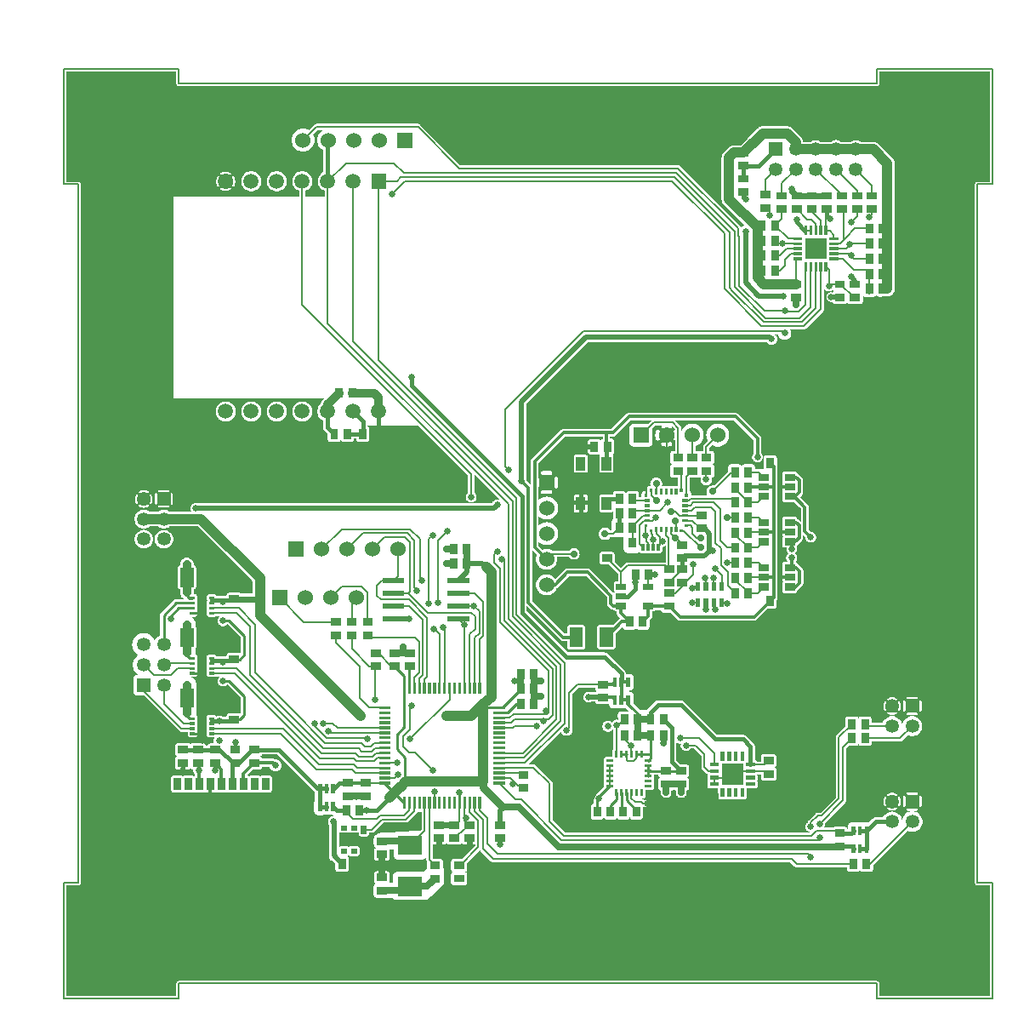
<source format=gbr>
G04 start of page 2 for group 0 idx 0 *
G04 Title: (unknown), top *
G04 Creator: pcb 20140316 *
G04 CreationDate: Δευ 14 Μάρ 2016 08:13:14 μμ GMT UTC *
G04 For: mobintu *
G04 Format: Gerber/RS-274X *
G04 PCB-Dimensions (mm): 100.00 100.00 *
G04 PCB-Coordinate-Origin: lower left *
%MOMM*%
%FSLAX43Y43*%
%LNTOP*%
%ADD68C,0.965*%
%ADD67C,2.000*%
%ADD66C,0.300*%
%ADD65C,0.250*%
%ADD64C,3.100*%
%ADD63C,4.000*%
%ADD62C,0.700*%
%ADD61C,6.700*%
%ADD60C,6.900*%
%ADD59C,3.800*%
%ADD58C,0.650*%
%ADD57C,7.500*%
%ADD56R,0.508X0.508*%
%ADD55R,1.900X1.900*%
%ADD54R,0.500X0.500*%
%ADD53R,0.550X0.550*%
%ADD52R,0.800X0.800*%
%ADD51R,1.000X1.000*%
%ADD50R,0.900X0.900*%
%ADD49R,0.600X0.600*%
%ADD48R,0.950X0.950*%
%ADD47R,0.300X0.300*%
%ADD46R,0.450X0.450*%
%ADD45R,0.700X0.700*%
%ADD44R,0.300X0.300*%
%ADD43R,0.370X0.370*%
%ADD42R,1.300X1.300*%
%ADD41R,0.381X0.381*%
%ADD40R,0.280X0.280*%
%ADD39R,0.750X0.750*%
%ADD38C,1.500*%
%ADD37C,1.524*%
%ADD36C,1.350*%
%ADD35C,0.327*%
%ADD34C,0.661*%
%ADD33C,0.407*%
%ADD32C,0.800*%
%ADD31C,0.700*%
%ADD30C,0.480*%
%ADD29C,1.000*%
%ADD28C,0.300*%
%ADD27C,0.454*%
%ADD26C,0.581*%
%ADD25C,0.454*%
%ADD24C,0.200*%
%ADD23C,0.581*%
%ADD22C,0.280*%
%ADD21C,0.500*%
%ADD20C,0.708*%
%ADD19C,0.327*%
%ADD18C,0.600*%
%ADD17C,1.000*%
%ADD16C,0.250*%
%ADD15C,0.400*%
%ADD14C,0.835*%
%ADD13C,0.002*%
%ADD12C,0.200*%
%ADD11C,0.200*%
G54D11*X3900Y84100D02*X5400D01*
X15400Y95600D02*Y94100D01*
X84900D01*
X3900Y84100D02*Y95600D01*
X15400D01*
X84900Y94100D02*Y95600D01*
X94900Y84100D02*Y14600D01*
Y84100D02*X96400D01*
G54D12*Y14600D02*X94900D01*
G54D11*X84900Y95600D02*X96400D01*
Y84100D01*
X5400Y14600D02*X3900D01*
X15400Y3100D02*Y4600D01*
X3900Y3100D02*X15400D01*
X3900D02*Y14600D01*
X5400Y84100D02*Y14600D01*
X15400Y4600D02*X84900D01*
Y3100D01*
X96400D01*
Y14600D01*
G54D13*G36*
X87800Y83000D02*Y95348D01*
X96147D01*
Y84352D01*
X94910D01*
X94900Y84353D01*
X94860Y84350D01*
X94822Y84341D01*
X94785Y84326D01*
X94751Y84305D01*
X94721Y84279D01*
X94695Y84249D01*
X94674Y84215D01*
X94659Y84178D01*
X94650Y84140D01*
X94650Y84140D01*
X94647Y84100D01*
X94647Y84090D01*
Y83000D01*
X87800D01*
G37*
G36*
Y3352D02*Y15700D01*
X94647D01*
Y14610D01*
X94647Y14600D01*
X94650Y14560D01*
X94659Y14522D01*
X94674Y14485D01*
X94695Y14451D01*
X94721Y14421D01*
X94751Y14395D01*
X94785Y14375D01*
X94822Y14359D01*
X94860Y14350D01*
X94900Y14347D01*
X94910Y14348D01*
X96147D01*
Y3352D01*
X87800D01*
G37*
G36*
X12500Y95348D02*Y83000D01*
X5652D01*
Y84090D01*
X5653Y84100D01*
X5650Y84140D01*
X5641Y84178D01*
X5625Y84215D01*
X5605Y84249D01*
X5579Y84279D01*
X5549Y84305D01*
X5515Y84326D01*
X5478Y84341D01*
X5439Y84350D01*
X5400Y84353D01*
X5390Y84352D01*
X4152D01*
Y95348D01*
X12500D01*
G37*
G36*
X5652Y15700D02*X12500D01*
Y3352D01*
X4152D01*
Y14348D01*
X5390D01*
X5400Y14347D01*
X5439Y14350D01*
X5439Y14350D01*
X5478Y14359D01*
X5515Y14375D01*
X5549Y14395D01*
X5579Y14421D01*
X5605Y14451D01*
X5625Y14485D01*
X5641Y14522D01*
X5650Y14560D01*
X5653Y14600D01*
X5652Y14610D01*
Y15700D01*
G37*
G36*
X18120Y47030D02*X20330D01*
X21400Y45961D01*
Y43479D01*
X20360Y43477D01*
X20321Y43467D01*
X20284Y43452D01*
X20250Y43431D01*
X20249Y43430D01*
X18120D01*
Y47030D01*
G37*
G36*
Y41030D02*X19358D01*
X19353Y41024D01*
X19308Y40951D01*
X19275Y40871D01*
X19255Y40786D01*
X19248Y40700D01*
X19255Y40614D01*
X19275Y40529D01*
X19308Y40449D01*
X19353Y40376D01*
X19410Y40310D01*
X19476Y40254D01*
X19549Y40208D01*
X19629Y40175D01*
X19714Y40155D01*
X19800Y40148D01*
X19886Y40155D01*
X19970Y40175D01*
X20050Y40208D01*
X20124Y40254D01*
X20190Y40310D01*
X20233Y40360D01*
X20259D01*
X21400Y39219D01*
Y37479D01*
X20360Y37477D01*
X20321Y37467D01*
X20284Y37452D01*
X20250Y37431D01*
X20249Y37430D01*
X18120D01*
Y41030D01*
G37*
G36*
Y35030D02*X19358D01*
X19353Y35024D01*
X19308Y34951D01*
X19275Y34871D01*
X19255Y34786D01*
X19248Y34700D01*
X19255Y34614D01*
X19275Y34529D01*
X19308Y34449D01*
X19353Y34376D01*
X19410Y34310D01*
X19476Y34254D01*
X19549Y34208D01*
X19629Y34175D01*
X19714Y34155D01*
X19800Y34148D01*
X19886Y34155D01*
X19970Y34175D01*
X20050Y34208D01*
X20124Y34254D01*
X20190Y34310D01*
X20233Y34360D01*
X20259D01*
X21400Y33219D01*
Y31479D01*
X20360Y31477D01*
X20321Y31467D01*
X20284Y31452D01*
X20250Y31431D01*
X20249Y31430D01*
X18120D01*
Y35030D01*
G37*
G36*
X16500Y28910D02*Y29085D01*
X16500Y29085D01*
X17035Y29087D01*
X17070Y29095D01*
X17102Y29109D01*
X17132Y29127D01*
X17159Y29150D01*
X17182Y29177D01*
X17201Y29207D01*
X17214Y29240D01*
X17223Y29275D01*
X17225Y29310D01*
X17223Y29593D01*
X17250Y29620D01*
Y46490D01*
X18150D01*
Y29220D01*
X18350Y29020D01*
X18895D01*
X18875Y28971D01*
X18860Y28910D01*
X16500D01*
G37*
G36*
X0Y100000D01*
G37*
G36*
X94910Y84352D02*X94900Y84353D01*
X94860Y84350D01*
X94822Y84341D01*
X94785Y84326D01*
X94751Y84305D01*
X94721Y84279D01*
X94695Y84249D01*
X94674Y84215D01*
X94659Y84178D01*
X94650Y84140D01*
X94650Y84140D01*
X94647Y84100D01*
X94647Y84090D01*
Y14610D01*
X94647Y14600D01*
X94650Y14560D01*
X94659Y14522D01*
X94674Y14485D01*
X94695Y14451D01*
X94721Y14421D01*
X94751Y14395D01*
X94785Y14375D01*
X94822Y14359D01*
X94860Y14350D01*
X94900Y14347D01*
X94910Y14348D01*
X96147D01*
Y3352D01*
X89200D01*
Y20059D01*
X89232Y20096D01*
X89316Y20233D01*
X89378Y20382D01*
X89415Y20539D01*
X89425Y20700D01*
X89415Y20861D01*
X89378Y21018D01*
X89316Y21167D01*
X89232Y21304D01*
X89200Y21342D01*
Y22150D01*
X89219Y22151D01*
X89239Y22156D01*
X89257Y22163D01*
X89273Y22174D01*
X89288Y22186D01*
X89301Y22201D01*
X89311Y22218D01*
X89319Y22236D01*
X89324Y22255D01*
X89325Y22275D01*
Y23125D01*
X89324Y23145D01*
X89319Y23164D01*
X89311Y23182D01*
X89301Y23199D01*
X89288Y23214D01*
X89273Y23227D01*
X89257Y23237D01*
X89239Y23244D01*
X89219Y23249D01*
X89200Y23251D01*
Y29597D01*
X89211Y29611D01*
X89293Y29745D01*
X89354Y29890D01*
X89390Y30043D01*
X89400Y30200D01*
X89390Y30357D01*
X89354Y30510D01*
X89293Y30655D01*
X89211Y30790D01*
X89200Y30803D01*
Y31650D01*
X89219Y31651D01*
X89239Y31656D01*
X89257Y31663D01*
X89273Y31674D01*
X89288Y31686D01*
X89301Y31701D01*
X89311Y31718D01*
X89319Y31736D01*
X89324Y31755D01*
X89325Y31775D01*
Y32625D01*
X89324Y32645D01*
X89319Y32664D01*
X89311Y32682D01*
X89301Y32699D01*
X89288Y32714D01*
X89273Y32727D01*
X89257Y32737D01*
X89239Y32744D01*
X89219Y32749D01*
X89200Y32751D01*
Y95348D01*
X96147D01*
Y84352D01*
X94910D01*
G37*
G36*
X89200Y30803D02*X89109Y30909D01*
X88989Y31012D01*
X88855Y31094D01*
X88710Y31154D01*
X88557Y31191D01*
X88400Y31203D01*
Y31275D01*
X88825D01*
X88844Y31276D01*
X88864Y31281D01*
X88882Y31288D01*
X88899Y31299D01*
X88914Y31311D01*
X88926Y31326D01*
X88937Y31343D01*
X88944Y31361D01*
X88949Y31381D01*
X88950Y31400D01*
X88949Y31420D01*
X88944Y31439D01*
X88937Y31457D01*
X88926Y31474D01*
X88914Y31489D01*
X88899Y31502D01*
X88882Y31512D01*
X88864Y31519D01*
X88844Y31524D01*
X88825Y31525D01*
X88400D01*
Y32875D01*
X88825D01*
X88844Y32876D01*
X88864Y32881D01*
X88882Y32888D01*
X88899Y32899D01*
X88914Y32911D01*
X88926Y32926D01*
X88937Y32943D01*
X88944Y32961D01*
X88949Y32980D01*
X88950Y33000D01*
X88949Y33020D01*
X88944Y33039D01*
X88937Y33057D01*
X88926Y33074D01*
X88914Y33089D01*
X88899Y33101D01*
X88882Y33112D01*
X88864Y33119D01*
X88844Y33124D01*
X88825Y33125D01*
X88400D01*
Y95348D01*
X89200D01*
Y32751D01*
X89180Y32749D01*
X89161Y32744D01*
X89143Y32737D01*
X89126Y32727D01*
X89111Y32714D01*
X89098Y32699D01*
X89088Y32682D01*
X89081Y32664D01*
X89076Y32645D01*
X89075Y32625D01*
Y31775D01*
X89076Y31755D01*
X89081Y31736D01*
X89088Y31718D01*
X89098Y31701D01*
X89111Y31686D01*
X89126Y31674D01*
X89143Y31663D01*
X89161Y31656D01*
X89180Y31651D01*
X89200Y31650D01*
Y30803D01*
G37*
G36*
Y21342D02*X89127Y21427D01*
X89004Y21532D01*
X88867Y21616D01*
X88717Y21678D01*
X88561Y21715D01*
X88400Y21728D01*
Y21775D01*
X88825D01*
X88844Y21776D01*
X88864Y21781D01*
X88882Y21788D01*
X88899Y21799D01*
X88914Y21811D01*
X88926Y21826D01*
X88937Y21843D01*
X88944Y21861D01*
X88949Y21881D01*
X88950Y21900D01*
X88949Y21920D01*
X88944Y21939D01*
X88937Y21957D01*
X88926Y21974D01*
X88914Y21989D01*
X88899Y22002D01*
X88882Y22012D01*
X88864Y22019D01*
X88844Y22024D01*
X88825Y22025D01*
X88400D01*
Y23375D01*
X88825D01*
X88844Y23376D01*
X88864Y23381D01*
X88882Y23388D01*
X88899Y23399D01*
X88914Y23411D01*
X88926Y23426D01*
X88937Y23443D01*
X88944Y23461D01*
X88949Y23480D01*
X88950Y23500D01*
X88949Y23520D01*
X88944Y23539D01*
X88937Y23557D01*
X88926Y23574D01*
X88914Y23589D01*
X88899Y23601D01*
X88882Y23612D01*
X88864Y23619D01*
X88844Y23624D01*
X88825Y23625D01*
X88400D01*
Y29197D01*
X88557Y29209D01*
X88710Y29246D01*
X88855Y29306D01*
X88989Y29389D01*
X89109Y29491D01*
X89200Y29597D01*
Y23251D01*
X89180Y23249D01*
X89161Y23244D01*
X89143Y23237D01*
X89126Y23227D01*
X89111Y23214D01*
X89098Y23199D01*
X89088Y23182D01*
X89081Y23164D01*
X89076Y23145D01*
X89075Y23125D01*
Y22275D01*
X89076Y22255D01*
X89081Y22236D01*
X89088Y22218D01*
X89098Y22201D01*
X89111Y22186D01*
X89126Y22174D01*
X89143Y22163D01*
X89161Y22156D01*
X89180Y22151D01*
X89200Y22150D01*
Y21342D01*
G37*
G36*
Y3352D02*X88400D01*
Y19672D01*
X88561Y19685D01*
X88717Y19722D01*
X88867Y19784D01*
X89004Y19868D01*
X89127Y19973D01*
X89200Y20059D01*
Y3352D01*
G37*
G36*
X88400Y31203D02*X88400D01*
X88243Y31191D01*
X88090Y31154D01*
X87944Y31094D01*
X87810Y31012D01*
X87691Y30909D01*
X87600Y30803D01*
Y31650D01*
X87619Y31651D01*
X87639Y31656D01*
X87657Y31663D01*
X87674Y31674D01*
X87688Y31686D01*
X87701Y31701D01*
X87712Y31718D01*
X87719Y31736D01*
X87724Y31755D01*
X87725Y31775D01*
Y32625D01*
X87724Y32645D01*
X87719Y32664D01*
X87712Y32682D01*
X87701Y32699D01*
X87688Y32714D01*
X87674Y32727D01*
X87657Y32737D01*
X87639Y32744D01*
X87619Y32749D01*
X87600Y32751D01*
Y95348D01*
X88400D01*
Y33125D01*
X87975D01*
X87955Y33124D01*
X87936Y33119D01*
X87918Y33112D01*
X87901Y33101D01*
X87886Y33089D01*
X87873Y33074D01*
X87863Y33057D01*
X87856Y33039D01*
X87851Y33020D01*
X87849Y33000D01*
X87851Y32980D01*
X87856Y32961D01*
X87863Y32943D01*
X87873Y32926D01*
X87886Y32911D01*
X87901Y32899D01*
X87918Y32888D01*
X87936Y32881D01*
X87955Y32876D01*
X87975Y32875D01*
X88400D01*
Y31525D01*
X87975D01*
X87955Y31524D01*
X87936Y31519D01*
X87918Y31512D01*
X87901Y31502D01*
X87886Y31489D01*
X87873Y31474D01*
X87863Y31457D01*
X87856Y31439D01*
X87851Y31420D01*
X87849Y31400D01*
X87851Y31381D01*
X87856Y31361D01*
X87863Y31343D01*
X87873Y31326D01*
X87886Y31311D01*
X87901Y31299D01*
X87918Y31288D01*
X87936Y31281D01*
X87955Y31276D01*
X87975Y31275D01*
X88400D01*
Y31203D01*
G37*
G36*
X87600Y30803D02*X87588Y30790D01*
X87506Y30655D01*
X87446Y30510D01*
X87409Y30357D01*
X87398Y30221D01*
X87390Y30357D01*
X87354Y30510D01*
X87293Y30655D01*
X87211Y30790D01*
X87122Y30894D01*
Y31725D01*
X87124Y31726D01*
X87136Y31735D01*
X87147Y31747D01*
X87156Y31760D01*
X87192Y31827D01*
X87222Y31898D01*
X87245Y31972D01*
X87262Y32047D01*
X87272Y32123D01*
X87276Y32200D01*
X87272Y32277D01*
X87262Y32353D01*
X87245Y32428D01*
X87222Y32502D01*
X87192Y32573D01*
X87157Y32641D01*
X87148Y32654D01*
X87137Y32665D01*
X87124Y32675D01*
X87122Y32676D01*
Y95348D01*
X87600D01*
Y32751D01*
X87580Y32749D01*
X87561Y32744D01*
X87543Y32737D01*
X87526Y32727D01*
X87511Y32714D01*
X87498Y32699D01*
X87488Y32682D01*
X87481Y32664D01*
X87476Y32645D01*
X87475Y32625D01*
Y31775D01*
X87476Y31755D01*
X87481Y31736D01*
X87488Y31718D01*
X87498Y31701D01*
X87511Y31686D01*
X87526Y31674D01*
X87543Y31663D01*
X87561Y31656D01*
X87580Y31651D01*
X87600Y31650D01*
Y30803D01*
G37*
G36*
X87122Y30894D02*X87109Y30909D01*
X86989Y31012D01*
X86855Y31094D01*
X86710Y31154D01*
X86557Y31191D01*
X86400Y31203D01*
Y31324D01*
X86477Y31328D01*
X86553Y31338D01*
X86628Y31355D01*
X86701Y31378D01*
X86772Y31408D01*
X86841Y31443D01*
X86854Y31452D01*
X86865Y31463D01*
X86875Y31476D01*
X86882Y31490D01*
X86887Y31505D01*
X86890Y31520D01*
X86891Y31536D01*
X86888Y31552D01*
X86884Y31567D01*
X86877Y31581D01*
X86868Y31594D01*
X86857Y31606D01*
X86844Y31615D01*
X86831Y31623D01*
X86816Y31628D01*
X86800Y31631D01*
X86784Y31631D01*
X86768Y31629D01*
X86753Y31625D01*
X86739Y31617D01*
X86687Y31589D01*
X86632Y31566D01*
X86576Y31548D01*
X86518Y31536D01*
X86459Y31528D01*
X86400Y31525D01*
Y32875D01*
X86459Y32872D01*
X86518Y32865D01*
X86576Y32852D01*
X86632Y32834D01*
X86687Y32811D01*
X86740Y32783D01*
X86754Y32776D01*
X86769Y32772D01*
X86784Y32770D01*
X86800Y32770D01*
X86815Y32773D01*
X86830Y32778D01*
X86844Y32785D01*
X86857Y32795D01*
X86868Y32806D01*
X86876Y32819D01*
X86883Y32833D01*
X86888Y32849D01*
X86890Y32864D01*
X86890Y32880D01*
X86887Y32895D01*
X86882Y32910D01*
X86874Y32924D01*
X86865Y32937D01*
X86853Y32947D01*
X86840Y32956D01*
X86772Y32993D01*
X86701Y33022D01*
X86628Y33046D01*
X86553Y33062D01*
X86477Y33072D01*
X86400Y33076D01*
Y73141D01*
X86432Y73168D01*
X86509Y73258D01*
X86570Y73358D01*
X86616Y73468D01*
X86643Y73582D01*
X86650Y73700D01*
Y86200D01*
X86643Y86318D01*
X86616Y86433D01*
X86570Y86542D01*
X86509Y86643D01*
X86432Y86732D01*
X86400Y86760D01*
Y95348D01*
X87122D01*
Y32676D01*
X87110Y32683D01*
X87095Y32688D01*
X87080Y32691D01*
X87064Y32691D01*
X87048Y32689D01*
X87033Y32684D01*
X87019Y32677D01*
X87006Y32668D01*
X86994Y32657D01*
X86985Y32645D01*
X86977Y32631D01*
X86972Y32616D01*
X86969Y32600D01*
X86969Y32584D01*
X86971Y32569D01*
X86975Y32554D01*
X86983Y32540D01*
X87011Y32487D01*
X87034Y32433D01*
X87051Y32376D01*
X87064Y32318D01*
X87072Y32259D01*
X87075Y32200D01*
X87072Y32141D01*
X87064Y32082D01*
X87051Y32024D01*
X87034Y31968D01*
X87011Y31913D01*
X86983Y31860D01*
X86976Y31846D01*
X86971Y31831D01*
X86969Y31816D01*
X86970Y31800D01*
X86972Y31784D01*
X86978Y31770D01*
X86985Y31756D01*
X86995Y31743D01*
X87006Y31732D01*
X87019Y31723D01*
X87033Y31717D01*
X87048Y31712D01*
X87064Y31710D01*
X87080Y31710D01*
X87095Y31713D01*
X87110Y31718D01*
X87122Y31725D01*
Y30894D01*
G37*
G36*
X86400Y86760D02*X86342Y86809D01*
X86276Y86849D01*
X85033Y88093D01*
X85014Y88115D01*
X84927Y88189D01*
X84927Y88189D01*
X84927Y88189D01*
X84927Y88189D01*
X84909Y88200D01*
X84830Y88248D01*
X84725Y88292D01*
X84725Y88292D01*
X84725Y88292D01*
X84705Y88297D01*
X84614Y88319D01*
X84614D01*
X84614Y88319D01*
X84614D01*
X84500Y88328D01*
X84471Y88325D01*
X83336Y88325D01*
X83330Y88330D01*
X83210Y88404D01*
X83079Y88459D01*
X82941Y88492D01*
X82800Y88503D01*
X82659Y88492D01*
X82521Y88459D01*
X82390Y88404D01*
X82269Y88330D01*
X82263Y88325D01*
X81336Y88325D01*
X81330Y88330D01*
X81210Y88404D01*
X81079Y88459D01*
X80941Y88492D01*
X80800Y88503D01*
X80659Y88492D01*
X80521Y88459D01*
X80390Y88404D01*
X80269Y88330D01*
X80263Y88325D01*
X79336Y88325D01*
X79330Y88330D01*
X79210Y88404D01*
X79079Y88459D01*
X78941Y88492D01*
X78800Y88503D01*
X78659Y88492D01*
X78521Y88459D01*
X78390Y88404D01*
X78269Y88330D01*
X78263Y88325D01*
X77525Y88325D01*
X77518Y88414D01*
X77492Y88525D01*
X77448Y88630D01*
X77388Y88728D01*
X77313Y88813D01*
X76483Y89643D01*
X76464Y89665D01*
X76378Y89739D01*
X76377Y89739D01*
X76377Y89739D01*
X76377Y89739D01*
X76318Y89775D01*
X76280Y89798D01*
X76280Y89798D01*
X76280Y89798D01*
X76218Y89824D01*
X76175Y89842D01*
X76175Y89842D01*
X76175Y89842D01*
X76113Y89857D01*
X76064Y89869D01*
X76064Y89869D01*
X76064Y89869D01*
X76063Y89869D01*
X75950Y89878D01*
X75921Y89875D01*
X73528D01*
X73500Y89878D01*
X73386Y89869D01*
X73386Y89869D01*
X73386Y89869D01*
X73340Y89858D01*
X73275Y89842D01*
X73275Y89842D01*
X73275Y89842D01*
X73225Y89821D01*
X73170Y89798D01*
X73170Y89798D01*
X73170Y89798D01*
X73132Y89775D01*
X73072Y89739D01*
X73072Y89739D01*
X73072Y89739D01*
X72985Y89665D01*
X72967Y89643D01*
X71987Y88663D01*
X71986Y88662D01*
X71299Y87975D01*
X70678D01*
X70650Y87978D01*
X70536Y87969D01*
X70536Y87969D01*
X70536Y87969D01*
X70503Y87961D01*
X70425Y87942D01*
X70425Y87942D01*
X70425Y87942D01*
X70380Y87923D01*
X70320Y87898D01*
X70320Y87898D01*
X70320Y87898D01*
X70284Y87876D01*
X70222Y87839D01*
X70222Y87839D01*
X70222Y87839D01*
X70135Y87765D01*
X70117Y87743D01*
X69657Y87283D01*
X69635Y87265D01*
X69561Y87178D01*
X69561Y87178D01*
X69561Y87178D01*
X69561Y87178D01*
X69524Y87118D01*
X69502Y87080D01*
X69502Y87080D01*
X69502Y87080D01*
X69475Y87016D01*
X69458Y86975D01*
X69458Y86975D01*
X69458Y86975D01*
X69442Y86907D01*
X69431Y86864D01*
X69431Y86864D01*
X69431Y86864D01*
X69431Y86864D01*
X69422Y86750D01*
X69424Y86722D01*
Y82950D01*
X69424Y82950D01*
Y82679D01*
X69422Y82650D01*
X69431Y82536D01*
X69431Y82536D01*
X69458Y82425D01*
X69492Y82342D01*
X69502Y82320D01*
X69502Y82320D01*
X69502Y82320D01*
X69561Y82222D01*
X69561Y82222D01*
X69635Y82136D01*
X69657Y82117D01*
X71765Y80009D01*
X71704Y80004D01*
X71611Y79982D01*
X71522Y79945D01*
X71440Y79895D01*
X71377Y79841D01*
X71377Y79841D01*
X71351Y79883D01*
X71320Y79920D01*
X71310Y79928D01*
X65328Y85911D01*
X65320Y85920D01*
X65283Y85952D01*
X65283Y85952D01*
X65241Y85977D01*
X65241Y85977D01*
X65226Y85984D01*
X65196Y85996D01*
X65196Y85996D01*
X65194Y85996D01*
X65148Y86007D01*
X65100Y86011D01*
X65088Y86010D01*
X43428D01*
X39428Y90011D01*
X39420Y90020D01*
X39383Y90052D01*
X39383Y90052D01*
X39351Y90071D01*
X39341Y90077D01*
X39322Y90085D01*
X39296Y90096D01*
X39248Y90107D01*
X39200Y90111D01*
X39188Y90110D01*
X29072D01*
X29060Y90111D01*
X29011Y90107D01*
X28964Y90096D01*
X28919Y90077D01*
X28877Y90052D01*
X28877Y90052D01*
X28840Y90020D01*
X28832Y90011D01*
X28319Y89498D01*
X28280Y89522D01*
X28114Y89591D01*
X27939Y89633D01*
X27760Y89647D01*
X27580Y89633D01*
X27406Y89591D01*
X27239Y89522D01*
X27086Y89428D01*
X26949Y89311D01*
X26832Y89174D01*
X26738Y89021D01*
X26669Y88854D01*
X26627Y88679D01*
X26613Y88500D01*
X26627Y88321D01*
X26669Y88146D01*
X26738Y87980D01*
X26832Y87826D01*
X26949Y87689D01*
X27086Y87573D01*
X27239Y87479D01*
X27406Y87410D01*
X27580Y87368D01*
X27760Y87354D01*
X27939Y87368D01*
X28114Y87410D01*
X28280Y87479D01*
X28434Y87573D01*
X28571Y87689D01*
X28687Y87826D01*
X28781Y87980D01*
X28850Y88146D01*
X28892Y88321D01*
X28903Y88500D01*
X28892Y88679D01*
X28850Y88854D01*
X28781Y89021D01*
X28758Y89059D01*
X29188Y89490D01*
X29728D01*
X29626Y89428D01*
X29489Y89311D01*
X29372Y89174D01*
X29278Y89021D01*
X29209Y88854D01*
X29167Y88679D01*
X29153Y88500D01*
X29167Y88321D01*
X29209Y88146D01*
X29278Y87980D01*
X29372Y87826D01*
X29489Y87689D01*
X29626Y87573D01*
X29760Y87490D01*
Y85800D01*
X14900D01*
Y60100D01*
X29760D01*
Y59908D01*
X29758Y59890D01*
X29764Y59818D01*
X29764Y59818D01*
X29781Y59747D01*
X29809Y59681D01*
X29846Y59619D01*
X29894Y59564D01*
X29907Y59552D01*
X30207Y59252D01*
X30208Y58706D01*
X30219Y58664D01*
X30236Y58623D01*
X30258Y58586D01*
X30287Y58552D01*
X30320Y58524D01*
X30358Y58501D01*
X30398Y58484D01*
X30441Y58474D01*
X30485Y58471D01*
X31278Y58474D01*
X31321Y58484D01*
X31362Y58501D01*
X31399Y58524D01*
X31433Y58552D01*
X31461Y58586D01*
X31484Y58623D01*
X31501Y58664D01*
X31510Y58701D01*
X31519Y58664D01*
X31536Y58623D01*
X31558Y58586D01*
X31587Y58552D01*
X31620Y58524D01*
X31658Y58501D01*
X31698Y58484D01*
X31741Y58474D01*
X31785Y58471D01*
X32578Y58474D01*
X32621Y58484D01*
X32662Y58501D01*
X32699Y58524D01*
X32733Y58552D01*
X32761Y58586D01*
X32784Y58623D01*
X32801Y58664D01*
X32811Y58706D01*
X32814Y58750D01*
X32813Y58840D01*
X33058D01*
X33058Y58706D01*
X33069Y58664D01*
X33086Y58623D01*
X33108Y58586D01*
X33137Y58552D01*
X33170Y58524D01*
X33208Y58501D01*
X33248Y58484D01*
X33291Y58474D01*
X33335Y58471D01*
X34128Y58474D01*
X34171Y58484D01*
X34212Y58501D01*
X34249Y58524D01*
X34283Y58552D01*
X34311Y58586D01*
X34334Y58623D01*
X34351Y58664D01*
X34361Y58706D01*
X34364Y58750D01*
X34361Y59794D01*
X34351Y59836D01*
X34334Y59877D01*
X34311Y59914D01*
X34283Y59948D01*
X34249Y59976D01*
X34212Y59999D01*
X34171Y60016D01*
X34170Y60016D01*
Y60100D01*
X39261D01*
X44190Y55172D01*
Y53438D01*
X44184Y53434D01*
X44120Y53380D01*
X44066Y53316D01*
X44022Y53244D01*
X43989Y53166D01*
X43970Y53084D01*
X43963Y53000D01*
X43970Y52916D01*
X43989Y52834D01*
X44022Y52756D01*
X44066Y52685D01*
X44120Y52621D01*
X44184Y52566D01*
X44256Y52522D01*
X44334Y52490D01*
X44416Y52470D01*
X44500Y52463D01*
X44584Y52470D01*
X44666Y52490D01*
X44743Y52522D01*
X44815Y52566D01*
X44879Y52621D01*
X44934Y52685D01*
X44978Y52756D01*
X45010Y52834D01*
X45030Y52916D01*
X45035Y53000D01*
X45030Y53084D01*
X45010Y53166D01*
X44978Y53244D01*
X44934Y53316D01*
X44879Y53380D01*
X44815Y53434D01*
X44810Y53438D01*
Y55252D01*
X47370Y52691D01*
X47355Y52701D01*
X47273Y52734D01*
X47188Y52755D01*
X47100Y52762D01*
X47012Y52755D01*
X46926Y52734D01*
X46845Y52701D01*
X46770Y52655D01*
X46703Y52597D01*
X46645Y52530D01*
X46599Y52455D01*
X46566Y52374D01*
X46562Y52360D01*
X17373D01*
X17343Y52378D01*
X17266Y52410D01*
X17184Y52430D01*
X17100Y52437D01*
X17016Y52430D01*
X16934Y52410D01*
X16856Y52378D01*
X16784Y52334D01*
X16720Y52280D01*
X16666Y52216D01*
X16622Y52144D01*
X16589Y52066D01*
X16570Y51984D01*
X16563Y51900D01*
X16570Y51816D01*
X16589Y51734D01*
X16622Y51656D01*
X16666Y51585D01*
X16708Y51535D01*
X14675D01*
Y52225D01*
X14690Y52226D01*
X14706Y52230D01*
X14720Y52236D01*
X14734Y52244D01*
X14746Y52254D01*
X14756Y52266D01*
X14764Y52279D01*
X14770Y52294D01*
X14774Y52309D01*
X14775Y52325D01*
Y53275D01*
X14774Y53291D01*
X14770Y53306D01*
X14764Y53321D01*
X14756Y53334D01*
X14746Y53346D01*
X14734Y53356D01*
X14720Y53365D01*
X14706Y53371D01*
X14690Y53374D01*
X14675Y53375D01*
Y95348D01*
X15147D01*
Y94110D01*
X15147Y94100D01*
X15150Y94060D01*
X15159Y94022D01*
X15174Y93985D01*
X15195Y93951D01*
X15221Y93921D01*
X15251Y93895D01*
X15285Y93875D01*
X15322Y93859D01*
X15360Y93850D01*
X15400Y93847D01*
X15410Y93848D01*
X84890D01*
X84900Y93847D01*
X84939Y93850D01*
X84939Y93850D01*
X84978Y93859D01*
X85015Y93875D01*
X85049Y93895D01*
X85079Y93921D01*
X85105Y93951D01*
X85125Y93985D01*
X85141Y94022D01*
X85150Y94060D01*
X85153Y94100D01*
X85152Y94110D01*
Y95348D01*
X86400D01*
Y86760D01*
G37*
G36*
X14675Y51535D02*X14463D01*
X14445Y51551D01*
X14321Y51627D01*
X14187Y51682D01*
X14045Y51716D01*
X13986Y51721D01*
Y51925D01*
X14375D01*
X14391Y51926D01*
X14406Y51930D01*
X14420Y51936D01*
X14434Y51944D01*
X14446Y51954D01*
X14456Y51966D01*
X14464Y51980D01*
X14470Y51994D01*
X14474Y52009D01*
X14475Y52025D01*
X14474Y52041D01*
X14470Y52056D01*
X14464Y52071D01*
X14456Y52084D01*
X14446Y52096D01*
X14434Y52106D01*
X14420Y52114D01*
X14406Y52120D01*
X14391Y52124D01*
X14375Y52125D01*
X13986D01*
Y53475D01*
X14375D01*
X14391Y53476D01*
X14406Y53480D01*
X14420Y53486D01*
X14434Y53494D01*
X14446Y53504D01*
X14456Y53516D01*
X14464Y53530D01*
X14470Y53544D01*
X14474Y53559D01*
X14475Y53575D01*
X14474Y53591D01*
X14470Y53606D01*
X14464Y53621D01*
X14456Y53634D01*
X14446Y53646D01*
X14434Y53656D01*
X14420Y53664D01*
X14406Y53670D01*
X14391Y53674D01*
X14375Y53675D01*
X13986D01*
Y95348D01*
X14675D01*
Y53375D01*
X14659Y53374D01*
X14644Y53371D01*
X14629Y53365D01*
X14616Y53356D01*
X14604Y53346D01*
X14594Y53334D01*
X14585Y53321D01*
X14579Y53306D01*
X14576Y53291D01*
X14575Y53275D01*
Y52325D01*
X14576Y52309D01*
X14579Y52294D01*
X14585Y52279D01*
X14594Y52266D01*
X14604Y52254D01*
X14616Y52244D01*
X14629Y52236D01*
X14644Y52230D01*
X14659Y52226D01*
X14675Y52225D01*
Y51535D01*
G37*
G36*
X86400Y31203D02*X86400Y31203D01*
X86243Y31191D01*
X86090Y31154D01*
X85944Y31094D01*
X85810Y31012D01*
X85691Y30909D01*
X85677Y30894D01*
Y31724D01*
X85689Y31718D01*
X85704Y31712D01*
X85720Y31710D01*
X85736Y31709D01*
X85752Y31711D01*
X85767Y31716D01*
X85781Y31723D01*
X85794Y31732D01*
X85805Y31743D01*
X85815Y31755D01*
X85823Y31769D01*
X85828Y31784D01*
X85831Y31800D01*
X85831Y31816D01*
X85829Y31831D01*
X85824Y31847D01*
X85817Y31861D01*
X85789Y31913D01*
X85766Y31968D01*
X85748Y32024D01*
X85735Y32082D01*
X85727Y32141D01*
X85725Y32200D01*
X85727Y32259D01*
X85735Y32318D01*
X85748Y32376D01*
X85766Y32433D01*
X85789Y32487D01*
X85817Y32540D01*
X85824Y32554D01*
X85828Y32569D01*
X85830Y32585D01*
X85830Y32600D01*
X85827Y32616D01*
X85822Y32631D01*
X85814Y32644D01*
X85805Y32657D01*
X85794Y32668D01*
X85781Y32677D01*
X85766Y32684D01*
X85751Y32688D01*
X85736Y32690D01*
X85720Y32690D01*
X85705Y32687D01*
X85690Y32682D01*
X85677Y32675D01*
Y72923D01*
X85868Y72924D01*
X85911Y72934D01*
X85952Y72951D01*
X85953Y72952D01*
X86018Y72957D01*
X86132Y72984D01*
X86241Y73030D01*
X86342Y73091D01*
X86400Y73141D01*
Y33076D01*
X86400Y33076D01*
X86323Y33072D01*
X86247Y33062D01*
X86172Y33046D01*
X86098Y33022D01*
X86027Y32993D01*
X85959Y32957D01*
X85946Y32948D01*
X85934Y32937D01*
X85925Y32924D01*
X85917Y32910D01*
X85912Y32895D01*
X85909Y32880D01*
X85909Y32864D01*
X85911Y32848D01*
X85916Y32833D01*
X85923Y32819D01*
X85932Y32806D01*
X85943Y32794D01*
X85955Y32785D01*
X85969Y32777D01*
X85984Y32772D01*
X86000Y32769D01*
X86015Y32769D01*
X86031Y32771D01*
X86046Y32776D01*
X86060Y32783D01*
X86113Y32811D01*
X86167Y32834D01*
X86224Y32852D01*
X86282Y32865D01*
X86341Y32872D01*
X86400Y32875D01*
X86400Y32875D01*
Y31525D01*
X86400Y31525D01*
X86341Y31528D01*
X86282Y31536D01*
X86224Y31548D01*
X86167Y31566D01*
X86113Y31589D01*
X86060Y31617D01*
X86046Y31624D01*
X86031Y31628D01*
X86015Y31631D01*
X86000Y31630D01*
X85984Y31627D01*
X85969Y31622D01*
X85955Y31615D01*
X85943Y31605D01*
X85932Y31594D01*
X85923Y31581D01*
X85916Y31567D01*
X85912Y31552D01*
X85910Y31536D01*
X85910Y31520D01*
X85913Y31505D01*
X85918Y31490D01*
X85925Y31476D01*
X85935Y31464D01*
X85946Y31453D01*
X85959Y31444D01*
X86027Y31408D01*
X86098Y31378D01*
X86172Y31355D01*
X86247Y31338D01*
X86323Y31328D01*
X86400Y31324D01*
X86400Y31324D01*
Y31203D01*
G37*
G36*
X63960Y59912D02*X64033Y59909D01*
X64106Y59898D01*
X64177Y59880D01*
X64246Y59856D01*
X64275Y59847D01*
X64304Y59842D01*
X64334Y59842D01*
X64364Y59847D01*
X64392Y59857D01*
X64419Y59871D01*
X64443Y59888D01*
X64464Y59910D01*
X64481Y59934D01*
X64495Y59961D01*
X64504Y59989D01*
X64506Y60005D01*
X64790Y59722D01*
Y59692D01*
X64770Y59686D01*
X64743Y59673D01*
X64719Y59655D01*
X64697Y59634D01*
X64679Y59610D01*
X64666Y59583D01*
X64656Y59554D01*
X64651Y59525D01*
X64651Y59495D01*
X64655Y59465D01*
X64665Y59436D01*
X64690Y59367D01*
X64708Y59296D01*
X64718Y59223D01*
X64722Y59150D01*
X64718Y59077D01*
X64708Y59004D01*
X64690Y58933D01*
X64666Y58864D01*
X64656Y58835D01*
X64652Y58806D01*
X64652Y58776D01*
X64657Y58746D01*
X64666Y58718D01*
X64680Y58691D01*
X64698Y58667D01*
X64719Y58646D01*
X64744Y58628D01*
X64771Y58615D01*
X64790Y58609D01*
Y57577D01*
X64552Y57576D01*
X64506Y57565D01*
X64461Y57547D01*
X64421Y57522D01*
X64384Y57491D01*
X64353Y57454D01*
X64328Y57413D01*
X64310Y57369D01*
X64299Y57323D01*
X64296Y57275D01*
X64299Y56477D01*
X64310Y56431D01*
X64328Y56387D01*
X64353Y56346D01*
X64384Y56310D01*
X64421Y56278D01*
X64461Y56253D01*
X64470Y56250D01*
X64461Y56247D01*
X64421Y56222D01*
X64384Y56191D01*
X64353Y56154D01*
X64328Y56113D01*
X64310Y56069D01*
X64299Y56023D01*
X64296Y55975D01*
X64299Y55178D01*
X64310Y55131D01*
X64328Y55087D01*
X64353Y55046D01*
X64384Y55010D01*
X64421Y54979D01*
X64461Y54954D01*
X64506Y54935D01*
X64552Y54924D01*
X64600Y54921D01*
X65102Y54923D01*
Y54069D01*
X65061Y54072D01*
X64718Y54069D01*
X64676Y54059D01*
X64662Y54053D01*
X64647Y54059D01*
X64605Y54069D01*
X64562Y54072D01*
X64218Y54069D01*
X64176Y54059D01*
X64162Y54053D01*
X64147Y54059D01*
X64105Y54069D01*
X64061Y54072D01*
X63960Y54071D01*
Y58006D01*
X64070Y58011D01*
X64179Y58027D01*
X64286Y58053D01*
X64390Y58090D01*
X64417Y58103D01*
X64441Y58121D01*
X64463Y58142D01*
X64481Y58166D01*
X64495Y58193D01*
X64504Y58221D01*
X64509Y58251D01*
X64509Y58281D01*
X64505Y58311D01*
X64496Y58340D01*
X64482Y58367D01*
X64465Y58391D01*
X64444Y58413D01*
X64419Y58430D01*
X64393Y58444D01*
X64364Y58454D01*
X64334Y58459D01*
X64304Y58459D01*
X64274Y58454D01*
X64246Y58445D01*
X64177Y58420D01*
X64106Y58402D01*
X64033Y58392D01*
X63960Y58388D01*
Y58827D01*
X63996Y58830D01*
X64043Y58841D01*
X64088Y58860D01*
X64130Y58886D01*
X64166Y58918D01*
X64179Y58931D01*
X64212Y58968D01*
X64237Y59010D01*
X64256Y59055D01*
X64267Y59102D01*
X64271Y59151D01*
X64267Y59199D01*
X64255Y59247D01*
X64237Y59292D01*
X64211Y59333D01*
X64179Y59371D01*
X64142Y59402D01*
X64100Y59428D01*
X64055Y59446D01*
X64008Y59457D01*
X63960Y59461D01*
Y59912D01*
G37*
G36*
X63042Y47411D02*X63291Y47413D01*
X63332Y47422D01*
X63370Y47438D01*
X63406Y47460D01*
X63438Y47487D01*
X63465Y47519D01*
X63487Y47554D01*
X63503Y47593D01*
X63512Y47634D01*
X63515Y47675D01*
X63514Y47905D01*
X63554Y47946D01*
X63565Y47955D01*
X63602Y47998D01*
X63602Y47998D01*
X63632Y48046D01*
X63636Y48057D01*
X63673Y48066D01*
X63755Y48100D01*
X63830Y48146D01*
X63840Y48154D01*
Y46500D01*
X63808Y46503D01*
X63796Y46502D01*
X63042D01*
Y47411D01*
G37*
G36*
Y60090D02*X63419D01*
X63415Y60079D01*
X63410Y60049D01*
X63410Y60019D01*
X63415Y59989D01*
X63424Y59961D01*
X63437Y59934D01*
X63455Y59909D01*
X63476Y59888D01*
X63500Y59870D01*
X63527Y59856D01*
X63555Y59846D01*
X63585Y59841D01*
X63615Y59841D01*
X63645Y59846D01*
X63674Y59855D01*
X63743Y59880D01*
X63814Y59898D01*
X63886Y59909D01*
X63960Y59912D01*
X63960Y59912D01*
Y59461D01*
X63959Y59461D01*
X63910Y59457D01*
X63863Y59446D01*
X63818Y59427D01*
X63776Y59401D01*
X63740Y59369D01*
X63727Y59356D01*
X63694Y59319D01*
X63669Y59277D01*
X63650Y59232D01*
X63639Y59185D01*
X63635Y59136D01*
X63639Y59087D01*
X63651Y59040D01*
X63670Y58995D01*
X63695Y58953D01*
X63727Y58916D01*
X63764Y58885D01*
X63806Y58859D01*
X63851Y58841D01*
X63899Y58829D01*
X63947Y58826D01*
X63960Y58827D01*
Y58388D01*
X63960Y58388D01*
X63886Y58392D01*
X63814Y58402D01*
X63743Y58420D01*
X63673Y58444D01*
X63645Y58454D01*
X63615Y58458D01*
X63585Y58458D01*
X63556Y58453D01*
X63527Y58443D01*
X63501Y58430D01*
X63477Y58412D01*
X63455Y58391D01*
X63438Y58366D01*
X63425Y58339D01*
X63416Y58311D01*
X63411Y58281D01*
X63411Y58251D01*
X63416Y58222D01*
X63426Y58193D01*
X63439Y58166D01*
X63457Y58142D01*
X63479Y58121D01*
X63503Y58104D01*
X63530Y58091D01*
X63634Y58053D01*
X63741Y58027D01*
X63850Y58011D01*
X63960Y58006D01*
X63960Y58006D01*
Y54071D01*
X63718Y54069D01*
X63676Y54059D01*
X63662Y54053D01*
X63647Y54059D01*
X63605Y54069D01*
X63562Y54072D01*
X63446Y54071D01*
X63448Y54074D01*
X63484Y54161D01*
X63506Y54253D01*
X63511Y54347D01*
X63506Y54441D01*
X63484Y54533D01*
X63448Y54620D01*
X63398Y54701D01*
X63337Y54772D01*
X63265Y54834D01*
X63185Y54883D01*
X63097Y54919D01*
X63042Y54933D01*
Y58604D01*
X63061Y58601D01*
X63091Y58601D01*
X63121Y58605D01*
X63149Y58614D01*
X63176Y58628D01*
X63201Y58645D01*
X63222Y58666D01*
X63240Y58691D01*
X63254Y58717D01*
X63263Y58746D01*
X63268Y58776D01*
X63269Y58806D01*
X63264Y58835D01*
X63254Y58864D01*
X63229Y58933D01*
X63212Y59004D01*
X63201Y59077D01*
X63198Y59150D01*
X63201Y59223D01*
X63212Y59296D01*
X63229Y59367D01*
X63254Y59437D01*
X63263Y59465D01*
X63268Y59495D01*
X63267Y59525D01*
X63263Y59554D01*
X63253Y59583D01*
X63239Y59609D01*
X63221Y59633D01*
X63200Y59654D01*
X63176Y59672D01*
X63149Y59685D01*
X63120Y59694D01*
X63091Y59699D01*
X63061Y59699D01*
X63042Y59695D01*
Y60090D01*
G37*
G36*
X55400Y59015D02*X57590D01*
Y58793D01*
X57580Y58791D01*
X57536Y58772D01*
X57495Y58747D01*
X57459Y58716D01*
X57428Y58680D01*
X57402Y58639D01*
X57384Y58594D01*
X57374Y58553D01*
X57368Y58579D01*
X57352Y58616D01*
X57331Y58650D01*
X57305Y58681D01*
X57275Y58707D01*
X57241Y58728D01*
X57204Y58743D01*
X57165Y58752D01*
X57125Y58755D01*
X56335Y58752D01*
X56296Y58743D01*
X56259Y58728D01*
X56225Y58707D01*
X56194Y58681D01*
X56168Y58650D01*
X56147Y58616D01*
X56132Y58579D01*
X56122Y58540D01*
X56120Y58500D01*
X56122Y57460D01*
X56132Y57421D01*
X56147Y57384D01*
X56168Y57350D01*
X56194Y57320D01*
X56225Y57293D01*
X56259Y57272D01*
X56296Y57257D01*
X56335Y57248D01*
X56375Y57245D01*
X57165Y57248D01*
X57204Y57257D01*
X57241Y57272D01*
X57265Y57287D01*
Y57021D01*
X57262Y57009D01*
X57260Y56975D01*
X57262Y55591D01*
X57270Y55558D01*
X57283Y55527D01*
X57300Y55498D01*
X57322Y55473D01*
X57348Y55451D01*
X57377Y55433D01*
X57408Y55420D01*
X57441Y55412D01*
X57475Y55410D01*
X58459Y55412D01*
X58491Y55420D01*
X58523Y55433D01*
X58552Y55451D01*
X58577Y55473D01*
X58599Y55498D01*
X58617Y55527D01*
X58630Y55558D01*
X58638Y55591D01*
X58640Y55625D01*
X58638Y57009D01*
X58635Y57021D01*
Y57279D01*
X58641Y57284D01*
X58672Y57321D01*
X58697Y57361D01*
X58715Y57406D01*
X58727Y57452D01*
X58729Y57500D01*
X58727Y58548D01*
X58715Y58594D01*
X58697Y58639D01*
X58672Y58680D01*
X58641Y58716D01*
X58604Y58747D01*
X58563Y58772D01*
X58519Y58791D01*
X58473Y58802D01*
X58425Y58805D01*
X58310Y58804D01*
Y59015D01*
X58600D01*
X58660Y59019D01*
X58719Y59033D01*
X58775Y59056D01*
X58827Y59088D01*
X58873Y59127D01*
X58912Y59173D01*
X58944Y59225D01*
X58951Y59242D01*
X60349Y60640D01*
X62473D01*
X62450Y60620D01*
X62442Y60611D01*
X62124Y60293D01*
X60598Y60290D01*
X60540Y60276D01*
X60484Y60253D01*
X60433Y60221D01*
X60388Y60182D01*
X60349Y60137D01*
X60317Y60086D01*
X60294Y60030D01*
X60280Y59972D01*
X60277Y59912D01*
X60280Y58328D01*
X60294Y58270D01*
X60317Y58215D01*
X60349Y58163D01*
X60388Y58118D01*
X60433Y58079D01*
X60484Y58048D01*
X60540Y58025D01*
X60598Y58011D01*
X60658Y58007D01*
X62242Y58011D01*
X62300Y58025D01*
X62355Y58048D01*
X62406Y58079D01*
X62452Y58118D01*
X62491Y58163D01*
X62522Y58215D01*
X62545Y58270D01*
X62559Y58328D01*
X62563Y58388D01*
X62559Y59851D01*
X62798Y60090D01*
X63042D01*
Y59695D01*
X63031Y59694D01*
X63003Y59684D01*
X62976Y59670D01*
X62952Y59653D01*
X62931Y59631D01*
X62913Y59607D01*
X62901Y59580D01*
X62863Y59476D01*
X62837Y59369D01*
X62821Y59260D01*
X62815Y59150D01*
X62821Y59040D01*
X62837Y58931D01*
X62863Y58824D01*
X62899Y58720D01*
X62913Y58693D01*
X62930Y58668D01*
X62951Y58647D01*
X62976Y58629D01*
X63002Y58615D01*
X63031Y58606D01*
X63042Y58604D01*
Y54933D01*
X63006Y54941D01*
X62911Y54949D01*
X62817Y54941D01*
X62725Y54919D01*
X62638Y54883D01*
X62558Y54834D01*
X62486Y54772D01*
X62425Y54701D01*
X62375Y54620D01*
X62339Y54533D01*
X62317Y54441D01*
X62310Y54347D01*
X62317Y54253D01*
X62339Y54161D01*
X62356Y54121D01*
X62210Y54119D01*
X62161Y54107D01*
X62113Y54088D01*
X62069Y54061D01*
X62030Y54028D01*
X61997Y53989D01*
X61970Y53945D01*
X61951Y53898D01*
X61939Y53848D01*
X61936Y53797D01*
X61938Y53596D01*
X61715Y53594D01*
X61669Y53583D01*
X61625Y53565D01*
X61585Y53540D01*
X61549Y53510D01*
X61518Y53474D01*
X61494Y53433D01*
X61476Y53390D01*
X61465Y53344D01*
X61462Y53297D01*
X61464Y52957D01*
X61201D01*
X61200Y53344D01*
X61190Y53386D01*
X61173Y53427D01*
X61150Y53464D01*
X61122Y53497D01*
X61089Y53526D01*
X61051Y53549D01*
X61011Y53565D01*
X60968Y53576D01*
X60925Y53578D01*
X60131Y53576D01*
X60089Y53565D01*
X60048Y53549D01*
X60011Y53526D01*
X59978Y53497D01*
X59949Y53464D01*
X59926Y53427D01*
X59909Y53386D01*
X59900Y53346D01*
X59890Y53386D01*
X59873Y53427D01*
X59850Y53464D01*
X59822Y53497D01*
X59789Y53526D01*
X59751Y53549D01*
X59711Y53565D01*
X59668Y53576D01*
X59625Y53578D01*
X58831Y53576D01*
X58789Y53565D01*
X58748Y53549D01*
X58711Y53526D01*
X58678Y53497D01*
X58649Y53464D01*
X58626Y53427D01*
X58610Y53386D01*
X58599Y53344D01*
X58597Y53300D01*
X58597Y53210D01*
X58534D01*
X58523Y53217D01*
X58491Y53230D01*
X58459Y53238D01*
X58425Y53240D01*
X57441Y53238D01*
X57408Y53230D01*
X57377Y53217D01*
X57348Y53200D01*
X57322Y53178D01*
X57300Y53152D01*
X57283Y53123D01*
X57270Y53092D01*
X57262Y53059D01*
X57260Y53025D01*
X57262Y51641D01*
X57270Y51608D01*
X57283Y51577D01*
X57300Y51548D01*
X57322Y51523D01*
X57348Y51501D01*
X57377Y51483D01*
X57408Y51470D01*
X57441Y51462D01*
X57475Y51460D01*
X58459Y51462D01*
X58491Y51470D01*
X58523Y51483D01*
X58552Y51501D01*
X58577Y51523D01*
X58599Y51548D01*
X58609Y51564D01*
X58611Y50853D01*
X58621Y50811D01*
X58629Y50791D01*
X58582Y50751D01*
X58538Y50700D01*
X58503Y50642D01*
X58477Y50580D01*
X58461Y50514D01*
X58458Y50447D01*
X58460Y49697D01*
X58331D01*
X58319Y49716D01*
X58255Y49791D01*
X58180Y49855D01*
X58096Y49906D01*
X58005Y49944D01*
X57909Y49967D01*
X57811Y49975D01*
X57713Y49967D01*
X57617Y49944D01*
X57526Y49906D01*
X57442Y49855D01*
X57367Y49791D01*
X57304Y49716D01*
X57252Y49632D01*
X57214Y49541D01*
X57191Y49445D01*
X57184Y49347D01*
X57191Y49249D01*
X57214Y49153D01*
X57252Y49062D01*
X57304Y48978D01*
X57367Y48903D01*
X57442Y48839D01*
X57526Y48788D01*
X57617Y48750D01*
X57713Y48727D01*
X57811Y48719D01*
X57909Y48727D01*
X58005Y48750D01*
X58096Y48788D01*
X58180Y48839D01*
X58255Y48903D01*
X58319Y48978D01*
X58331Y48997D01*
X58662D01*
X58716Y49000D01*
X58770Y49013D01*
X58802Y49026D01*
X58819Y49022D01*
X58887Y49018D01*
X59662Y49022D01*
X59657Y48947D01*
X59662Y47864D01*
X59682Y47783D01*
X59714Y47706D01*
X59757Y47635D01*
X59811Y47572D01*
X59875Y47518D01*
X59946Y47474D01*
X60023Y47442D01*
X60103Y47423D01*
X60186Y47418D01*
X61019Y47423D01*
X61100Y47442D01*
X61177Y47474D01*
X61240Y47513D01*
X61262Y47487D01*
X61294Y47460D01*
X61329Y47438D01*
X61368Y47422D01*
X61408Y47413D01*
X61450Y47410D01*
X61791Y47413D01*
X61832Y47422D01*
X61850Y47430D01*
X61868Y47422D01*
X61908Y47413D01*
X61950Y47410D01*
X62291Y47413D01*
X62332Y47422D01*
X62350Y47430D01*
X62368Y47422D01*
X62408Y47413D01*
X62450Y47410D01*
X62791Y47413D01*
X62832Y47422D01*
X62850Y47430D01*
X62868Y47422D01*
X62908Y47413D01*
X62950Y47410D01*
X63042Y47411D01*
Y46502D01*
X60179D01*
X60157Y46507D01*
X60108Y46511D01*
X60059Y46507D01*
X60012Y46496D01*
X59967Y46477D01*
X59925Y46452D01*
X59890Y46420D01*
X59880Y46412D01*
X59872Y46402D01*
X59408Y45939D01*
X58765Y46581D01*
X58763Y47311D01*
X58754Y47350D01*
X58738Y47387D01*
X58717Y47421D01*
X58692Y47452D01*
X58661Y47478D01*
X58627Y47499D01*
X58590Y47514D01*
X58551Y47523D01*
X58511Y47526D01*
X57472Y47523D01*
X57433Y47514D01*
X57396Y47499D01*
X57362Y47478D01*
X57331Y47452D01*
X57306Y47421D01*
X57285Y47387D01*
X57269Y47350D01*
X57260Y47311D01*
X57258Y47272D01*
X57260Y46482D01*
X57269Y46443D01*
X57285Y46406D01*
X57306Y46372D01*
X57331Y46342D01*
X57362Y46316D01*
X57396Y46295D01*
X57433Y46279D01*
X57472Y46270D01*
X57512Y46268D01*
X58200Y46269D01*
X59101Y45368D01*
Y44570D01*
X58876Y44569D01*
X58842Y44561D01*
X58809Y44548D01*
X58779Y44529D01*
X58752Y44506D01*
X58729Y44479D01*
X58710Y44449D01*
X58697Y44416D01*
X58689Y44382D01*
X58687Y44347D01*
X58689Y43711D01*
X58697Y43677D01*
X58710Y43644D01*
X58729Y43614D01*
X58752Y43587D01*
X58779Y43564D01*
X58791Y43557D01*
X58770Y43538D01*
X58749Y43514D01*
X58733Y43488D01*
X58721Y43459D01*
X58713Y43428D01*
X58713Y43425D01*
X58712Y43427D01*
X58712Y43427D01*
X58712Y43427D01*
X58673Y43473D01*
X58661Y43483D01*
X56383Y45762D01*
X56373Y45773D01*
X56327Y45813D01*
X56275Y45844D01*
X56219Y45867D01*
X56160Y45882D01*
X56160Y45882D01*
X56100Y45886D01*
X56085Y45885D01*
X55400D01*
Y51461D01*
X55909Y51462D01*
X55941Y51470D01*
X55973Y51483D01*
X56002Y51501D01*
X56027Y51523D01*
X56049Y51548D01*
X56067Y51577D01*
X56080Y51608D01*
X56088Y51641D01*
X56090Y51675D01*
X56088Y53059D01*
X56080Y53092D01*
X56067Y53123D01*
X56049Y53152D01*
X56027Y53178D01*
X56002Y53200D01*
X55973Y53217D01*
X55941Y53230D01*
X55909Y53238D01*
X55875Y53240D01*
X55400Y53239D01*
Y55411D01*
X55909Y55412D01*
X55941Y55420D01*
X55973Y55433D01*
X56002Y55451D01*
X56027Y55473D01*
X56049Y55498D01*
X56067Y55527D01*
X56080Y55558D01*
X56088Y55591D01*
X56090Y55625D01*
X56088Y57009D01*
X56080Y57042D01*
X56067Y57073D01*
X56049Y57102D01*
X56027Y57128D01*
X56002Y57150D01*
X55973Y57167D01*
X55941Y57180D01*
X55909Y57188D01*
X55875Y57190D01*
X55400Y57189D01*
Y59015D01*
G37*
G36*
X52952Y46384D02*X52995Y46487D01*
X53033Y46646D01*
X53043Y46810D01*
X53033Y46974D01*
X53015Y47047D01*
X54221D01*
X54245Y47008D01*
X54304Y46939D01*
X54373Y46881D01*
X54450Y46833D01*
X54533Y46799D01*
X54621Y46778D01*
X54712Y46770D01*
X54802Y46778D01*
X54890Y46799D01*
X54973Y46833D01*
X55051Y46881D01*
X55119Y46939D01*
X55178Y47008D01*
X55225Y47085D01*
X55260Y47169D01*
X55281Y47257D01*
X55287Y47347D01*
X55281Y47437D01*
X55260Y47525D01*
X55225Y47609D01*
X55178Y47686D01*
X55119Y47755D01*
X55051Y47814D01*
X54973Y47861D01*
X54890Y47896D01*
X54802Y47917D01*
X54712Y47924D01*
X54621Y47917D01*
X54533Y47896D01*
X54450Y47861D01*
X54373Y47814D01*
X54304Y47755D01*
X54245Y47686D01*
X54221Y47647D01*
X52952D01*
Y48717D01*
X53021Y48830D01*
X53090Y48996D01*
X53132Y49171D01*
X53143Y49350D01*
X53132Y49529D01*
X53090Y49704D01*
X53021Y49871D01*
X52952Y49983D01*
Y51257D01*
X53021Y51370D01*
X53090Y51536D01*
X53132Y51711D01*
X53143Y51890D01*
X53132Y52069D01*
X53090Y52244D01*
X53021Y52411D01*
X52952Y52523D01*
Y53858D01*
X52982Y53860D01*
X53011Y53867D01*
X53039Y53879D01*
X53065Y53895D01*
X53087Y53914D01*
X53107Y53937D01*
X53123Y53962D01*
X53134Y53990D01*
X53141Y54019D01*
X53143Y54049D01*
Y54811D01*
X53141Y54841D01*
X53134Y54870D01*
X53123Y54898D01*
X53107Y54923D01*
X53087Y54946D01*
X53065Y54966D01*
X53039Y54981D01*
X53011Y54993D01*
X52982Y55000D01*
X52952Y55002D01*
Y58108D01*
X53859Y59015D01*
X55400D01*
Y57189D01*
X54891Y57188D01*
X54858Y57180D01*
X54827Y57167D01*
X54798Y57150D01*
X54772Y57128D01*
X54750Y57102D01*
X54733Y57073D01*
X54720Y57042D01*
X54712Y57009D01*
X54710Y56975D01*
X54712Y55591D01*
X54720Y55558D01*
X54733Y55527D01*
X54750Y55498D01*
X54772Y55473D01*
X54798Y55451D01*
X54827Y55433D01*
X54858Y55420D01*
X54891Y55412D01*
X54925Y55410D01*
X55400Y55411D01*
Y53239D01*
X54891Y53238D01*
X54858Y53230D01*
X54827Y53217D01*
X54798Y53200D01*
X54772Y53178D01*
X54750Y53152D01*
X54733Y53123D01*
X54720Y53092D01*
X54712Y53059D01*
X54710Y53025D01*
X54712Y51641D01*
X54720Y51608D01*
X54733Y51577D01*
X54750Y51548D01*
X54772Y51523D01*
X54798Y51501D01*
X54827Y51483D01*
X54858Y51470D01*
X54891Y51462D01*
X54925Y51460D01*
X55400Y51461D01*
Y45885D01*
X54115D01*
X54100Y45886D01*
X54039Y45882D01*
X53980Y45867D01*
X53924Y45844D01*
X53873Y45813D01*
X53873Y45813D01*
X53827Y45773D01*
X53817Y45762D01*
X52952Y44897D01*
Y46384D01*
G37*
G36*
Y52523D02*X52927Y52564D01*
X52811Y52701D01*
X52674Y52818D01*
X52520Y52912D01*
X52354Y52981D01*
X52179Y53023D01*
X52000Y53037D01*
Y53287D01*
X52381D01*
X52411Y53289D01*
X52440Y53296D01*
X52468Y53307D01*
X52493Y53323D01*
X52516Y53342D01*
X52535Y53365D01*
X52551Y53391D01*
X52563Y53419D01*
X52570Y53448D01*
X52572Y53478D01*
X52570Y53507D01*
X52563Y53537D01*
X52551Y53564D01*
X52535Y53590D01*
X52516Y53613D01*
X52493Y53632D01*
X52468Y53648D01*
X52440Y53659D01*
X52411Y53666D01*
X52381Y53668D01*
X52000D01*
Y55192D01*
X52381D01*
X52411Y55194D01*
X52440Y55201D01*
X52468Y55212D01*
X52493Y55228D01*
X52516Y55247D01*
X52535Y55270D01*
X52551Y55296D01*
X52563Y55324D01*
X52570Y55353D01*
X52572Y55383D01*
X52570Y55412D01*
X52563Y55442D01*
X52551Y55469D01*
X52535Y55495D01*
X52516Y55518D01*
X52493Y55537D01*
X52468Y55553D01*
X52440Y55564D01*
X52411Y55571D01*
X52381Y55573D01*
X52000D01*
Y57155D01*
X52952Y58108D01*
Y55002D01*
X52922Y55000D01*
X52893Y54993D01*
X52866Y54981D01*
X52840Y54966D01*
X52817Y54946D01*
X52798Y54923D01*
X52782Y54898D01*
X52771Y54870D01*
X52764Y54841D01*
X52762Y54811D01*
Y54049D01*
X52764Y54019D01*
X52771Y53990D01*
X52782Y53962D01*
X52798Y53937D01*
X52817Y53914D01*
X52840Y53895D01*
X52866Y53879D01*
X52893Y53867D01*
X52922Y53860D01*
X52952Y53858D01*
Y52523D01*
G37*
G36*
Y49983D02*X52927Y50024D01*
X52811Y50161D01*
X52674Y50278D01*
X52520Y50372D01*
X52354Y50441D01*
X52179Y50483D01*
X52000Y50497D01*
Y50744D01*
X52179Y50758D01*
X52354Y50800D01*
X52520Y50869D01*
X52674Y50963D01*
X52811Y51079D01*
X52927Y51216D01*
X52952Y51257D01*
Y49983D01*
G37*
G36*
Y47647D02*X52626D01*
X52615Y47657D01*
X52475Y47742D01*
X52323Y47805D01*
X52163Y47843D01*
X52000Y47856D01*
Y48204D01*
X52179Y48218D01*
X52354Y48260D01*
X52520Y48329D01*
X52674Y48423D01*
X52811Y48539D01*
X52927Y48676D01*
X52952Y48717D01*
Y47647D01*
G37*
G36*
X52000Y45764D02*X52163Y45777D01*
X52323Y45815D01*
X52475Y45878D01*
X52615Y45964D01*
X52740Y46070D01*
X52846Y46195D01*
X52932Y46335D01*
X52952Y46384D01*
Y44897D01*
X52882Y44827D01*
X52846Y44885D01*
X52740Y45010D01*
X52615Y45117D01*
X52475Y45202D01*
X52323Y45265D01*
X52163Y45303D01*
X52000Y45316D01*
Y45764D01*
G37*
G36*
X77148Y52007D02*X77315Y51841D01*
Y50530D01*
X77148Y50696D01*
Y52007D01*
G37*
G36*
X85677Y30894D02*X85588Y30790D01*
X85506Y30655D01*
X85446Y30510D01*
X84352D01*
X84351Y30944D01*
X84341Y30986D01*
X84324Y31027D01*
X84301Y31064D01*
X84273Y31098D01*
X84239Y31126D01*
X84202Y31149D01*
X84161Y31166D01*
X84118Y31176D01*
X84075Y31179D01*
X83281Y31176D01*
X83238Y31166D01*
X83198Y31149D01*
X83160Y31126D01*
X83127Y31098D01*
X83098Y31064D01*
X83076Y31027D01*
X83059Y30986D01*
X83050Y30949D01*
X83041Y30986D01*
X83024Y31027D01*
X83001Y31064D01*
X82973Y31098D01*
X82939Y31126D01*
X82902Y31149D01*
X82861Y31166D01*
X82818Y31176D01*
X82775Y31179D01*
X81981Y31176D01*
X81938Y31166D01*
X81898Y31149D01*
X81860Y31126D01*
X81827Y31098D01*
X81798Y31064D01*
X81776Y31027D01*
X81759Y30986D01*
X81748Y30944D01*
X81746Y30900D01*
X81748Y30186D01*
X80889Y29328D01*
X80880Y29320D01*
X80848Y29283D01*
X80823Y29241D01*
X80804Y29196D01*
X80793Y29149D01*
X80793Y29149D01*
X80789Y29100D01*
X80790Y29088D01*
Y23129D01*
X79271Y21610D01*
X79012D01*
X79000Y21611D01*
X78951Y21607D01*
X78904Y21596D01*
X78859Y21577D01*
X78817Y21552D01*
X78817Y21552D01*
X78780Y21520D01*
X78772Y21511D01*
X78089Y20828D01*
X78080Y20820D01*
X78048Y20783D01*
X78023Y20741D01*
X78004Y20696D01*
X77993Y20649D01*
X77993Y20649D01*
X77992Y20639D01*
X77984Y20634D01*
X77920Y20580D01*
X77866Y20516D01*
X77822Y20444D01*
X77789Y20366D01*
X77770Y20284D01*
X77763Y20200D01*
X77770Y20116D01*
X77789Y20034D01*
X77822Y19956D01*
X77866Y19885D01*
X77920Y19821D01*
X77984Y19766D01*
X78056Y19722D01*
X78134Y19690D01*
X78216Y19670D01*
X78300Y19663D01*
X78327Y19666D01*
X78271Y19610D01*
X77148D01*
Y43868D01*
X77428Y44149D01*
X77441Y44159D01*
X77483Y44208D01*
X77483Y44208D01*
X77516Y44263D01*
X77541Y44323D01*
X77556Y44386D01*
X77561Y44450D01*
X77560Y44466D01*
Y45634D01*
X77561Y45650D01*
X77556Y45714D01*
X77556Y45714D01*
X77541Y45777D01*
X77516Y45837D01*
X77483Y45892D01*
X77441Y45941D01*
X77428Y45951D01*
X77148Y46232D01*
Y48404D01*
X77411Y48667D01*
X77423Y48677D01*
X77462Y48723D01*
X77462Y48723D01*
X77494Y48775D01*
X77517Y48831D01*
X77531Y48890D01*
X77536Y48950D01*
X77535Y48965D01*
Y49220D01*
X77764Y48991D01*
X77770Y48916D01*
X77789Y48834D01*
X77822Y48756D01*
X77866Y48685D01*
X77920Y48621D01*
X77984Y48566D01*
X78056Y48522D01*
X78134Y48490D01*
X78216Y48470D01*
X78300Y48463D01*
X78384Y48470D01*
X78466Y48490D01*
X78543Y48522D01*
X78615Y48566D01*
X78679Y48621D01*
X78734Y48685D01*
X78778Y48756D01*
X78810Y48834D01*
X78830Y48916D01*
X78835Y49000D01*
X78830Y49084D01*
X78810Y49166D01*
X78778Y49244D01*
X78734Y49316D01*
X78679Y49380D01*
X78615Y49434D01*
X78543Y49478D01*
X78466Y49510D01*
X78384Y49530D01*
X78308Y49536D01*
X78085Y49760D01*
Y51985D01*
X78086Y52000D01*
X78081Y52060D01*
X78081Y52061D01*
X78067Y52119D01*
X78044Y52175D01*
X78012Y52227D01*
X77973Y52273D01*
X77961Y52283D01*
X77244Y53000D01*
X77411Y53167D01*
X77423Y53177D01*
X77462Y53223D01*
X77462Y53223D01*
X77494Y53275D01*
X77517Y53331D01*
X77531Y53390D01*
X77536Y53450D01*
X77535Y53465D01*
Y54635D01*
X77536Y54650D01*
X77531Y54710D01*
X77531Y54711D01*
X77517Y54769D01*
X77494Y54825D01*
X77462Y54877D01*
X77423Y54923D01*
X77411Y54933D01*
X77148Y55196D01*
Y69690D01*
X77588D01*
X77600Y69689D01*
X77648Y69693D01*
X77648Y69693D01*
X77696Y69704D01*
X77741Y69723D01*
X77783Y69748D01*
X77820Y69780D01*
X77828Y69789D01*
X79510Y71472D01*
X79520Y71480D01*
X79551Y71517D01*
X79577Y71559D01*
X79596Y71604D01*
X79607Y71651D01*
X79607Y71656D01*
X79611Y71700D01*
X79610Y71711D01*
Y73747D01*
X79653Y73676D01*
X79710Y73610D01*
X79775Y73554D01*
X79849Y73508D01*
X79929Y73475D01*
X80013Y73455D01*
X80100Y73448D01*
X80186Y73455D01*
X80270Y73475D01*
X80350Y73508D01*
X80424Y73554D01*
X80481Y73602D01*
X80502Y73577D01*
X80535Y73549D01*
X80573Y73526D01*
X80613Y73509D01*
X80651Y73500D01*
X80613Y73491D01*
X80573Y73475D01*
X80535Y73452D01*
X80502Y73423D01*
X80474Y73390D01*
X80451Y73352D01*
X80441Y73329D01*
X80440Y73330D01*
X80371Y73346D01*
X80300Y73352D01*
X80230Y73346D01*
X80161Y73330D01*
X80095Y73303D01*
X80035Y73266D01*
X79981Y73220D01*
X79935Y73166D01*
X79898Y73106D01*
X79870Y73040D01*
X79854Y72971D01*
X79848Y72901D01*
X79854Y72830D01*
X79870Y72761D01*
X79897Y72696D01*
X79934Y72635D01*
X79981Y72582D01*
X80019Y72544D01*
X80030Y72531D01*
X80083Y72486D01*
X80084Y72485D01*
X80084Y72485D01*
X80084Y72485D01*
X80114Y72467D01*
X80144Y72448D01*
X80144Y72448D01*
X80145Y72448D01*
X80177Y72434D01*
X80210Y72421D01*
X80210Y72421D01*
X80210Y72421D01*
X80244Y72412D01*
X80279Y72404D01*
X80279Y72404D01*
X80279Y72404D01*
X80281Y72404D01*
X80349Y72399D01*
X80367Y72400D01*
X80431D01*
X80434Y72389D01*
X80451Y72348D01*
X80474Y72311D01*
X80502Y72278D01*
X80535Y72249D01*
X80573Y72226D01*
X80613Y72209D01*
X80656Y72199D01*
X80700Y72196D01*
X81743Y72199D01*
X81786Y72209D01*
X81827Y72226D01*
X81864Y72249D01*
X81898Y72278D01*
X81926Y72311D01*
X81935Y72326D01*
X81953Y72296D01*
X81985Y72260D01*
X82021Y72229D01*
X82062Y72204D01*
X82106Y72185D01*
X82152Y72174D01*
X82200Y72171D01*
X83248Y72174D01*
X83294Y72185D01*
X83338Y72204D01*
X83379Y72229D01*
X83415Y72260D01*
X83447Y72296D01*
X83472Y72337D01*
X83490Y72381D01*
X83501Y72428D01*
X83504Y72475D01*
X83502Y73065D01*
X83503Y73062D01*
X83528Y73021D01*
X83559Y72985D01*
X83596Y72954D01*
X83636Y72929D01*
X83681Y72910D01*
X83727Y72899D01*
X83775Y72896D01*
X84572Y72899D01*
X84619Y72910D01*
X84663Y72929D01*
X84704Y72954D01*
X84740Y72985D01*
X84771Y73021D01*
X84796Y73062D01*
X84813Y73103D01*
X84826Y73073D01*
X84848Y73036D01*
X84877Y73002D01*
X84910Y72974D01*
X84948Y72951D01*
X84988Y72934D01*
X85031Y72924D01*
X85075Y72921D01*
X85677Y72923D01*
Y32675D01*
X85676Y32674D01*
X85663Y32665D01*
X85652Y32654D01*
X85644Y32640D01*
X85607Y32573D01*
X85578Y32502D01*
X85554Y32428D01*
X85538Y32353D01*
X85527Y32277D01*
X85524Y32200D01*
X85527Y32123D01*
X85538Y32047D01*
X85554Y31972D01*
X85578Y31898D01*
X85607Y31827D01*
X85643Y31759D01*
X85652Y31746D01*
X85663Y31735D01*
X85676Y31725D01*
X85677Y31724D01*
Y30894D01*
G37*
G36*
X77148Y46232D02*X77140Y46240D01*
X77092Y46283D01*
X77037Y46317D01*
X76977Y46341D01*
X76957Y46346D01*
X76950Y46374D01*
X76935Y46411D01*
X76914Y46444D01*
X76889Y46474D01*
X76859Y46500D01*
X76825Y46520D01*
X76789Y46535D01*
X76779Y46538D01*
X76797Y46553D01*
X76854Y46620D01*
X76900Y46695D01*
X76934Y46777D01*
X76955Y46862D01*
X76960Y46950D01*
X76955Y47038D01*
X76934Y47124D01*
X76900Y47205D01*
X76854Y47280D01*
X76797Y47347D01*
X76730Y47405D01*
X76713Y47415D01*
X76715Y47416D01*
X76779Y47471D01*
X76834Y47535D01*
X76878Y47606D01*
X76910Y47684D01*
X76930Y47766D01*
X76935Y47850D01*
X76930Y47934D01*
X76910Y48016D01*
X76902Y48035D01*
X76914Y48050D01*
X76935Y48083D01*
X76950Y48119D01*
X76959Y48158D01*
X76961Y48197D01*
X76961Y48227D01*
X76974Y48234D01*
X77019Y48275D01*
X77148Y48404D01*
Y46232D01*
G37*
G36*
Y19610D02*X53864D01*
X52610Y20864D01*
Y24488D01*
X52611Y24500D01*
X52607Y24549D01*
X52607Y24549D01*
X52596Y24596D01*
X52577Y24641D01*
X52551Y24683D01*
X52520Y24720D01*
X52510Y24728D01*
X52000Y25239D01*
Y28262D01*
X53446Y29708D01*
X53466Y29627D01*
X53499Y29545D01*
X53545Y29470D01*
X53603Y29403D01*
X53670Y29346D01*
X53745Y29300D01*
X53826Y29266D01*
X53912Y29245D01*
X54000Y29238D01*
X54088Y29245D01*
X54173Y29266D01*
X54255Y29300D01*
X54330Y29346D01*
X54397Y29403D01*
X54454Y29470D01*
X54500Y29545D01*
X54534Y29627D01*
X54555Y29712D01*
X54560Y29800D01*
X54555Y29888D01*
X54534Y29974D01*
X54533Y29975D01*
X54535Y30000D01*
Y33361D01*
X55188Y34015D01*
X56823D01*
X56824Y33931D01*
X56834Y33889D01*
X56851Y33848D01*
X56874Y33811D01*
X56902Y33777D01*
X56936Y33749D01*
X56973Y33726D01*
X57014Y33709D01*
X57051Y33700D01*
X57014Y33691D01*
X56973Y33674D01*
X56936Y33651D01*
X56902Y33623D01*
X56874Y33589D01*
X56856Y33560D01*
X56473D01*
X56443Y33578D01*
X56366Y33610D01*
X56284Y33630D01*
X56200Y33637D01*
X56116Y33630D01*
X56034Y33610D01*
X55956Y33578D01*
X55884Y33534D01*
X55820Y33480D01*
X55766Y33416D01*
X55722Y33344D01*
X55689Y33266D01*
X55670Y33184D01*
X55663Y33100D01*
X55670Y33016D01*
X55689Y32934D01*
X55722Y32856D01*
X55766Y32785D01*
X55820Y32721D01*
X55884Y32666D01*
X55956Y32622D01*
X56034Y32590D01*
X56116Y32570D01*
X56200Y32563D01*
X56284Y32570D01*
X56366Y32590D01*
X56443Y32622D01*
X56473Y32640D01*
X56824D01*
X56824Y32631D01*
X56834Y32589D01*
X56851Y32548D01*
X56874Y32511D01*
X56902Y32477D01*
X56936Y32449D01*
X56973Y32426D01*
X57014Y32409D01*
X57056Y32399D01*
X57100Y32396D01*
X58144Y32399D01*
X58186Y32409D01*
X58227Y32426D01*
X58236Y32431D01*
X58236Y32296D01*
X58250Y32238D01*
X58273Y32182D01*
X58305Y32131D01*
X58344Y32085D01*
X58389Y32046D01*
X58440Y32015D01*
X58496Y31992D01*
X58554Y31978D01*
X58614Y31975D01*
X59055Y31978D01*
X59113Y31992D01*
X59122Y31996D01*
X59131Y31992D01*
X59189Y31978D01*
X59249Y31975D01*
X59299Y31975D01*
X59308Y31973D01*
X59439Y31962D01*
X59570Y31973D01*
X59590Y31977D01*
X59690Y31978D01*
X59748Y31992D01*
X59770Y32001D01*
X59791Y31992D01*
X59850Y31978D01*
X59872Y31977D01*
X60122Y31728D01*
X60123Y31726D01*
X60167Y31676D01*
X60125Y31679D01*
X59331Y31676D01*
X59288Y31666D01*
X59248Y31649D01*
X59210Y31626D01*
X59177Y31598D01*
X59148Y31564D01*
X59126Y31527D01*
X59109Y31486D01*
X59098Y31444D01*
X59096Y31400D01*
X59097Y30842D01*
X59086Y30845D01*
X59000Y30852D01*
X58913Y30845D01*
X58829Y30825D01*
X58749Y30792D01*
X58675Y30746D01*
X58610Y30690D01*
X58553Y30624D01*
X58515Y30561D01*
X58490Y30590D01*
X58424Y30646D01*
X58351Y30692D01*
X58271Y30725D01*
X58186Y30745D01*
X58100Y30752D01*
X58014Y30745D01*
X57929Y30725D01*
X57849Y30692D01*
X57776Y30646D01*
X57710Y30590D01*
X57654Y30524D01*
X57608Y30451D01*
X57575Y30371D01*
X57555Y30286D01*
X57548Y30200D01*
X57555Y30114D01*
X57575Y30029D01*
X57608Y29949D01*
X57654Y29876D01*
X57710Y29810D01*
X57776Y29754D01*
X57849Y29708D01*
X57929Y29675D01*
X58014Y29655D01*
X58100Y29648D01*
X58186Y29655D01*
X58271Y29675D01*
X58351Y29708D01*
X58424Y29754D01*
X58490Y29810D01*
X58546Y29876D01*
X58585Y29939D01*
X58610Y29910D01*
X58650Y29875D01*
Y28500D01*
X58650Y28500D01*
Y27947D01*
X58630Y27930D01*
X58604Y27900D01*
X58583Y27866D01*
X58568Y27829D01*
X58558Y27790D01*
X58556Y27750D01*
X58558Y27143D01*
X57910Y27141D01*
X57871Y27132D01*
X57834Y27117D01*
X57800Y27096D01*
X57770Y27070D01*
X57744Y27040D01*
X57723Y27005D01*
X57708Y26969D01*
X57698Y26930D01*
X57696Y26890D01*
X57698Y26570D01*
X57708Y26531D01*
X57721Y26500D01*
X57708Y26468D01*
X57698Y26430D01*
X57696Y26390D01*
X57698Y26070D01*
X57708Y26031D01*
X57721Y26000D01*
X57708Y25969D01*
X57698Y25930D01*
X57696Y25890D01*
X57698Y25570D01*
X57708Y25531D01*
X57721Y25500D01*
X57708Y25469D01*
X57698Y25430D01*
X57696Y25390D01*
X57698Y25070D01*
X57708Y25031D01*
X57721Y25000D01*
X57708Y24969D01*
X57698Y24930D01*
X57696Y24890D01*
X57698Y24570D01*
X57708Y24531D01*
X57721Y24500D01*
X57708Y24469D01*
X57698Y24430D01*
X57696Y24390D01*
X57698Y24128D01*
X56969Y23400D01*
X56959Y23391D01*
X56924Y23350D01*
X56924Y23350D01*
X56924Y23350D01*
X56924Y23350D01*
X56909Y23326D01*
X56896Y23305D01*
X56896Y23305D01*
X56896Y23305D01*
X56885Y23277D01*
X56876Y23255D01*
X56876Y23255D01*
X56876Y23255D01*
X56868Y23225D01*
X56863Y23203D01*
X56863Y23203D01*
X56863Y23203D01*
X56863Y23203D01*
X56859Y23150D01*
X56860Y23140D01*
X56819Y23100D01*
X56809Y23091D01*
X56774Y23050D01*
X56774Y23050D01*
X56774Y23050D01*
X56760Y23028D01*
X56746Y23005D01*
X56746Y23005D01*
X56746Y23004D01*
X56736Y22980D01*
X56726Y22955D01*
X56726Y22955D01*
X56726Y22955D01*
X56720Y22930D01*
X56713Y22903D01*
X56713Y22903D01*
X56713Y22903D01*
X56709Y22850D01*
X56710Y22836D01*
Y22477D01*
X56631Y22476D01*
X56588Y22466D01*
X56548Y22449D01*
X56510Y22426D01*
X56477Y22398D01*
X56448Y22364D01*
X56426Y22327D01*
X56409Y22286D01*
X56398Y22244D01*
X56396Y22200D01*
X56398Y21156D01*
X56409Y21114D01*
X56426Y21073D01*
X56448Y21036D01*
X56477Y21002D01*
X56510Y20974D01*
X56548Y20951D01*
X56588Y20934D01*
X56631Y20924D01*
X56675Y20921D01*
X57468Y20924D01*
X57511Y20934D01*
X57552Y20951D01*
X57589Y20974D01*
X57623Y21002D01*
X57651Y21036D01*
X57674Y21073D01*
X57691Y21114D01*
X57700Y21151D01*
X57709Y21114D01*
X57726Y21073D01*
X57748Y21036D01*
X57777Y21002D01*
X57810Y20974D01*
X57848Y20951D01*
X57888Y20934D01*
X57931Y20924D01*
X57975Y20921D01*
X58768Y20924D01*
X58811Y20934D01*
X58852Y20951D01*
X58889Y20974D01*
X58923Y21002D01*
X58951Y21036D01*
X58974Y21073D01*
X58991Y21114D01*
X58993Y21121D01*
X58994Y21114D01*
X59011Y21074D01*
X59034Y21036D01*
X59063Y21003D01*
X59096Y20975D01*
X59133Y20952D01*
X59174Y20935D01*
X59217Y20925D01*
X59260Y20922D01*
X60054Y20925D01*
X60097Y20935D01*
X60137Y20952D01*
X60175Y20975D01*
X60208Y21003D01*
X60237Y21036D01*
X60260Y21074D01*
X60276Y21114D01*
X60285Y21152D01*
X60294Y21114D01*
X60311Y21074D01*
X60334Y21036D01*
X60362Y21003D01*
X60396Y20975D01*
X60433Y20952D01*
X60474Y20935D01*
X60517Y20925D01*
X60560Y20922D01*
X61354Y20925D01*
X61397Y20935D01*
X61437Y20952D01*
X61475Y20975D01*
X61508Y21003D01*
X61537Y21036D01*
X61560Y21074D01*
X61576Y21114D01*
X61587Y21157D01*
X61589Y21201D01*
X61587Y22200D01*
X61600Y22199D01*
X61612Y22200D01*
X62000D01*
X62047Y22202D01*
X62093Y22213D01*
X62137Y22232D01*
X62177Y22256D01*
X62213Y22287D01*
X62243Y22323D01*
X62268Y22363D01*
X62286Y22407D01*
X62297Y22453D01*
X62301Y22500D01*
X62297Y22547D01*
X62286Y22593D01*
X62268Y22637D01*
X62243Y22677D01*
X62213Y22713D01*
X62177Y22744D01*
X62137Y22768D01*
X62093Y22786D01*
X62047Y22797D01*
X62000Y22800D01*
X61724D01*
X61620Y22904D01*
X61613Y22913D01*
X61577Y22944D01*
X61577Y22944D01*
X61577Y22944D01*
X61558Y22955D01*
X61537Y22968D01*
X61536Y22968D01*
X61536Y22968D01*
X61517Y22977D01*
X61493Y22986D01*
X61493Y22986D01*
X61493Y22986D01*
X61472Y22991D01*
X61449Y22997D01*
X61630Y22998D01*
X61669Y23008D01*
X61705Y23023D01*
X61740Y23044D01*
X61770Y23070D01*
X61796Y23100D01*
X61817Y23134D01*
X61832Y23171D01*
X61841Y23210D01*
X61844Y23250D01*
X61842Y23856D01*
X62490Y23858D01*
X62529Y23868D01*
X62566Y23883D01*
X62600Y23904D01*
X62630Y23930D01*
X62656Y23960D01*
X62677Y23994D01*
X62692Y24031D01*
X62701Y24070D01*
X62704Y24110D01*
X62701Y24430D01*
X62692Y24469D01*
X62679Y24500D01*
X62692Y24531D01*
X62701Y24570D01*
X62704Y24610D01*
X62701Y24930D01*
X62692Y24969D01*
X62679Y25000D01*
X62692Y25031D01*
X62701Y25070D01*
X62704Y25110D01*
X62702Y25410D01*
X63123D01*
X63124Y25331D01*
X63134Y25289D01*
X63151Y25248D01*
X63174Y25211D01*
X63202Y25177D01*
X63236Y25149D01*
X63273Y25126D01*
X63314Y25109D01*
X63351Y25100D01*
X63314Y25091D01*
X63273Y25074D01*
X63236Y25051D01*
X63202Y25023D01*
X63174Y24990D01*
X63151Y24952D01*
X63134Y24912D01*
X63124Y24869D01*
X63121Y24825D01*
X63124Y24031D01*
X63134Y23989D01*
X63151Y23948D01*
X63174Y23911D01*
X63202Y23877D01*
X63236Y23849D01*
X63273Y23826D01*
X63314Y23809D01*
X63356Y23799D01*
X63370Y23798D01*
Y23600D01*
X63374Y23517D01*
X63394Y23436D01*
X63426Y23358D01*
X63470Y23287D01*
X63524Y23224D01*
X63587Y23170D01*
X63658Y23126D01*
X63736Y23094D01*
X63817Y23075D01*
X63900Y23068D01*
X63983Y23075D01*
X64064Y23094D01*
X64141Y23126D01*
X64213Y23170D01*
X64276Y23224D01*
X64330Y23287D01*
X64374Y23358D01*
X64406Y23436D01*
X64425Y23517D01*
X64430Y23600D01*
Y23799D01*
X64444Y23799D01*
X64486Y23809D01*
X64527Y23826D01*
X64564Y23849D01*
X64598Y23877D01*
X64626Y23911D01*
X64632Y23920D01*
X64668D01*
X64674Y23911D01*
X64702Y23877D01*
X64736Y23849D01*
X64773Y23826D01*
X64814Y23809D01*
X64856Y23799D01*
X64870Y23798D01*
Y23600D01*
X64874Y23517D01*
X64894Y23436D01*
X64926Y23358D01*
X64970Y23287D01*
X65024Y23224D01*
X65087Y23170D01*
X65158Y23126D01*
X65236Y23094D01*
X65317Y23075D01*
X65400Y23068D01*
X65483Y23075D01*
X65564Y23094D01*
X65641Y23126D01*
X65713Y23170D01*
X65776Y23224D01*
X65830Y23287D01*
X65874Y23358D01*
X65906Y23436D01*
X65925Y23517D01*
X65930Y23600D01*
Y23799D01*
X65944Y23799D01*
X65986Y23809D01*
X66027Y23826D01*
X66064Y23849D01*
X66098Y23877D01*
X66126Y23911D01*
X66149Y23948D01*
X66166Y23989D01*
X66176Y24031D01*
X66179Y24075D01*
X66176Y24869D01*
X66166Y24912D01*
X66149Y24952D01*
X66126Y24990D01*
X66098Y25023D01*
X66064Y25051D01*
X66027Y25074D01*
X65986Y25091D01*
X65949Y25100D01*
X65986Y25109D01*
X66027Y25126D01*
X66064Y25149D01*
X66098Y25177D01*
X66126Y25211D01*
X66149Y25248D01*
X66166Y25289D01*
X66176Y25331D01*
X66179Y25375D01*
X66176Y26169D01*
X66166Y26211D01*
X66149Y26252D01*
X66126Y26289D01*
X66098Y26323D01*
X66064Y26351D01*
X66027Y26374D01*
X65986Y26391D01*
X65944Y26401D01*
X65900Y26404D01*
X65318Y26403D01*
X64903Y26817D01*
Y28617D01*
X64910Y28610D01*
X64976Y28554D01*
X65049Y28508D01*
X65129Y28475D01*
X65214Y28455D01*
X65300Y28448D01*
X65371Y28454D01*
X65355Y28386D01*
X65348Y28300D01*
X65355Y28214D01*
X65375Y28129D01*
X65408Y28049D01*
X65453Y27976D01*
X65510Y27910D01*
X65576Y27854D01*
X65649Y27808D01*
X65729Y27775D01*
X65814Y27755D01*
X65900Y27748D01*
X65986Y27755D01*
X66070Y27775D01*
X66150Y27808D01*
X66224Y27854D01*
X66290Y27910D01*
X66346Y27976D01*
X66355Y27990D01*
X66671D01*
X66681Y27981D01*
X66717Y27948D01*
X66742Y27933D01*
X67399Y27276D01*
Y26137D01*
X67399Y26125D01*
X67402Y26078D01*
X67402Y26078D01*
X67402Y26078D01*
X67406Y26063D01*
X67413Y26032D01*
X67413Y26032D01*
X67413Y26032D01*
X67419Y26019D01*
X67431Y25988D01*
X67431Y25988D01*
X67431Y25988D01*
X67440Y25974D01*
X67456Y25948D01*
X67456Y25948D01*
X67456Y25948D01*
X67487Y25912D01*
X67496Y25904D01*
X67803Y25597D01*
X67806Y25588D01*
X67831Y25548D01*
X67862Y25512D01*
X67898Y25481D01*
X67938Y25456D01*
X67982Y25438D01*
X68021Y25429D01*
X68023Y25424D01*
X68038Y25400D01*
X68023Y25376D01*
X68008Y25339D01*
X67998Y25300D01*
X67996Y25260D01*
X67998Y24850D01*
X68008Y24811D01*
X68023Y24775D01*
X68038Y24750D01*
X68023Y24726D01*
X68008Y24689D01*
X67998Y24650D01*
X67996Y24610D01*
X67998Y24200D01*
X68008Y24162D01*
X68023Y24125D01*
X68044Y24090D01*
X68070Y24060D01*
X68100Y24034D01*
X68134Y24013D01*
X68171Y23998D01*
X68210Y23989D01*
X68250Y23986D01*
X69086Y23988D01*
X69088Y23110D01*
X69098Y23072D01*
X69113Y23035D01*
X69134Y23001D01*
X69160Y22970D01*
X69190Y22944D01*
X69224Y22923D01*
X69261Y22908D01*
X69300Y22899D01*
X69340Y22896D01*
X69750Y22899D01*
X69789Y22908D01*
X69826Y22923D01*
X69850Y22938D01*
X69874Y22923D01*
X69911Y22908D01*
X69950Y22899D01*
X69990Y22896D01*
X70400Y22899D01*
X70439Y22908D01*
X70476Y22923D01*
X70500Y22938D01*
X70524Y22923D01*
X70561Y22908D01*
X70600Y22899D01*
X70640Y22896D01*
X71049Y22899D01*
X71088Y22908D01*
X71125Y22923D01*
X71150Y22938D01*
X71174Y22923D01*
X71211Y22908D01*
X71250Y22899D01*
X71290Y22896D01*
X71699Y22899D01*
X71738Y22908D01*
X71775Y22923D01*
X71809Y22944D01*
X71840Y22970D01*
X71866Y23001D01*
X71887Y23035D01*
X71902Y23072D01*
X71911Y23110D01*
X71914Y23150D01*
X71911Y23986D01*
X72789Y23989D01*
X72828Y23998D01*
X72865Y24013D01*
X72899Y24034D01*
X72930Y24060D01*
X72956Y24090D01*
X72976Y24125D01*
X72992Y24162D01*
X73001Y24200D01*
X73003Y24240D01*
X73001Y24650D01*
X72992Y24689D01*
X72976Y24726D01*
X72962Y24750D01*
X72976Y24775D01*
X72992Y24811D01*
X73001Y24850D01*
X73003Y24890D01*
X73001Y25300D01*
X72992Y25339D01*
X72976Y25376D01*
X72962Y25400D01*
X72971Y25415D01*
X73322D01*
X73324Y25031D01*
X73334Y24989D01*
X73351Y24948D01*
X73374Y24911D01*
X73402Y24877D01*
X73436Y24849D01*
X73473Y24826D01*
X73514Y24809D01*
X73556Y24799D01*
X73600Y24796D01*
X74644Y24799D01*
X74686Y24809D01*
X74727Y24826D01*
X74764Y24849D01*
X74798Y24877D01*
X74826Y24911D01*
X74849Y24948D01*
X74866Y24989D01*
X74876Y25031D01*
X74879Y25075D01*
X74876Y25869D01*
X74866Y25911D01*
X74849Y25952D01*
X74826Y25989D01*
X74798Y26023D01*
X74764Y26051D01*
X74727Y26074D01*
X74686Y26091D01*
X74649Y26100D01*
X74686Y26109D01*
X74727Y26126D01*
X74764Y26149D01*
X74798Y26177D01*
X74826Y26211D01*
X74849Y26248D01*
X74866Y26289D01*
X74876Y26331D01*
X74879Y26375D01*
X74876Y27169D01*
X74866Y27211D01*
X74849Y27252D01*
X74826Y27289D01*
X74798Y27323D01*
X74764Y27351D01*
X74727Y27374D01*
X74686Y27391D01*
X74644Y27401D01*
X74600Y27404D01*
X73556Y27401D01*
X73514Y27391D01*
X73473Y27374D01*
X73436Y27351D01*
X73402Y27323D01*
X73374Y27289D01*
X73351Y27252D01*
X73334Y27211D01*
X73324Y27169D01*
X73321Y27125D01*
X73323Y26685D01*
X72971D01*
X72956Y26710D01*
X72930Y26740D01*
X72899Y26766D01*
X72865Y26787D01*
X72828Y26802D01*
X72789Y26811D01*
X72749Y26814D01*
X72735Y26814D01*
Y28183D01*
X72736Y28200D01*
X72731Y28268D01*
X72715Y28335D01*
X72689Y28398D01*
X72653Y28457D01*
X72651Y28459D01*
X72608Y28509D01*
X72596Y28519D01*
X71919Y29196D01*
X71908Y29209D01*
X71856Y29253D01*
X71798Y29289D01*
X71735Y29315D01*
X71668Y29331D01*
X71600Y29336D01*
X71583Y29335D01*
X68980D01*
X65720Y32596D01*
X65708Y32609D01*
X65656Y32653D01*
X65598Y32689D01*
X65598Y32689D01*
X65574Y32699D01*
X65535Y32715D01*
X65535D01*
X65535Y32715D01*
X65468Y32731D01*
X65468Y32731D01*
X65400Y32736D01*
X65383Y32735D01*
X63252D01*
X63242Y32739D01*
X63172Y32756D01*
X63100Y32762D01*
X63028Y32756D01*
X62957Y32739D01*
X62890Y32711D01*
X62829Y32673D01*
X62775Y32625D01*
X62037Y31888D01*
X62024Y31876D01*
X61976Y31821D01*
X61951Y31780D01*
X61377D01*
X60829Y32329D01*
X60774Y32377D01*
X60772Y32378D01*
X60671Y32480D01*
X60668Y33304D01*
X60654Y33363D01*
X60631Y33418D01*
X60599Y33469D01*
X60561Y33515D01*
X60515Y33554D01*
X60464Y33585D01*
X60408Y33608D01*
X60350Y33622D01*
X60290Y33626D01*
X60275Y33625D01*
Y33756D01*
X60350Y33756D01*
X60408Y33770D01*
X60464Y33793D01*
X60515Y33824D01*
X60561Y33863D01*
X60599Y33909D01*
X60631Y33960D01*
X60654Y34016D01*
X60668Y34074D01*
X60671Y34134D01*
X60668Y35082D01*
X60654Y35141D01*
X60631Y35196D01*
X60599Y35247D01*
X60561Y35293D01*
X60515Y35332D01*
X60464Y35363D01*
X60408Y35386D01*
X60350Y35400D01*
X60290Y35404D01*
X59871Y35400D01*
X59876Y35461D01*
X59870Y35529D01*
X59854Y35595D01*
X59828Y35659D01*
X59792Y35717D01*
X59747Y35768D01*
X58119Y37396D01*
X58108Y37409D01*
X58056Y37453D01*
X57998Y37489D01*
X57935Y37515D01*
X57868Y37531D01*
X57800Y37536D01*
X57783Y37535D01*
X54180D01*
X52000Y39715D01*
Y40191D01*
X53381Y38809D01*
X53390Y38799D01*
X53433Y38762D01*
X53433Y38762D01*
X53452Y38750D01*
X53482Y38732D01*
X53503Y38723D01*
X53534Y38711D01*
X53589Y38697D01*
X53646Y38693D01*
X53660Y38694D01*
X54043D01*
X54044Y38064D01*
X54053Y38025D01*
X54069Y37988D01*
X54090Y37954D01*
X54116Y37924D01*
X54146Y37898D01*
X54180Y37877D01*
X54217Y37862D01*
X54256Y37852D01*
X54296Y37850D01*
X55636Y37852D01*
X55674Y37862D01*
X55711Y37877D01*
X55745Y37898D01*
X55776Y37924D01*
X55802Y37954D01*
X55823Y37988D01*
X55838Y38025D01*
X55847Y38064D01*
X55850Y38104D01*
X55847Y40044D01*
X55838Y40083D01*
X55823Y40120D01*
X55802Y40154D01*
X55776Y40184D01*
X55745Y40210D01*
X55711Y40231D01*
X55674Y40246D01*
X55636Y40256D01*
X55596Y40258D01*
X54256Y40256D01*
X54217Y40246D01*
X54180Y40231D01*
X54146Y40210D01*
X54116Y40184D01*
X54090Y40154D01*
X54069Y40120D01*
X54053Y40083D01*
X54044Y40044D01*
X54042Y40004D01*
X54042Y39414D01*
X53795D01*
X52000Y41209D01*
Y43224D01*
X52163Y43237D01*
X52323Y43275D01*
X52475Y43338D01*
X52615Y43424D01*
X52740Y43530D01*
X52846Y43655D01*
X52932Y43795D01*
X52975Y43899D01*
X52989Y43903D01*
X53045Y43926D01*
X53097Y43958D01*
X53142Y43998D01*
X54259Y45115D01*
X55940D01*
X58015Y43041D01*
Y42415D01*
X58013Y42400D01*
X58018Y42340D01*
X58018Y42340D01*
X58018Y42340D01*
X58018Y42340D01*
X58025Y42310D01*
X58032Y42281D01*
X58032Y42281D01*
X58032Y42281D01*
X58045Y42250D01*
X58055Y42225D01*
X58056Y42225D01*
X58056Y42225D01*
X58073Y42196D01*
X58087Y42173D01*
X58087Y42173D01*
X58087Y42173D01*
X58087Y42173D01*
X58127Y42127D01*
X58138Y42117D01*
X58370Y41885D01*
X58380Y41874D01*
X58426Y41834D01*
X58426Y41834D01*
X58426Y41834D01*
X58455Y41816D01*
X58478Y41803D01*
X58478Y41802D01*
X58478Y41802D01*
X58508Y41790D01*
X58534Y41779D01*
X58534Y41779D01*
X58534Y41779D01*
X58565Y41772D01*
X58593Y41765D01*
X58593Y41765D01*
X58593Y41765D01*
X58653Y41760D01*
X58668Y41762D01*
X58730D01*
X58733Y41756D01*
X58749Y41729D01*
X58770Y41705D01*
X58794Y41684D01*
X58820Y41668D01*
X58849Y41656D01*
X58880Y41649D01*
X58911Y41647D01*
X59001Y41647D01*
Y41463D01*
X59000Y41447D01*
X59005Y41382D01*
Y41382D01*
X59020Y41320D01*
X59027Y41302D01*
X59045Y41260D01*
X59078Y41205D01*
X59120Y41156D01*
X59133Y41145D01*
X59330Y40948D01*
X59313Y40941D01*
X59261Y40909D01*
X59216Y40869D01*
X58604Y40258D01*
X58595Y40258D01*
X57256Y40256D01*
X57217Y40246D01*
X57180Y40231D01*
X57146Y40210D01*
X57115Y40184D01*
X57089Y40154D01*
X57068Y40120D01*
X57053Y40083D01*
X57044Y40044D01*
X57041Y40004D01*
X57044Y38064D01*
X57053Y38025D01*
X57068Y37988D01*
X57089Y37954D01*
X57115Y37924D01*
X57146Y37898D01*
X57180Y37877D01*
X57217Y37862D01*
X57256Y37852D01*
X57295Y37850D01*
X58635Y37852D01*
X58674Y37862D01*
X58711Y37877D01*
X58745Y37898D01*
X58776Y37924D01*
X58802Y37954D01*
X58822Y37988D01*
X58838Y38025D01*
X58847Y38064D01*
X58849Y38104D01*
X58848Y39412D01*
X59584Y40148D01*
X59584Y40049D01*
X59596Y40002D01*
X59614Y39958D01*
X59639Y39917D01*
X59670Y39881D01*
X59707Y39850D01*
X59748Y39825D01*
X59792Y39806D01*
X59839Y39795D01*
X59886Y39792D01*
X60684Y39795D01*
X60731Y39806D01*
X60775Y39825D01*
X60816Y39850D01*
X60852Y39881D01*
X60884Y39917D01*
X60909Y39958D01*
X60911Y39965D01*
X60914Y39958D01*
X60939Y39917D01*
X60970Y39881D01*
X61007Y39850D01*
X61048Y39825D01*
X61092Y39806D01*
X61139Y39795D01*
X61186Y39792D01*
X61984Y39795D01*
X62031Y39806D01*
X62075Y39825D01*
X62116Y39850D01*
X62152Y39881D01*
X62184Y39917D01*
X62209Y39958D01*
X62227Y40002D01*
X62238Y40049D01*
X62241Y40097D01*
X62239Y40695D01*
X62390Y40845D01*
X62402Y40856D01*
X62444Y40905D01*
X62444Y40905D01*
X62478Y40960D01*
X62503Y41020D01*
X62518Y41082D01*
X62523Y41147D01*
X62521Y41163D01*
Y41599D01*
X62650Y41599D01*
X62689Y41608D01*
X62725Y41623D01*
X62759Y41644D01*
X62788Y41669D01*
X62814Y41699D01*
X62835Y41733D01*
X62836Y41737D01*
X63399D01*
X63399Y41728D01*
X63410Y41681D01*
X63428Y41637D01*
X63453Y41596D01*
X63484Y41560D01*
X63521Y41529D01*
X63561Y41504D01*
X63606Y41485D01*
X63652Y41474D01*
X63700Y41471D01*
X64368Y41473D01*
X65035Y40805D01*
X65044Y40795D01*
X65087Y40758D01*
X65087Y40758D01*
X65106Y40746D01*
X65136Y40728D01*
X65157Y40719D01*
X65188Y40707D01*
X65243Y40693D01*
X65300Y40689D01*
X65314Y40690D01*
X72650D01*
X72665Y40689D01*
X72721Y40693D01*
X72721Y40693D01*
X72776Y40707D01*
X72829Y40728D01*
X72877Y40758D01*
X72920Y40795D01*
X72929Y40805D01*
X73992Y41868D01*
X74680Y41871D01*
X74723Y41881D01*
X74763Y41898D01*
X74801Y41921D01*
X74834Y41949D01*
X74863Y41983D01*
X74886Y42020D01*
X74902Y42061D01*
X74913Y42103D01*
X74915Y42147D01*
X74914Y42753D01*
X74927Y42768D01*
X74959Y42820D01*
X74982Y42877D01*
X74996Y42936D01*
X75000Y42997D01*
Y55997D01*
X74996Y56058D01*
X74982Y56117D01*
X74959Y56174D01*
X74940Y56204D01*
X74938Y56894D01*
X74927Y56941D01*
X74909Y56985D01*
X74884Y57026D01*
X74853Y57063D01*
X74816Y57094D01*
X74775Y57119D01*
X74731Y57137D01*
X74684Y57149D01*
X74636Y57151D01*
X73839Y57149D01*
X73792Y57137D01*
X73748Y57119D01*
X73707Y57094D01*
X73670Y57063D01*
X73639Y57026D01*
X73614Y56985D01*
X73596Y56941D01*
X73585Y56894D01*
X73582Y56847D01*
X73585Y55799D01*
X73592Y55770D01*
X73037Y55767D01*
X72964Y55750D01*
X72957Y55747D01*
X72739D01*
X72738Y55995D01*
X72727Y56041D01*
X72709Y56086D01*
X72684Y56126D01*
X72652Y56163D01*
X72616Y56194D01*
X72575Y56219D01*
X72531Y56238D01*
X72484Y56249D01*
X72436Y56252D01*
X71639Y56249D01*
X71592Y56238D01*
X71548Y56219D01*
X71507Y56194D01*
X71470Y56163D01*
X71439Y56126D01*
X71414Y56086D01*
X71411Y56079D01*
X71409Y56086D01*
X71384Y56126D01*
X71352Y56163D01*
X71316Y56194D01*
X71275Y56219D01*
X71231Y56238D01*
X71184Y56249D01*
X71136Y56252D01*
X70339Y56249D01*
X70292Y56238D01*
X70248Y56219D01*
X70207Y56194D01*
X70170Y56163D01*
X70139Y56126D01*
X70114Y56086D01*
X70096Y56041D01*
X70084Y55995D01*
X70082Y55947D01*
X70083Y55542D01*
X68667Y54127D01*
X68606Y54141D01*
X68511Y54149D01*
X68417Y54141D01*
X68325Y54119D01*
X68238Y54083D01*
X68158Y54034D01*
X68086Y53973D01*
X68025Y53901D01*
X67975Y53820D01*
X67939Y53733D01*
X67917Y53641D01*
X67910Y53547D01*
X67917Y53453D01*
X67939Y53361D01*
X67975Y53274D01*
X68025Y53193D01*
X68064Y53147D01*
X66400D01*
X66398Y53350D01*
X66386Y53402D01*
X66365Y53452D01*
X66337Y53497D01*
X66302Y53538D01*
X66262Y53573D01*
X66256Y53576D01*
Y54918D01*
X66260Y54922D01*
X67047Y54924D01*
X67094Y54935D01*
X67138Y54954D01*
X67179Y54979D01*
X67200Y54996D01*
X67221Y54979D01*
X67261Y54954D01*
X67306Y54935D01*
X67341Y54927D01*
X67320Y54842D01*
X67313Y54750D01*
X67320Y54658D01*
X67342Y54569D01*
X67377Y54484D01*
X67425Y54405D01*
X67485Y54335D01*
X67555Y54275D01*
X67633Y54227D01*
X67718Y54192D01*
X67808Y54171D01*
X67900Y54163D01*
X67992Y54171D01*
X68081Y54192D01*
X68166Y54227D01*
X68245Y54275D01*
X68315Y54335D01*
X68375Y54405D01*
X68423Y54484D01*
X68458Y54569D01*
X68479Y54658D01*
X68485Y54750D01*
X68479Y54842D01*
X68459Y54927D01*
X68494Y54935D01*
X68538Y54954D01*
X68579Y54979D01*
X68615Y55010D01*
X68646Y55046D01*
X68671Y55087D01*
X68690Y55131D01*
X68701Y55178D01*
X68704Y55225D01*
X68701Y56023D01*
X68690Y56069D01*
X68671Y56113D01*
X68646Y56154D01*
X68615Y56191D01*
X68579Y56222D01*
X68538Y56247D01*
X68530Y56250D01*
X68538Y56253D01*
X68579Y56278D01*
X68615Y56310D01*
X68646Y56346D01*
X68671Y56387D01*
X68690Y56431D01*
X68701Y56477D01*
X68704Y56525D01*
X68701Y57323D01*
X68690Y57369D01*
X68671Y57413D01*
X68646Y57454D01*
X68615Y57491D01*
X68579Y57522D01*
X68538Y57547D01*
X68494Y57565D01*
X68447Y57576D01*
X68400Y57579D01*
X68210Y57578D01*
Y57882D01*
X68480Y58152D01*
X68519Y58129D01*
X68685Y58060D01*
X68860Y58018D01*
X69040Y58004D01*
X69219Y58018D01*
X69394Y58060D01*
X69560Y58129D01*
X69714Y58223D01*
X69850Y58339D01*
X69967Y58476D01*
X70061Y58630D01*
X70130Y58796D01*
X70172Y58971D01*
X70183Y59150D01*
X70172Y59329D01*
X70130Y59504D01*
X70061Y59671D01*
X69967Y59824D01*
X69850Y59961D01*
X69714Y60078D01*
X69560Y60172D01*
X69394Y60241D01*
X69219Y60283D01*
X69040Y60297D01*
X68860Y60283D01*
X68685Y60241D01*
X68519Y60172D01*
X68366Y60078D01*
X68229Y59961D01*
X68112Y59824D01*
X68018Y59671D01*
X67949Y59504D01*
X67907Y59329D01*
X67893Y59150D01*
X67907Y58971D01*
X67949Y58796D01*
X68018Y58630D01*
X68042Y58591D01*
X67689Y58238D01*
X67680Y58230D01*
X67648Y58193D01*
X67623Y58151D01*
X67604Y58106D01*
X67593Y58059D01*
X67593Y58059D01*
X67589Y58010D01*
X67590Y57998D01*
Y57577D01*
X67352Y57576D01*
X67306Y57565D01*
X67261Y57547D01*
X67221Y57522D01*
X67200Y57504D01*
X67179Y57522D01*
X67138Y57547D01*
X67094Y57565D01*
X67047Y57576D01*
X67000Y57579D01*
X66810Y57578D01*
Y58049D01*
X66854Y58060D01*
X67020Y58129D01*
X67174Y58223D01*
X67310Y58339D01*
X67427Y58476D01*
X67521Y58630D01*
X67590Y58796D01*
X67632Y58971D01*
X67643Y59150D01*
X67632Y59329D01*
X67590Y59504D01*
X67521Y59671D01*
X67427Y59824D01*
X67310Y59961D01*
X67174Y60078D01*
X67020Y60172D01*
X66854Y60241D01*
X66679Y60283D01*
X66500Y60297D01*
X66320Y60283D01*
X66145Y60241D01*
X65979Y60172D01*
X65826Y60078D01*
X65689Y59961D01*
X65572Y59824D01*
X65478Y59671D01*
X65410Y59506D01*
Y59838D01*
X65411Y59850D01*
X65407Y59899D01*
X65407Y59899D01*
X65396Y59946D01*
X65377Y59991D01*
X65351Y60033D01*
X65320Y60070D01*
X65310Y60078D01*
X64778Y60611D01*
X64770Y60620D01*
X64746Y60640D01*
X70651D01*
X72640Y58651D01*
Y57396D01*
X72620Y57380D01*
X72566Y57316D01*
X72522Y57244D01*
X72489Y57166D01*
X72470Y57084D01*
X72463Y57000D01*
X72470Y56916D01*
X72489Y56834D01*
X72522Y56756D01*
X72566Y56685D01*
X72620Y56621D01*
X72684Y56566D01*
X72756Y56522D01*
X72834Y56490D01*
X72916Y56470D01*
X73000Y56463D01*
X73084Y56470D01*
X73166Y56490D01*
X73243Y56522D01*
X73315Y56566D01*
X73379Y56621D01*
X73434Y56685D01*
X73478Y56756D01*
X73510Y56834D01*
X73530Y56916D01*
X73535Y57000D01*
X73530Y57084D01*
X73510Y57166D01*
X73478Y57244D01*
X73434Y57316D01*
X73379Y57380D01*
X73360Y57396D01*
Y58786D01*
X73361Y58800D01*
X73357Y58857D01*
X73354Y58867D01*
X73343Y58912D01*
X73322Y58964D01*
X73292Y59012D01*
X73255Y59056D01*
X73244Y59065D01*
X71064Y61245D01*
X71055Y61256D01*
X71012Y61292D01*
X70964Y61322D01*
X70911Y61344D01*
X70856Y61357D01*
X70800Y61361D01*
X70786Y61360D01*
X60214D01*
X60200Y61361D01*
X60143Y61357D01*
X60088Y61344D01*
X60036Y61322D01*
X59987Y61292D01*
X59987Y61292D01*
X59944Y61256D01*
X59935Y61245D01*
X58476Y59785D01*
X53715D01*
X53700Y59786D01*
X53639Y59782D01*
X53580Y59767D01*
X53524Y59744D01*
X53473Y59713D01*
X53473Y59713D01*
X53427Y59673D01*
X53417Y59662D01*
X52000Y58245D01*
Y64314D01*
X56101Y68415D01*
X73918D01*
X73945Y68370D01*
X74003Y68303D01*
X74070Y68246D01*
X74145Y68200D01*
X74226Y68166D01*
X74312Y68145D01*
X74400Y68138D01*
X74488Y68145D01*
X74573Y68166D01*
X74655Y68200D01*
X74730Y68246D01*
X74797Y68303D01*
X74854Y68370D01*
X74900Y68445D01*
X74934Y68527D01*
X74955Y68612D01*
X74960Y68700D01*
X74955Y68788D01*
X74934Y68874D01*
X74900Y68955D01*
X74854Y69030D01*
X74797Y69097D01*
X74730Y69155D01*
X74672Y69190D01*
X75047D01*
X75070Y69096D01*
X75110Y69000D01*
X75164Y68911D01*
X75232Y68832D01*
X75311Y68765D01*
X75399Y68710D01*
X75495Y68670D01*
X75596Y68646D01*
X75700Y68638D01*
X75803Y68646D01*
X75904Y68670D01*
X76000Y68710D01*
X76089Y68765D01*
X76168Y68832D01*
X76235Y68911D01*
X76290Y69000D01*
X76329Y69096D01*
X76354Y69197D01*
X76360Y69300D01*
X76354Y69404D01*
X76329Y69505D01*
X76290Y69601D01*
X76235Y69689D01*
X76235Y69690D01*
X77148D01*
Y55196D01*
X77122Y55222D01*
X77077Y55263D01*
X77025Y55294D01*
X76969Y55317D01*
X76959Y55320D01*
X76959Y55336D01*
X76950Y55374D01*
X76935Y55411D01*
X76914Y55444D01*
X76889Y55474D01*
X76859Y55500D01*
X76825Y55520D01*
X76789Y55535D01*
X76751Y55544D01*
X76711Y55547D01*
X75672Y55544D01*
X75634Y55535D01*
X75598Y55520D01*
X75564Y55500D01*
X75534Y55474D01*
X75509Y55444D01*
X75488Y55411D01*
X75473Y55374D01*
X75464Y55336D01*
X75462Y55297D01*
X75464Y54558D01*
X75473Y54519D01*
X75488Y54483D01*
X75509Y54449D01*
X75528Y54427D01*
X75521Y54409D01*
X75513Y54378D01*
X75512Y54347D01*
X75513Y53615D01*
X75521Y53585D01*
X75528Y53567D01*
X75509Y53544D01*
X75488Y53511D01*
X75473Y53474D01*
X75464Y53436D01*
X75462Y53397D01*
X75464Y52658D01*
X75473Y52619D01*
X75488Y52583D01*
X75509Y52550D01*
X75534Y52520D01*
X75564Y52494D01*
X75598Y52473D01*
X75634Y52458D01*
X75672Y52449D01*
X75711Y52447D01*
X76706Y52449D01*
X77148Y52007D01*
Y50696D01*
X77122Y50723D01*
X77077Y50763D01*
X77025Y50794D01*
X76969Y50818D01*
X76959Y50820D01*
X76959Y50836D01*
X76950Y50874D01*
X76935Y50911D01*
X76914Y50944D01*
X76889Y50974D01*
X76859Y51000D01*
X76825Y51020D01*
X76789Y51035D01*
X76751Y51045D01*
X76711Y51047D01*
X75672Y51045D01*
X75634Y51035D01*
X75598Y51020D01*
X75564Y51000D01*
X75534Y50974D01*
X75509Y50944D01*
X75488Y50911D01*
X75473Y50874D01*
X75464Y50836D01*
X75462Y50797D01*
X75464Y50058D01*
X75473Y50019D01*
X75488Y49983D01*
X75509Y49950D01*
X75528Y49927D01*
X75521Y49909D01*
X75513Y49878D01*
X75512Y49847D01*
X75513Y49116D01*
X75521Y49085D01*
X75528Y49067D01*
X75509Y49044D01*
X75488Y49011D01*
X75473Y48974D01*
X75464Y48936D01*
X75462Y48897D01*
X75464Y48158D01*
X75473Y48119D01*
X75488Y48083D01*
X75509Y48050D01*
X75534Y48020D01*
X75564Y47994D01*
X75598Y47974D01*
X75634Y47959D01*
X75672Y47949D01*
X75711Y47947D01*
X75873Y47947D01*
X75870Y47934D01*
X75863Y47850D01*
X75870Y47766D01*
X75889Y47684D01*
X75922Y47606D01*
X75966Y47535D01*
X76020Y47471D01*
X76084Y47416D01*
X76086Y47415D01*
X76070Y47405D01*
X76003Y47347D01*
X75945Y47280D01*
X75899Y47205D01*
X75866Y47124D01*
X75845Y47038D01*
X75838Y46950D01*
X75845Y46862D01*
X75866Y46777D01*
X75899Y46695D01*
X75945Y46620D01*
X76003Y46553D01*
X76012Y46545D01*
X75672Y46544D01*
X75634Y46535D01*
X75598Y46520D01*
X75564Y46500D01*
X75534Y46474D01*
X75509Y46444D01*
X75488Y46411D01*
X75473Y46374D01*
X75464Y46336D01*
X75462Y46297D01*
X75464Y45558D01*
X75473Y45519D01*
X75488Y45483D01*
X75509Y45449D01*
X75528Y45427D01*
X75521Y45409D01*
X75513Y45378D01*
X75512Y45347D01*
X75513Y44615D01*
X75521Y44585D01*
X75528Y44567D01*
X75509Y44544D01*
X75488Y44511D01*
X75473Y44474D01*
X75464Y44436D01*
X75462Y44397D01*
X75464Y43658D01*
X75473Y43619D01*
X75488Y43583D01*
X75509Y43550D01*
X75534Y43520D01*
X75564Y43494D01*
X75598Y43473D01*
X75634Y43458D01*
X75672Y43449D01*
X75711Y43447D01*
X76751Y43449D01*
X76789Y43458D01*
X76825Y43473D01*
X76859Y43494D01*
X76889Y43520D01*
X76914Y43550D01*
X76935Y43583D01*
X76950Y43619D01*
X76959Y43658D01*
X76961Y43697D01*
X76961Y43698D01*
X76988Y43714D01*
X77037Y43757D01*
X77148Y43868D01*
Y19610D01*
G37*
G36*
X52000Y58245D02*X50538Y56783D01*
X50527Y56773D01*
X50487Y56727D01*
X50456Y56675D01*
X50432Y56619D01*
X50418Y56561D01*
X50418Y56560D01*
X50413Y56500D01*
X50415Y56485D01*
Y54265D01*
X50032Y54648D01*
X50030Y54684D01*
X50010Y54766D01*
X49985Y54827D01*
Y62299D01*
X52000Y64314D01*
Y58245D01*
G37*
G36*
Y53037D02*X52000D01*
X51820Y53023D01*
X51646Y52981D01*
X51479Y52912D01*
X51326Y52818D01*
X51189Y52701D01*
X51185Y52696D01*
Y53917D01*
X51202Y53937D01*
X51218Y53962D01*
X51229Y53990D01*
X51236Y54019D01*
X51238Y54049D01*
Y54811D01*
X51236Y54841D01*
X51229Y54870D01*
X51218Y54898D01*
X51202Y54923D01*
X51185Y54943D01*
Y56341D01*
X52000Y57155D01*
Y55573D01*
X51619D01*
X51589Y55571D01*
X51560Y55564D01*
X51532Y55553D01*
X51506Y55537D01*
X51484Y55518D01*
X51464Y55495D01*
X51449Y55469D01*
X51437Y55442D01*
X51430Y55412D01*
X51428Y55383D01*
X51430Y55353D01*
X51437Y55324D01*
X51449Y55296D01*
X51464Y55270D01*
X51484Y55247D01*
X51506Y55228D01*
X51532Y55212D01*
X51560Y55201D01*
X51589Y55194D01*
X51619Y55192D01*
X52000D01*
Y53668D01*
X51619D01*
X51589Y53666D01*
X51560Y53659D01*
X51532Y53648D01*
X51506Y53632D01*
X51484Y53613D01*
X51464Y53590D01*
X51449Y53564D01*
X51437Y53537D01*
X51430Y53507D01*
X51428Y53478D01*
X51430Y53448D01*
X51437Y53419D01*
X51449Y53391D01*
X51464Y53365D01*
X51484Y53342D01*
X51506Y53323D01*
X51532Y53307D01*
X51560Y53296D01*
X51589Y53289D01*
X51619Y53287D01*
X52000D01*
Y53037D01*
G37*
G36*
Y50497D02*X52000D01*
X51820Y50483D01*
X51646Y50441D01*
X51479Y50372D01*
X51326Y50278D01*
X51189Y50161D01*
X51185Y50156D01*
Y51084D01*
X51189Y51079D01*
X51326Y50963D01*
X51479Y50869D01*
X51646Y50800D01*
X51820Y50758D01*
X52000Y50744D01*
X52000D01*
Y50497D01*
G37*
G36*
Y47856D02*X52000D01*
X51836Y47843D01*
X51677Y47805D01*
X51562Y47758D01*
X51185Y48134D01*
Y48544D01*
X51189Y48539D01*
X51326Y48423D01*
X51479Y48329D01*
X51646Y48260D01*
X51820Y48218D01*
X52000Y48204D01*
X52000D01*
Y47856D01*
G37*
G36*
Y41209D02*X50560Y42649D01*
Y47709D01*
X50573Y47698D01*
X50624Y47666D01*
X50642Y47659D01*
X51052Y47248D01*
X51005Y47133D01*
X50966Y46974D01*
X50954Y46810D01*
X50966Y46646D01*
X51005Y46487D01*
X51068Y46335D01*
X51153Y46195D01*
X51260Y46070D01*
X51385Y45964D01*
X51525Y45878D01*
X51677Y45815D01*
X51836Y45777D01*
X52000Y45764D01*
X52000D01*
Y45316D01*
X52000D01*
X51836Y45303D01*
X51677Y45265D01*
X51525Y45202D01*
X51385Y45117D01*
X51260Y45010D01*
X51153Y44885D01*
X51068Y44745D01*
X51005Y44593D01*
X50966Y44434D01*
X50954Y44270D01*
X50966Y44106D01*
X51005Y43947D01*
X51068Y43795D01*
X51153Y43655D01*
X51260Y43530D01*
X51385Y43424D01*
X51525Y43338D01*
X51677Y43275D01*
X51836Y43237D01*
X52000Y43224D01*
X52000D01*
Y41209D01*
G37*
G36*
Y39715D02*X50035Y41680D01*
Y42156D01*
X52000Y40191D01*
Y39715D01*
G37*
G36*
Y25239D02*X50928Y26311D01*
X50920Y26320D01*
X50883Y26352D01*
X50841Y26377D01*
X50796Y26396D01*
X50748Y26407D01*
X50748Y26407D01*
X50700Y26411D01*
X50688Y26410D01*
X50148D01*
X52000Y28262D01*
Y25239D01*
G37*
G36*
X88400Y21728D02*X88400D01*
X88239Y21715D01*
X88082Y21678D01*
X87933Y21616D01*
X87796Y21532D01*
X87673Y21427D01*
X87600Y21342D01*
Y22150D01*
X87619Y22151D01*
X87639Y22156D01*
X87657Y22163D01*
X87674Y22174D01*
X87688Y22186D01*
X87701Y22201D01*
X87712Y22218D01*
X87719Y22236D01*
X87724Y22255D01*
X87725Y22275D01*
Y23125D01*
X87724Y23145D01*
X87719Y23164D01*
X87712Y23182D01*
X87701Y23199D01*
X87688Y23214D01*
X87674Y23227D01*
X87657Y23237D01*
X87639Y23244D01*
X87619Y23249D01*
X87600Y23251D01*
Y28962D01*
X87945Y29306D01*
X88090Y29246D01*
X88243Y29209D01*
X88400Y29197D01*
X88400D01*
Y23625D01*
X87975D01*
X87955Y23624D01*
X87936Y23619D01*
X87918Y23612D01*
X87901Y23601D01*
X87886Y23589D01*
X87873Y23574D01*
X87863Y23557D01*
X87856Y23539D01*
X87851Y23520D01*
X87849Y23500D01*
X87851Y23480D01*
X87856Y23461D01*
X87863Y23443D01*
X87873Y23426D01*
X87886Y23411D01*
X87901Y23399D01*
X87918Y23388D01*
X87936Y23381D01*
X87955Y23376D01*
X87975Y23375D01*
X88400D01*
Y22025D01*
X87975D01*
X87955Y22024D01*
X87936Y22019D01*
X87918Y22012D01*
X87901Y22002D01*
X87886Y21989D01*
X87873Y21974D01*
X87863Y21957D01*
X87856Y21939D01*
X87851Y21920D01*
X87849Y21900D01*
X87851Y21881D01*
X87856Y21861D01*
X87863Y21843D01*
X87873Y21826D01*
X87886Y21811D01*
X87901Y21799D01*
X87918Y21788D01*
X87936Y21781D01*
X87955Y21776D01*
X87975Y21775D01*
X88400D01*
Y21728D01*
G37*
G36*
X87600Y21342D02*X87568Y21304D01*
X87484Y21167D01*
X87422Y21018D01*
X87387Y20872D01*
X87354Y21010D01*
X87293Y21155D01*
X87211Y21290D01*
X87122Y21394D01*
Y22225D01*
X87124Y22226D01*
X87136Y22235D01*
X87147Y22247D01*
X87156Y22260D01*
X87192Y22327D01*
X87222Y22398D01*
X87245Y22472D01*
X87262Y22547D01*
X87272Y22623D01*
X87276Y22700D01*
X87272Y22777D01*
X87262Y22853D01*
X87245Y22928D01*
X87222Y23002D01*
X87192Y23073D01*
X87157Y23141D01*
X87148Y23154D01*
X87137Y23165D01*
X87124Y23175D01*
X87122Y23176D01*
Y28690D01*
X87188D01*
X87200Y28689D01*
X87248Y28693D01*
X87248Y28693D01*
X87296Y28704D01*
X87341Y28723D01*
X87383Y28748D01*
X87420Y28780D01*
X87428Y28789D01*
X87600Y28962D01*
Y23251D01*
X87580Y23249D01*
X87561Y23244D01*
X87543Y23237D01*
X87526Y23227D01*
X87511Y23214D01*
X87498Y23199D01*
X87488Y23182D01*
X87481Y23164D01*
X87476Y23145D01*
X87475Y23125D01*
Y22275D01*
X87476Y22255D01*
X87481Y22236D01*
X87488Y22218D01*
X87498Y22201D01*
X87511Y22186D01*
X87526Y22174D01*
X87543Y22163D01*
X87561Y22156D01*
X87580Y22151D01*
X87600Y22150D01*
Y21342D01*
G37*
G36*
X87122Y21394D02*X87109Y21409D01*
X86989Y21512D01*
X86855Y21594D01*
X86710Y21654D01*
X86557Y21691D01*
X86400Y21703D01*
Y21824D01*
X86477Y21828D01*
X86553Y21838D01*
X86628Y21855D01*
X86701Y21878D01*
X86772Y21908D01*
X86841Y21943D01*
X86854Y21952D01*
X86865Y21963D01*
X86875Y21976D01*
X86882Y21990D01*
X86887Y22005D01*
X86890Y22020D01*
X86891Y22036D01*
X86888Y22052D01*
X86884Y22067D01*
X86877Y22081D01*
X86868Y22094D01*
X86857Y22106D01*
X86844Y22115D01*
X86831Y22123D01*
X86816Y22128D01*
X86800Y22131D01*
X86784Y22131D01*
X86768Y22129D01*
X86753Y22125D01*
X86739Y22117D01*
X86687Y22089D01*
X86632Y22066D01*
X86576Y22048D01*
X86518Y22036D01*
X86459Y22028D01*
X86400Y22025D01*
Y23375D01*
X86459Y23372D01*
X86518Y23365D01*
X86576Y23352D01*
X86632Y23334D01*
X86687Y23311D01*
X86740Y23283D01*
X86754Y23276D01*
X86769Y23272D01*
X86784Y23270D01*
X86800Y23270D01*
X86815Y23273D01*
X86830Y23278D01*
X86844Y23285D01*
X86857Y23295D01*
X86868Y23306D01*
X86876Y23319D01*
X86883Y23333D01*
X86888Y23349D01*
X86890Y23364D01*
X86890Y23380D01*
X86887Y23395D01*
X86882Y23410D01*
X86874Y23424D01*
X86865Y23437D01*
X86853Y23447D01*
X86840Y23456D01*
X86772Y23493D01*
X86701Y23522D01*
X86628Y23546D01*
X86553Y23562D01*
X86477Y23572D01*
X86400Y23576D01*
Y28690D01*
X87122D01*
Y23176D01*
X87110Y23183D01*
X87095Y23188D01*
X87080Y23191D01*
X87064Y23191D01*
X87048Y23189D01*
X87033Y23184D01*
X87019Y23177D01*
X87006Y23168D01*
X86994Y23157D01*
X86985Y23145D01*
X86977Y23131D01*
X86972Y23116D01*
X86969Y23100D01*
X86969Y23084D01*
X86971Y23069D01*
X86975Y23054D01*
X86983Y23040D01*
X87011Y22987D01*
X87034Y22933D01*
X87051Y22876D01*
X87064Y22818D01*
X87072Y22759D01*
X87075Y22700D01*
X87072Y22641D01*
X87064Y22582D01*
X87051Y22524D01*
X87034Y22468D01*
X87011Y22413D01*
X86983Y22360D01*
X86976Y22346D01*
X86971Y22331D01*
X86969Y22316D01*
X86970Y22300D01*
X86972Y22284D01*
X86978Y22270D01*
X86985Y22256D01*
X86995Y22243D01*
X87006Y22232D01*
X87019Y22223D01*
X87033Y22217D01*
X87048Y22212D01*
X87064Y22210D01*
X87080Y22210D01*
X87095Y22213D01*
X87110Y22218D01*
X87122Y22225D01*
Y21394D01*
G37*
G36*
X86400Y21703D02*X86400Y21703D01*
X86243Y21691D01*
X86090Y21654D01*
X85944Y21594D01*
X85810Y21512D01*
X85691Y21409D01*
X85677Y21394D01*
Y22224D01*
X85689Y22218D01*
X85704Y22212D01*
X85720Y22210D01*
X85736Y22209D01*
X85752Y22211D01*
X85767Y22216D01*
X85781Y22223D01*
X85794Y22232D01*
X85805Y22243D01*
X85815Y22255D01*
X85823Y22269D01*
X85828Y22284D01*
X85831Y22300D01*
X85831Y22316D01*
X85829Y22331D01*
X85824Y22347D01*
X85817Y22361D01*
X85789Y22413D01*
X85766Y22468D01*
X85748Y22524D01*
X85735Y22582D01*
X85727Y22641D01*
X85725Y22700D01*
X85727Y22759D01*
X85735Y22818D01*
X85748Y22876D01*
X85766Y22933D01*
X85789Y22987D01*
X85817Y23040D01*
X85824Y23054D01*
X85828Y23069D01*
X85830Y23085D01*
X85830Y23100D01*
X85827Y23116D01*
X85822Y23131D01*
X85814Y23144D01*
X85805Y23157D01*
X85794Y23168D01*
X85781Y23177D01*
X85766Y23184D01*
X85751Y23188D01*
X85736Y23190D01*
X85720Y23190D01*
X85705Y23187D01*
X85690Y23182D01*
X85677Y23175D01*
Y28690D01*
X86400D01*
Y23576D01*
X86400Y23576D01*
X86323Y23572D01*
X86247Y23562D01*
X86172Y23546D01*
X86098Y23522D01*
X86027Y23493D01*
X85959Y23457D01*
X85946Y23448D01*
X85934Y23437D01*
X85925Y23424D01*
X85917Y23410D01*
X85912Y23395D01*
X85909Y23380D01*
X85909Y23364D01*
X85911Y23348D01*
X85916Y23333D01*
X85923Y23319D01*
X85932Y23306D01*
X85943Y23294D01*
X85955Y23285D01*
X85969Y23277D01*
X85984Y23272D01*
X86000Y23269D01*
X86015Y23269D01*
X86031Y23271D01*
X86046Y23276D01*
X86060Y23283D01*
X86113Y23311D01*
X86167Y23334D01*
X86224Y23352D01*
X86282Y23365D01*
X86341Y23372D01*
X86400Y23375D01*
X86400Y23375D01*
Y22025D01*
X86400Y22025D01*
X86341Y22028D01*
X86282Y22036D01*
X86224Y22048D01*
X86167Y22066D01*
X86113Y22089D01*
X86060Y22117D01*
X86046Y22124D01*
X86031Y22128D01*
X86015Y22131D01*
X86000Y22130D01*
X85984Y22127D01*
X85969Y22122D01*
X85955Y22115D01*
X85943Y22105D01*
X85932Y22094D01*
X85923Y22081D01*
X85916Y22067D01*
X85912Y22052D01*
X85910Y22036D01*
X85910Y22020D01*
X85913Y22005D01*
X85918Y21990D01*
X85925Y21976D01*
X85935Y21964D01*
X85946Y21953D01*
X85959Y21944D01*
X86027Y21908D01*
X86098Y21878D01*
X86172Y21855D01*
X86247Y21838D01*
X86323Y21828D01*
X86400Y21824D01*
X86400Y21824D01*
Y21703D01*
G37*
G36*
X85677Y21394D02*X85588Y21290D01*
X85506Y21155D01*
X85498Y21135D01*
X84777D01*
X84760Y21136D01*
X84692Y21131D01*
X84625Y21115D01*
X84562Y21089D01*
X84504Y21053D01*
X84504Y21053D01*
X84452Y21009D01*
X84441Y20996D01*
X84069Y20624D01*
X84051Y20626D01*
X83610Y20622D01*
X83552Y20608D01*
X83530Y20599D01*
X83508Y20608D01*
X83450Y20622D01*
X83390Y20626D01*
X82950Y20622D01*
X82891Y20608D01*
X82882Y20604D01*
X82873Y20608D01*
X82815Y20622D01*
X82755Y20626D01*
X82315Y20622D01*
X82256Y20608D01*
X82201Y20585D01*
X82150Y20554D01*
X82104Y20515D01*
X82065Y20469D01*
X82034Y20418D01*
X82011Y20363D01*
X81997Y20304D01*
X81993Y20245D01*
X81994Y19960D01*
X81951D01*
X81951Y19965D01*
X81942Y20004D01*
X81927Y20041D01*
X81906Y20075D01*
X81880Y20105D01*
X81849Y20131D01*
X81815Y20152D01*
X81778Y20167D01*
X81740Y20177D01*
X81700Y20179D01*
X80660Y20177D01*
X80621Y20167D01*
X80584Y20152D01*
X80550Y20131D01*
X80526Y20110D01*
X79567D01*
X79579Y20121D01*
X79634Y20185D01*
X79678Y20256D01*
X79710Y20334D01*
X79730Y20416D01*
X79735Y20500D01*
X79730Y20584D01*
X79728Y20590D01*
X81710Y22572D01*
X81720Y22580D01*
X81751Y22617D01*
X81751Y22617D01*
X81777Y22659D01*
X81796Y22704D01*
X81807Y22751D01*
X81811Y22800D01*
X81810Y22812D01*
Y27972D01*
X82060Y28221D01*
X82818Y28224D01*
X82861Y28234D01*
X82902Y28251D01*
X82939Y28274D01*
X82973Y28302D01*
X83001Y28336D01*
X83024Y28373D01*
X83041Y28414D01*
X83050Y28451D01*
X83059Y28414D01*
X83076Y28373D01*
X83098Y28336D01*
X83127Y28302D01*
X83160Y28274D01*
X83198Y28251D01*
X83238Y28234D01*
X83281Y28224D01*
X83325Y28221D01*
X84118Y28224D01*
X84161Y28234D01*
X84202Y28251D01*
X84239Y28274D01*
X84273Y28302D01*
X84301Y28336D01*
X84324Y28373D01*
X84341Y28414D01*
X84351Y28456D01*
X84354Y28500D01*
X84353Y28690D01*
X85677D01*
Y23175D01*
X85676Y23174D01*
X85663Y23165D01*
X85652Y23154D01*
X85644Y23140D01*
X85607Y23073D01*
X85578Y23002D01*
X85554Y22928D01*
X85538Y22853D01*
X85527Y22777D01*
X85524Y22700D01*
X85527Y22623D01*
X85538Y22547D01*
X85554Y22472D01*
X85578Y22398D01*
X85607Y22327D01*
X85643Y22259D01*
X85652Y22246D01*
X85663Y22235D01*
X85676Y22225D01*
X85677Y22224D01*
Y21394D01*
G37*
G36*
X88400Y3352D02*X85152D01*
Y4590D01*
X85153Y4600D01*
X85150Y4640D01*
X85141Y4678D01*
X85125Y4715D01*
X85105Y4749D01*
X85079Y4779D01*
X85049Y4805D01*
X85015Y4826D01*
X84978Y4841D01*
X84939Y4850D01*
X84900Y4853D01*
X84890Y4852D01*
X15410D01*
X15400Y4853D01*
X15360Y4850D01*
X15322Y4841D01*
X15285Y4826D01*
X15251Y4805D01*
X15221Y4779D01*
X15195Y4749D01*
X15174Y4715D01*
X15159Y4678D01*
X15150Y4640D01*
X15150Y4640D01*
X15147Y4600D01*
X15147Y4590D01*
Y3352D01*
X13986D01*
Y31190D01*
X15429Y29746D01*
X15437Y29737D01*
X15473Y29706D01*
X15473Y29706D01*
X15513Y29682D01*
X15557Y29663D01*
X15603Y29652D01*
X15650Y29649D01*
X15662Y29650D01*
X16283D01*
X16277Y29625D01*
X16275Y29590D01*
X16277Y29275D01*
X16285Y29240D01*
X16299Y29207D01*
X16317Y29177D01*
X16340Y29150D01*
X16367Y29127D01*
X16398Y29109D01*
X16430Y29095D01*
X16465Y29087D01*
X16500Y29085D01*
X17035Y29087D01*
X17070Y29095D01*
X17102Y29109D01*
X17132Y29127D01*
X17159Y29150D01*
X17182Y29177D01*
X17201Y29207D01*
X17214Y29240D01*
X17223Y29275D01*
X17225Y29310D01*
X17223Y29625D01*
X17214Y29659D01*
X17201Y29692D01*
X17196Y29700D01*
X17201Y29708D01*
X17214Y29740D01*
X17223Y29775D01*
X17225Y29810D01*
X17223Y30125D01*
X17214Y30160D01*
X17201Y30192D01*
X17196Y30200D01*
X17201Y30207D01*
X17214Y30240D01*
X17223Y30275D01*
X17225Y30310D01*
X17223Y30625D01*
X17214Y30659D01*
X17201Y30692D01*
X17196Y30700D01*
X17201Y30708D01*
X17214Y30740D01*
X17223Y30775D01*
X17225Y30810D01*
X17223Y31125D01*
X17214Y31160D01*
X17201Y31192D01*
X17182Y31222D01*
X17159Y31249D01*
X17132Y31272D01*
X17102Y31291D01*
X17094Y31294D01*
X17109Y31356D01*
X17118Y31500D01*
Y34300D01*
X17109Y34444D01*
X17076Y34584D01*
X17020Y34718D01*
X16945Y34841D01*
X16851Y34951D01*
X16741Y35045D01*
X16674Y35086D01*
X17035Y35087D01*
X17070Y35096D01*
X17102Y35109D01*
X17132Y35128D01*
X17159Y35151D01*
X17182Y35178D01*
X17201Y35208D01*
X17214Y35240D01*
X17223Y35275D01*
X17225Y35310D01*
X17223Y35625D01*
X17214Y35660D01*
X17201Y35692D01*
X17196Y35700D01*
X17201Y35708D01*
X17214Y35741D01*
X17223Y35775D01*
X17225Y35810D01*
X17223Y36125D01*
X17214Y36160D01*
X17201Y36193D01*
X17196Y36200D01*
X17201Y36208D01*
X17214Y36240D01*
X17223Y36275D01*
X17225Y36310D01*
X17223Y36625D01*
X17214Y36660D01*
X17201Y36692D01*
X17196Y36700D01*
X17201Y36708D01*
X17214Y36741D01*
X17223Y36775D01*
X17225Y36810D01*
X17223Y37125D01*
X17214Y37160D01*
X17201Y37193D01*
X17182Y37223D01*
X17159Y37250D01*
X17132Y37273D01*
X17102Y37291D01*
X17071Y37304D01*
X17084Y37360D01*
X17093Y37500D01*
X17093Y37973D01*
X17102Y38010D01*
X17104Y38050D01*
X17102Y39990D01*
X17093Y40027D01*
X17093Y40300D01*
X17084Y40440D01*
X17051Y40577D01*
X16998Y40707D01*
X16924Y40826D01*
X16833Y40933D01*
X16726Y41025D01*
X16626Y41086D01*
X17035Y41087D01*
X17070Y41096D01*
X17102Y41109D01*
X17132Y41128D01*
X17159Y41151D01*
X17182Y41178D01*
X17201Y41208D01*
X17214Y41240D01*
X17223Y41275D01*
X17225Y41310D01*
X17223Y41625D01*
X17214Y41660D01*
X17201Y41692D01*
X17196Y41700D01*
X17201Y41708D01*
X17214Y41741D01*
X17223Y41775D01*
X17225Y41810D01*
X17223Y42125D01*
X17214Y42160D01*
X17201Y42193D01*
X17196Y42200D01*
X17201Y42208D01*
X17214Y42240D01*
X17223Y42275D01*
X17225Y42310D01*
X17223Y42625D01*
X17214Y42660D01*
X17201Y42692D01*
X17196Y42700D01*
X17201Y42708D01*
X17214Y42741D01*
X17223Y42775D01*
X17225Y42810D01*
X17223Y43125D01*
X17214Y43160D01*
X17201Y43193D01*
X17182Y43223D01*
X17159Y43250D01*
X17132Y43273D01*
X17102Y43291D01*
X17070Y43305D01*
X17035Y43313D01*
X17000Y43315D01*
X16842Y43314D01*
X16861Y43395D01*
X16868Y43500D01*
X16868Y43798D01*
X16890Y43798D01*
X16929Y43808D01*
X16966Y43823D01*
X17000Y43844D01*
X17030Y43870D01*
X17056Y43900D01*
X17077Y43934D01*
X17092Y43971D01*
X17102Y44010D01*
X17104Y44050D01*
X17102Y45990D01*
X17092Y46029D01*
X17077Y46066D01*
X17056Y46100D01*
X17030Y46130D01*
X17000Y46156D01*
X16966Y46177D01*
X16929Y46192D01*
X16890Y46202D01*
X16868Y46203D01*
X16868Y46300D01*
X16861Y46405D01*
X16837Y46507D01*
X16797Y46604D01*
X16742Y46694D01*
X16673Y46774D01*
X16593Y46842D01*
X16504Y46897D01*
X16407Y46937D01*
X16305Y46962D01*
X16200Y46970D01*
X16095Y46962D01*
X15993Y46937D01*
X15896Y46897D01*
X15806Y46842D01*
X15726Y46774D01*
X15658Y46694D01*
X15603Y46604D01*
X15563Y46507D01*
X15538Y46405D01*
X15532Y46300D01*
X15532Y46202D01*
X15510Y46202D01*
X15471Y46192D01*
X15434Y46177D01*
X15400Y46156D01*
X15370Y46130D01*
X15344Y46100D01*
X15323Y46066D01*
X15308Y46029D01*
X15298Y45990D01*
X15296Y45950D01*
X15298Y44010D01*
X15308Y43971D01*
X15323Y43934D01*
X15344Y43900D01*
X15370Y43870D01*
X15400Y43844D01*
X15434Y43823D01*
X15471Y43808D01*
X15510Y43798D01*
X15532Y43797D01*
X15532Y43500D01*
X15538Y43395D01*
X15563Y43293D01*
X15603Y43196D01*
X15658Y43106D01*
X15726Y43026D01*
X15806Y42958D01*
X15896Y42903D01*
X15993Y42863D01*
X16047Y42850D01*
X15165D01*
X15150Y42851D01*
X15087Y42846D01*
X15026Y42832D01*
X14968Y42808D01*
X14914Y42775D01*
X14914Y42775D01*
X14866Y42734D01*
X14856Y42722D01*
X13986Y41852D01*
Y47879D01*
X14045Y47884D01*
X14187Y47918D01*
X14321Y47973D01*
X14445Y48049D01*
X14556Y48144D01*
X14650Y48255D01*
X14726Y48379D01*
X14782Y48513D01*
X14816Y48655D01*
X14825Y48800D01*
X14816Y48945D01*
X14782Y49087D01*
X14726Y49221D01*
X14650Y49345D01*
X14556Y49456D01*
X14445Y49551D01*
X14321Y49627D01*
X14187Y49682D01*
X14045Y49716D01*
X13986Y49721D01*
Y49879D01*
X14045Y49884D01*
X14187Y49918D01*
X14321Y49973D01*
X14445Y50049D01*
X14463Y50065D01*
X17295D01*
X22765Y44596D01*
Y43385D01*
X21597D01*
X21580Y43405D01*
X21550Y43431D01*
X21516Y43452D01*
X21479Y43467D01*
X21440Y43477D01*
X21400Y43479D01*
X20360Y43477D01*
X20321Y43467D01*
X20284Y43452D01*
X20250Y43431D01*
X20220Y43405D01*
X20194Y43375D01*
X20173Y43341D01*
X20158Y43304D01*
X20148Y43265D01*
X20146Y43225D01*
X20146Y43154D01*
X19116D01*
X19114Y43160D01*
X19101Y43193D01*
X19082Y43223D01*
X19059Y43250D01*
X19032Y43273D01*
X19002Y43291D01*
X18969Y43305D01*
X18935Y43313D01*
X18900Y43315D01*
X18365Y43313D01*
X18330Y43305D01*
X18297Y43291D01*
X18267Y43273D01*
X18240Y43250D01*
X18217Y43223D01*
X18199Y43193D01*
X18185Y43160D01*
X18177Y43125D01*
X18175Y43090D01*
X18177Y42775D01*
X18185Y42741D01*
X18199Y42708D01*
X18204Y42700D01*
X18199Y42692D01*
X18185Y42660D01*
X18177Y42625D01*
X18175Y42590D01*
X18177Y42275D01*
X18185Y42240D01*
X18199Y42208D01*
X18204Y42200D01*
X18199Y42193D01*
X18185Y42160D01*
X18177Y42125D01*
X18175Y42090D01*
X18177Y41775D01*
X18185Y41741D01*
X18199Y41708D01*
X18204Y41700D01*
X18199Y41692D01*
X18185Y41660D01*
X18177Y41625D01*
X18175Y41590D01*
X18177Y41275D01*
X18185Y41240D01*
X18199Y41208D01*
X18217Y41178D01*
X18240Y41151D01*
X18267Y41128D01*
X18297Y41109D01*
X18330Y41096D01*
X18365Y41087D01*
X18400Y41085D01*
X18935Y41087D01*
X18969Y41096D01*
X19002Y41109D01*
X19032Y41128D01*
X19058Y41150D01*
X19481D01*
X19476Y41146D01*
X19410Y41090D01*
X19353Y41024D01*
X19308Y40951D01*
X19275Y40871D01*
X19255Y40786D01*
X19248Y40700D01*
X19255Y40614D01*
X19275Y40529D01*
X19308Y40449D01*
X19353Y40376D01*
X19410Y40310D01*
X19476Y40254D01*
X19549Y40208D01*
X19629Y40175D01*
X19714Y40155D01*
X19800Y40148D01*
X19886Y40155D01*
X19970Y40175D01*
X20050Y40208D01*
X20124Y40254D01*
X20190Y40310D01*
X20233Y40360D01*
X20259D01*
X21560Y39059D01*
Y37441D01*
X21550Y37431D01*
X21550Y37431D01*
X21516Y37452D01*
X21479Y37467D01*
X21440Y37477D01*
X21400Y37479D01*
X20360Y37477D01*
X20321Y37467D01*
X20284Y37452D01*
X20250Y37431D01*
X20220Y37405D01*
X20194Y37375D01*
X20173Y37341D01*
X20158Y37304D01*
X20148Y37265D01*
X20146Y37225D01*
X20146Y37154D01*
X19116D01*
X19114Y37160D01*
X19101Y37193D01*
X19082Y37223D01*
X19059Y37250D01*
X19032Y37273D01*
X19002Y37291D01*
X18969Y37305D01*
X18935Y37313D01*
X18900Y37315D01*
X18365Y37313D01*
X18330Y37305D01*
X18297Y37291D01*
X18267Y37273D01*
X18240Y37250D01*
X18217Y37223D01*
X18199Y37193D01*
X18185Y37160D01*
X18177Y37125D01*
X18175Y37090D01*
X18177Y36775D01*
X18185Y36741D01*
X18199Y36708D01*
X18204Y36700D01*
X18199Y36692D01*
X18185Y36660D01*
X18177Y36625D01*
X18175Y36590D01*
X18177Y36275D01*
X18185Y36240D01*
X18199Y36208D01*
X18204Y36200D01*
X18199Y36193D01*
X18185Y36160D01*
X18177Y36125D01*
X18175Y36090D01*
X18177Y35775D01*
X18185Y35741D01*
X18199Y35708D01*
X18204Y35700D01*
X18199Y35692D01*
X18185Y35660D01*
X18177Y35625D01*
X18175Y35590D01*
X18177Y35275D01*
X18185Y35240D01*
X18199Y35208D01*
X18217Y35178D01*
X18240Y35151D01*
X18267Y35128D01*
X18297Y35109D01*
X18330Y35096D01*
X18365Y35087D01*
X18400Y35085D01*
X18935Y35087D01*
X18969Y35096D01*
X19002Y35109D01*
X19032Y35128D01*
X19058Y35150D01*
X19481D01*
X19476Y35146D01*
X19410Y35090D01*
X19353Y35024D01*
X19308Y34951D01*
X19275Y34871D01*
X19255Y34786D01*
X19248Y34700D01*
X19255Y34614D01*
X19275Y34529D01*
X19308Y34449D01*
X19353Y34376D01*
X19410Y34310D01*
X19476Y34254D01*
X19549Y34208D01*
X19629Y34175D01*
X19714Y34155D01*
X19800Y34148D01*
X19886Y34155D01*
X19970Y34175D01*
X20050Y34208D01*
X20124Y34254D01*
X20190Y34310D01*
X20233Y34360D01*
X20259D01*
X21560Y33059D01*
Y31441D01*
X21550Y31431D01*
X21550Y31431D01*
X21516Y31452D01*
X21479Y31467D01*
X21440Y31477D01*
X21400Y31479D01*
X20360Y31477D01*
X20321Y31467D01*
X20284Y31452D01*
X20250Y31431D01*
X20220Y31405D01*
X20194Y31375D01*
X20173Y31341D01*
X20158Y31304D01*
X20148Y31265D01*
X20146Y31225D01*
X20146Y31154D01*
X19713D01*
X19650Y31192D01*
X19570Y31225D01*
X19486Y31245D01*
X19400Y31252D01*
X19313Y31245D01*
X19229Y31225D01*
X19149Y31192D01*
X19111Y31168D01*
X19101Y31192D01*
X19082Y31222D01*
X19059Y31249D01*
X19032Y31272D01*
X19002Y31291D01*
X18969Y31304D01*
X18935Y31313D01*
X18900Y31315D01*
X18365Y31313D01*
X18330Y31304D01*
X18297Y31291D01*
X18267Y31272D01*
X18240Y31249D01*
X18217Y31222D01*
X18199Y31192D01*
X18185Y31160D01*
X18177Y31125D01*
X18175Y31090D01*
X18177Y30775D01*
X18185Y30740D01*
X18199Y30708D01*
X18204Y30700D01*
X18199Y30692D01*
X18185Y30659D01*
X18177Y30625D01*
X18175Y30590D01*
X18177Y30275D01*
X18185Y30240D01*
X18199Y30207D01*
X18204Y30200D01*
X18199Y30192D01*
X18185Y30160D01*
X18177Y30125D01*
X18175Y30090D01*
X18177Y29775D01*
X18185Y29740D01*
X18199Y29708D01*
X18204Y29700D01*
X18199Y29692D01*
X18185Y29659D01*
X18177Y29625D01*
X18175Y29590D01*
X18177Y29275D01*
X18185Y29240D01*
X18199Y29207D01*
X18217Y29177D01*
X18240Y29150D01*
X18267Y29127D01*
X18297Y29109D01*
X18330Y29095D01*
X18365Y29087D01*
X18400Y29085D01*
X18930Y29087D01*
X18908Y29051D01*
X18875Y28971D01*
X18855Y28886D01*
X18848Y28800D01*
X18855Y28714D01*
X18875Y28630D01*
X18908Y28550D01*
X18952Y28478D01*
X18460Y28477D01*
X18421Y28467D01*
X18384Y28452D01*
X18350Y28431D01*
X18320Y28405D01*
X18294Y28375D01*
X18273Y28341D01*
X18258Y28304D01*
X18248Y28265D01*
X18248Y28260D01*
X18076D01*
X18076Y28269D01*
X18066Y28311D01*
X18049Y28352D01*
X18026Y28389D01*
X17998Y28423D01*
X17964Y28451D01*
X17927Y28474D01*
X17886Y28491D01*
X17843Y28501D01*
X17800Y28504D01*
X16756Y28501D01*
X16713Y28491D01*
X16673Y28474D01*
X16635Y28451D01*
X16602Y28423D01*
X16574Y28389D01*
X16551Y28352D01*
X16550Y28350D01*
X16549Y28352D01*
X16526Y28389D01*
X16498Y28423D01*
X16464Y28451D01*
X16427Y28474D01*
X16386Y28491D01*
X16343Y28501D01*
X16300Y28504D01*
X15256Y28501D01*
X15213Y28491D01*
X15173Y28474D01*
X15135Y28451D01*
X15102Y28423D01*
X15074Y28389D01*
X15051Y28352D01*
X15034Y28311D01*
X15024Y28269D01*
X15021Y28225D01*
X15024Y27431D01*
X15034Y27389D01*
X15051Y27348D01*
X15074Y27311D01*
X15102Y27277D01*
X15135Y27249D01*
X15173Y27226D01*
X15213Y27209D01*
X15251Y27200D01*
X15213Y27191D01*
X15173Y27174D01*
X15135Y27151D01*
X15102Y27123D01*
X15074Y27090D01*
X15051Y27052D01*
X15034Y27012D01*
X15024Y26969D01*
X15021Y26925D01*
X15024Y26131D01*
X15034Y26089D01*
X15051Y26048D01*
X15074Y26011D01*
X15102Y25977D01*
X15135Y25949D01*
X15173Y25926D01*
X15213Y25909D01*
X15256Y25899D01*
X15300Y25896D01*
X16343Y25899D01*
X16386Y25909D01*
X16427Y25926D01*
X16464Y25949D01*
X16498Y25977D01*
X16526Y26011D01*
X16549Y26048D01*
X16550Y26050D01*
X16551Y26048D01*
X16574Y26011D01*
X16602Y25977D01*
X16635Y25949D01*
X16673Y25926D01*
X16713Y25909D01*
X16756Y25899D01*
X16800Y25896D01*
X16831Y25896D01*
X16830Y25890D01*
X16823Y25800D01*
X16830Y25710D01*
X16851Y25622D01*
X16886Y25538D01*
X16933Y25461D01*
X16992Y25392D01*
X17061Y25333D01*
X17073Y25326D01*
Y25302D01*
X17047Y25302D01*
X17008Y25293D01*
X16971Y25278D01*
X16937Y25257D01*
X16907Y25231D01*
X16887Y25207D01*
X16867Y25231D01*
X16836Y25257D01*
X16802Y25278D01*
X16765Y25293D01*
X16727Y25302D01*
X16687Y25305D01*
X15947Y25302D01*
X15908Y25293D01*
X15871Y25278D01*
X15837Y25257D01*
X15806Y25231D01*
X15787Y25207D01*
X15767Y25231D01*
X15736Y25257D01*
X15702Y25278D01*
X15665Y25293D01*
X15626Y25302D01*
X15587Y25305D01*
X14847Y25302D01*
X14808Y25293D01*
X14771Y25278D01*
X14737Y25257D01*
X14706Y25231D01*
X14680Y25200D01*
X14660Y25166D01*
X14644Y25129D01*
X14635Y25090D01*
X14633Y25051D01*
X14635Y23811D01*
X14644Y23772D01*
X14660Y23735D01*
X14680Y23701D01*
X14706Y23670D01*
X14737Y23644D01*
X14771Y23623D01*
X14808Y23608D01*
X14847Y23599D01*
X14887Y23596D01*
X15626Y23599D01*
X15665Y23608D01*
X15702Y23623D01*
X15736Y23644D01*
X15767Y23670D01*
X15787Y23694D01*
X15806Y23670D01*
X15837Y23644D01*
X15871Y23623D01*
X15908Y23608D01*
X15947Y23599D01*
X15987Y23596D01*
X16727Y23599D01*
X16765Y23608D01*
X16802Y23623D01*
X16836Y23644D01*
X16867Y23670D01*
X16887Y23694D01*
X16907Y23670D01*
X16937Y23644D01*
X16971Y23623D01*
X17008Y23608D01*
X17047Y23599D01*
X17087Y23596D01*
X17827Y23599D01*
X17865Y23608D01*
X17902Y23623D01*
X17936Y23644D01*
X17967Y23670D01*
X17987Y23694D01*
X18007Y23670D01*
X18037Y23644D01*
X18071Y23623D01*
X18108Y23608D01*
X18147Y23599D01*
X18187Y23596D01*
X18927Y23599D01*
X18966Y23608D01*
X19002Y23623D01*
X19037Y23644D01*
X19067Y23670D01*
X19087Y23693D01*
X19106Y23670D01*
X19137Y23644D01*
X19171Y23623D01*
X19208Y23608D01*
X19247Y23599D01*
X19287Y23596D01*
X20026Y23599D01*
X20065Y23608D01*
X20102Y23623D01*
X20136Y23644D01*
X20167Y23670D01*
X20187Y23694D01*
X20207Y23670D01*
X20237Y23644D01*
X20271Y23623D01*
X20308Y23608D01*
X20347Y23599D01*
X20387Y23596D01*
X21127Y23599D01*
X21165Y23608D01*
X21202Y23623D01*
X21236Y23644D01*
X21267Y23670D01*
X21287Y23694D01*
X21307Y23670D01*
X21337Y23644D01*
X21371Y23623D01*
X21408Y23608D01*
X21447Y23599D01*
X21487Y23596D01*
X22227Y23599D01*
X22265Y23608D01*
X22302Y23623D01*
X22337Y23644D01*
X22367Y23670D01*
X22387Y23694D01*
X22407Y23670D01*
X22437Y23644D01*
X22471Y23623D01*
X22508Y23608D01*
X22547Y23599D01*
X22587Y23596D01*
X23327Y23599D01*
X23366Y23608D01*
X23403Y23623D01*
X23437Y23644D01*
X23467Y23670D01*
X23487Y23693D01*
X23506Y23670D01*
X23537Y23644D01*
X23571Y23623D01*
X23608Y23608D01*
X23647Y23599D01*
X23687Y23596D01*
X24427Y23599D01*
X24465Y23608D01*
X24502Y23623D01*
X24536Y23644D01*
X24567Y23670D01*
X24593Y23701D01*
X24614Y23735D01*
X24629Y23772D01*
X24638Y23811D01*
X24641Y23850D01*
X24638Y25090D01*
X24629Y25129D01*
X24614Y25166D01*
X24593Y25200D01*
X24567Y25231D01*
X24536Y25257D01*
X24502Y25278D01*
X24465Y25293D01*
X24427Y25302D01*
X24387Y25305D01*
X23647Y25302D01*
X23608Y25293D01*
X23571Y25278D01*
X23537Y25257D01*
X23506Y25231D01*
X23487Y25208D01*
X23467Y25231D01*
X23437Y25257D01*
X23403Y25278D01*
X23366Y25293D01*
X23327Y25302D01*
X23287Y25305D01*
X22547Y25302D01*
X22508Y25293D01*
X22471Y25278D01*
X22437Y25257D01*
X22407Y25231D01*
X22387Y25207D01*
X22367Y25231D01*
X22337Y25257D01*
X22302Y25278D01*
X22265Y25293D01*
X22251Y25296D01*
Y25351D01*
X22797Y25897D01*
X23443Y25899D01*
X23486Y25909D01*
X23527Y25926D01*
X23564Y25949D01*
X23598Y25977D01*
X23626Y26011D01*
X23649Y26048D01*
X23666Y26089D01*
X23676Y26131D01*
X23676Y26136D01*
X24422D01*
X24427Y26114D01*
X24463Y26027D01*
X24513Y25946D01*
X24574Y25874D01*
X24646Y25813D01*
X24727Y25764D01*
X24814Y25727D01*
X24906Y25705D01*
X25000Y25698D01*
X25094Y25705D01*
X25186Y25727D01*
X25273Y25764D01*
X25354Y25813D01*
X25426Y25874D01*
X25487Y25946D01*
X25536Y26027D01*
X25572Y26114D01*
X25595Y26206D01*
X25600Y26300D01*
X25595Y26394D01*
X25572Y26486D01*
X25536Y26573D01*
X25487Y26654D01*
X25426Y26726D01*
X25354Y26787D01*
X25273Y26836D01*
X25186Y26873D01*
X25094Y26895D01*
X25000Y26902D01*
X24971Y26900D01*
X24959Y26907D01*
X24938Y26920D01*
X24913Y26930D01*
X24878Y26945D01*
X24830Y26956D01*
X24815Y26960D01*
X24750Y26965D01*
X24733Y26964D01*
X23676D01*
X23676Y26969D01*
X23666Y27012D01*
X23649Y27052D01*
X23626Y27090D01*
X23598Y27123D01*
X23564Y27151D01*
X23527Y27174D01*
X23486Y27191D01*
X23449Y27200D01*
X23486Y27209D01*
X23527Y27226D01*
X23564Y27249D01*
X23598Y27277D01*
X23626Y27311D01*
X23649Y27348D01*
X23666Y27389D01*
X23666Y27390D01*
X25159D01*
X28872Y23677D01*
Y22735D01*
X28865Y22703D01*
X28861Y22639D01*
X28865Y21687D01*
X28879Y21624D01*
X28904Y21565D01*
X28937Y21511D01*
X28979Y21462D01*
X29027Y21421D01*
X29082Y21387D01*
X29141Y21363D01*
X29203Y21348D01*
X29267Y21344D01*
X29712Y21348D01*
X29774Y21363D01*
X29823Y21383D01*
X29867Y21373D01*
X29927Y21369D01*
X30368Y21373D01*
X30426Y21387D01*
X30435Y21391D01*
X30444Y21387D01*
X30502Y21373D01*
X30562Y21369D01*
X30679Y21370D01*
X30739Y21319D01*
X30824Y21267D01*
X30844Y21258D01*
X30800Y21262D01*
X30712Y21255D01*
X30626Y21234D01*
X30545Y21201D01*
X30470Y21155D01*
X30403Y21097D01*
X30345Y21030D01*
X30299Y20955D01*
X30266Y20874D01*
X30245Y20788D01*
X30238Y20700D01*
X30245Y20612D01*
X30266Y20527D01*
X30299Y20445D01*
X30315Y20420D01*
Y17300D01*
X30320Y17216D01*
X30339Y17134D01*
X30372Y17056D01*
X30416Y16985D01*
X30470Y16921D01*
X30534Y16866D01*
X30606Y16822D01*
X30667Y16797D01*
X30972Y16492D01*
X30974Y15953D01*
X30985Y15906D01*
X31003Y15862D01*
X31028Y15821D01*
X31059Y15785D01*
X31096Y15754D01*
X31136Y15729D01*
X31181Y15710D01*
X31227Y15699D01*
X31275Y15696D01*
X32072Y15699D01*
X32119Y15710D01*
X32163Y15729D01*
X32204Y15754D01*
X32240Y15785D01*
X32271Y15821D01*
X32296Y15862D01*
X32315Y15906D01*
X32326Y15953D01*
X32329Y16000D01*
X32326Y17048D01*
X32315Y17094D01*
X32296Y17138D01*
X32271Y17179D01*
X32240Y17216D01*
X32204Y17247D01*
X32163Y17272D01*
X32126Y17287D01*
X32162Y17287D01*
X32199Y17296D01*
X32234Y17311D01*
X32266Y17330D01*
X32295Y17355D01*
X32320Y17384D01*
X32325Y17392D01*
X32330Y17384D01*
X32355Y17355D01*
X32383Y17330D01*
X32416Y17311D01*
X32450Y17296D01*
X32487Y17287D01*
X32525Y17285D01*
X33162Y17287D01*
X33199Y17296D01*
X33234Y17311D01*
X33266Y17330D01*
X33295Y17355D01*
X33320Y17384D01*
X33339Y17416D01*
X33354Y17451D01*
X33363Y17487D01*
X33365Y17525D01*
X33363Y18063D01*
X33354Y18099D01*
X33339Y18134D01*
X33320Y18167D01*
X33295Y18195D01*
X33266Y18220D01*
X33234Y18240D01*
X33199Y18254D01*
X33162Y18263D01*
X33125Y18265D01*
X32487Y18263D01*
X32450Y18254D01*
X32416Y18240D01*
X32383Y18220D01*
X32355Y18195D01*
X32330Y18167D01*
X32325Y18158D01*
X32320Y18167D01*
X32295Y18195D01*
X32266Y18220D01*
X32234Y18240D01*
X32199Y18254D01*
X32162Y18263D01*
X32125Y18265D01*
X31487Y18263D01*
X31450Y18254D01*
X31416Y18240D01*
X31385Y18221D01*
Y19629D01*
X31416Y19611D01*
X31450Y19596D01*
X31487Y19587D01*
X31525Y19585D01*
X32162Y19587D01*
X32199Y19596D01*
X32234Y19611D01*
X32266Y19630D01*
X32295Y19655D01*
X32320Y19684D01*
X32325Y19692D01*
X32330Y19684D01*
X32355Y19655D01*
X32383Y19630D01*
X32416Y19611D01*
X32450Y19596D01*
X32487Y19587D01*
X32525Y19585D01*
X33162Y19587D01*
X33199Y19596D01*
X33234Y19611D01*
X33266Y19630D01*
X33286Y19648D01*
X33287Y19437D01*
X33296Y19401D01*
X33310Y19366D01*
X33330Y19334D01*
X33355Y19305D01*
X33383Y19280D01*
X33416Y19261D01*
X33450Y19246D01*
X33487Y19237D01*
X33525Y19235D01*
X34112Y19237D01*
X34149Y19246D01*
X34184Y19261D01*
X34216Y19280D01*
X34245Y19305D01*
X34270Y19334D01*
X34289Y19366D01*
X34304Y19401D01*
X34313Y19437D01*
X34315Y19475D01*
X34315Y19590D01*
X34587D01*
X34600Y19589D01*
X34648Y19593D01*
X34648Y19593D01*
X34696Y19604D01*
X34741Y19623D01*
X34782Y19648D01*
X34820Y19680D01*
X34827Y19689D01*
X35738Y20600D01*
X37988D01*
X38000Y20599D01*
X38047Y20603D01*
X38047Y20603D01*
X38093Y20614D01*
X38137Y20632D01*
X38177Y20657D01*
X38213Y20687D01*
X38220Y20696D01*
X39044Y21520D01*
X39053Y21528D01*
X39084Y21564D01*
X39084Y21564D01*
X39109Y21604D01*
X39126Y21645D01*
X39140Y21641D01*
X39200Y21638D01*
X39540Y21641D01*
X39540Y21641D01*
Y19915D01*
X39379Y19754D01*
X37129Y19750D01*
X37059Y19733D01*
X36993Y19706D01*
X36932Y19668D01*
X36878Y19622D01*
X36867Y19609D01*
X35600D01*
X35465Y19601D01*
X35334Y19570D01*
X35209Y19518D01*
X35093Y19447D01*
X35034Y19396D01*
X35013Y19392D01*
X34973Y19375D01*
X34935Y19352D01*
X34902Y19323D01*
X34873Y19290D01*
X34850Y19252D01*
X34833Y19212D01*
X34823Y19169D01*
X34821Y19125D01*
X34821Y19114D01*
X34780Y19016D01*
X34749Y18885D01*
X34738Y18750D01*
X34749Y18615D01*
X34780Y18484D01*
X34823Y18381D01*
X34823Y18331D01*
X34833Y18289D01*
X34850Y18248D01*
X34873Y18210D01*
X34902Y18177D01*
X34935Y18148D01*
X34973Y18125D01*
X35013Y18109D01*
X35034Y18104D01*
X35041Y18098D01*
X35013Y18092D01*
X34973Y18075D01*
X34935Y18052D01*
X34902Y18023D01*
X34873Y17990D01*
X34850Y17952D01*
X34833Y17912D01*
X34823Y17869D01*
X34821Y17825D01*
X34823Y17031D01*
X34833Y16989D01*
X34850Y16948D01*
X34873Y16910D01*
X34902Y16877D01*
X34935Y16848D01*
X34973Y16825D01*
X35013Y16809D01*
X35056Y16798D01*
X35100Y16796D01*
X36144Y16798D01*
X36186Y16809D01*
X36227Y16825D01*
X36264Y16848D01*
X36298Y16877D01*
X36326Y16910D01*
X36349Y16948D01*
X36366Y16989D01*
X36376Y17031D01*
X36379Y17075D01*
X36376Y17869D01*
X36371Y17891D01*
X36749D01*
X36750Y17329D01*
X36767Y17259D01*
X36794Y17193D01*
X36832Y17132D01*
X36878Y17078D01*
X36932Y17032D01*
X36993Y16994D01*
X37059Y16967D01*
X37129Y16950D01*
X37200Y16946D01*
X39671Y16950D01*
X39740Y16967D01*
X39806Y16994D01*
X39867Y17032D01*
X39922Y17078D01*
X39968Y17132D01*
X40005Y17193D01*
X40033Y17259D01*
X40040Y17290D01*
Y16903D01*
X40039Y16891D01*
X40043Y16844D01*
X40043Y16844D01*
Y16844D01*
X40046Y16830D01*
X40054Y16798D01*
X40054Y16798D01*
X40054Y16798D01*
X40058Y16787D01*
X40072Y16754D01*
X40072Y16754D01*
X40072Y16754D01*
X40083Y16736D01*
X40097Y16714D01*
X40097Y16714D01*
X40097Y16714D01*
X40121Y16686D01*
X40123Y16098D01*
X39969Y15962D01*
X39723Y15715D01*
X39683Y15725D01*
X39600Y15730D01*
X37117Y15725D01*
X37036Y15706D01*
X36959Y15674D01*
X36887Y15630D01*
X36824Y15576D01*
X36770Y15512D01*
X36726Y15441D01*
X36694Y15364D01*
X36675Y15283D01*
X36670Y15200D01*
X36671Y14633D01*
X36310D01*
X36326Y14660D01*
X36342Y14697D01*
X36351Y14735D01*
X36353Y14775D01*
X36351Y15565D01*
X36342Y15604D01*
X36326Y15640D01*
X36305Y15675D01*
X36280Y15705D01*
X36249Y15731D01*
X36215Y15752D01*
X36178Y15767D01*
X36139Y15776D01*
X36100Y15779D01*
X35060Y15776D01*
X35021Y15767D01*
X34984Y15752D01*
X34950Y15731D01*
X34920Y15705D01*
X34894Y15675D01*
X34873Y15640D01*
X34858Y15604D01*
X34849Y15565D01*
X34846Y15525D01*
X34849Y14735D01*
X34858Y14697D01*
X34873Y14660D01*
X34894Y14626D01*
X34920Y14595D01*
X34950Y14569D01*
X34984Y14549D01*
X35003Y14541D01*
X34998Y14540D01*
X34950Y14520D01*
X34905Y14493D01*
X34866Y14459D01*
X34832Y14419D01*
X34805Y14375D01*
X34785Y14327D01*
X34773Y14277D01*
X34770Y14225D01*
X34773Y13423D01*
X34785Y13373D01*
X34805Y13325D01*
X34832Y13281D01*
X34866Y13241D01*
X34905Y13208D01*
X34950Y13180D01*
X34998Y13161D01*
X35048Y13148D01*
X35100Y13145D01*
X35255Y13146D01*
X35357Y13103D01*
X35477Y13075D01*
X35600Y13067D01*
X36723D01*
X36726Y13059D01*
X36770Y12987D01*
X36824Y12924D01*
X36887Y12870D01*
X36959Y12826D01*
X37036Y12794D01*
X37117Y12775D01*
X37200Y12770D01*
X39683Y12775D01*
X39764Y12794D01*
X39841Y12826D01*
X39912Y12870D01*
X39976Y12924D01*
X39989Y12940D01*
X40119Y12930D01*
X40325Y12946D01*
X40527Y12994D01*
X40718Y13074D01*
X40895Y13182D01*
X41050Y13319D01*
X41831Y14100D01*
X41968Y14255D01*
X42076Y14432D01*
X42156Y14623D01*
X42204Y14824D01*
X42220Y15031D01*
X42204Y15237D01*
X42156Y15439D01*
X42076Y15630D01*
X41968Y15807D01*
X41834Y15965D01*
X41679Y16097D01*
X41677Y16750D01*
X41666Y16792D01*
X41650Y16833D01*
X41627Y16871D01*
X41598Y16904D01*
X41565Y16933D01*
X41527Y16956D01*
X41486Y16972D01*
X41444Y16983D01*
X41400Y16985D01*
X40672Y16983D01*
X40641Y17015D01*
Y18477D01*
X40650Y18469D01*
X40684Y18448D01*
X40721Y18433D01*
X40760Y18423D01*
X40800Y18421D01*
X41840Y18423D01*
X41878Y18433D01*
X41915Y18448D01*
X41949Y18469D01*
X41980Y18495D01*
X42006Y18525D01*
X42027Y18559D01*
X42042Y18596D01*
X42050Y18629D01*
X42058Y18596D01*
X42073Y18559D01*
X42094Y18525D01*
X42120Y18495D01*
X42150Y18469D01*
X42184Y18448D01*
X42221Y18433D01*
X42260Y18423D01*
X42300Y18421D01*
X43339Y18423D01*
X43378Y18433D01*
X43415Y18448D01*
X43449Y18469D01*
X43480Y18495D01*
X43506Y18525D01*
X43527Y18559D01*
X43542Y18596D01*
X43550Y18629D01*
X43558Y18596D01*
X43573Y18559D01*
X43594Y18525D01*
X43620Y18495D01*
X43650Y18469D01*
X43684Y18448D01*
X43721Y18433D01*
X43760Y18423D01*
X43800Y18421D01*
X44840Y18423D01*
X44874Y18432D01*
Y18370D01*
X43533Y17028D01*
X42752Y17026D01*
X42706Y17015D01*
X42661Y16997D01*
X42621Y16972D01*
X42584Y16941D01*
X42553Y16904D01*
X42528Y16863D01*
X42510Y16819D01*
X42499Y16773D01*
X42496Y16725D01*
X42499Y15927D01*
X42510Y15881D01*
X42528Y15837D01*
X42553Y15796D01*
X42584Y15760D01*
X42621Y15728D01*
X42661Y15703D01*
X42670Y15700D01*
X42661Y15697D01*
X42621Y15672D01*
X42584Y15641D01*
X42553Y15604D01*
X42528Y15563D01*
X42510Y15519D01*
X42499Y15473D01*
X42496Y15425D01*
X42499Y14628D01*
X42510Y14581D01*
X42528Y14537D01*
X42553Y14496D01*
X42584Y14460D01*
X42621Y14429D01*
X42661Y14404D01*
X42706Y14385D01*
X42752Y14374D01*
X42800Y14371D01*
X43847Y14374D01*
X43894Y14385D01*
X43938Y14404D01*
X43979Y14429D01*
X44015Y14460D01*
X44046Y14496D01*
X44071Y14537D01*
X44090Y14581D01*
X44101Y14628D01*
X44104Y14675D01*
X44101Y15473D01*
X44090Y15519D01*
X44071Y15563D01*
X44046Y15604D01*
X44015Y15641D01*
X43979Y15672D01*
X43938Y15697D01*
X43930Y15700D01*
X43938Y15703D01*
X43979Y15728D01*
X44015Y15760D01*
X44046Y15796D01*
X44071Y15837D01*
X44090Y15881D01*
X44101Y15927D01*
X44104Y15975D01*
X44101Y16606D01*
X45383Y17888D01*
X45400Y17848D01*
X45428Y17803D01*
X45463Y17763D01*
X46454Y16772D01*
X46462Y16762D01*
X46502Y16728D01*
X46502Y16728D01*
X46502Y16728D01*
X46512Y16722D01*
X46547Y16701D01*
X46596Y16680D01*
X46596Y16680D01*
X46647Y16668D01*
X46700Y16664D01*
X46713Y16665D01*
X76261D01*
X76654Y16272D01*
X76662Y16262D01*
X76702Y16228D01*
X76702Y16228D01*
X76730Y16211D01*
X76747Y16201D01*
X76796Y16180D01*
X76847Y16168D01*
X76847D01*
X76900Y16164D01*
X76913Y16165D01*
X81873D01*
X81874Y15953D01*
X81885Y15906D01*
X81903Y15862D01*
X81928Y15821D01*
X81959Y15785D01*
X81996Y15754D01*
X82036Y15729D01*
X82081Y15710D01*
X82127Y15699D01*
X82175Y15696D01*
X82972Y15699D01*
X83019Y15710D01*
X83063Y15729D01*
X83104Y15754D01*
X83140Y15785D01*
X83171Y15821D01*
X83196Y15862D01*
X83200Y15870D01*
X83203Y15862D01*
X83228Y15821D01*
X83259Y15785D01*
X83296Y15754D01*
X83336Y15729D01*
X83381Y15710D01*
X83427Y15699D01*
X83475Y15696D01*
X84272Y15699D01*
X84319Y15710D01*
X84363Y15729D01*
X84404Y15754D01*
X84440Y15785D01*
X84471Y15821D01*
X84496Y15862D01*
X84515Y15906D01*
X84526Y15953D01*
X84529Y16000D01*
X84528Y16354D01*
X87950Y19777D01*
X88082Y19722D01*
X88239Y19685D01*
X88400Y19672D01*
X88400D01*
Y3352D01*
G37*
G36*
X13125Y48294D02*X13149Y48255D01*
X13244Y48144D01*
X13354Y48049D01*
X13479Y47973D01*
X13613Y47918D01*
X13755Y47884D01*
X13900Y47872D01*
X13986Y47879D01*
Y41852D01*
X13628Y41494D01*
X13616Y41484D01*
X13575Y41436D01*
X13542Y41382D01*
X13518Y41324D01*
X13504Y41263D01*
X13503Y41263D01*
X13499Y41200D01*
X13500Y41184D01*
Y39244D01*
X13433Y39216D01*
X13296Y39132D01*
X13173Y39027D01*
X13125Y38971D01*
Y48294D01*
G37*
G36*
Y50090D02*X13307D01*
X13354Y50049D01*
X13479Y49973D01*
X13613Y49918D01*
X13755Y49884D01*
X13900Y49872D01*
X13986Y49879D01*
Y49721D01*
X13900Y49728D01*
X13755Y49716D01*
X13613Y49682D01*
X13479Y49627D01*
X13354Y49551D01*
X13244Y49456D01*
X13149Y49345D01*
X13125Y49306D01*
Y50090D01*
G37*
G36*
Y95348D02*X13986D01*
Y53675D01*
X13425D01*
X13409Y53674D01*
X13394Y53670D01*
X13379Y53664D01*
X13366Y53656D01*
X13354Y53646D01*
X13344Y53634D01*
X13335Y53621D01*
X13329Y53606D01*
X13326Y53591D01*
X13324Y53575D01*
X13326Y53559D01*
X13329Y53544D01*
X13335Y53530D01*
X13344Y53516D01*
X13354Y53504D01*
X13366Y53494D01*
X13379Y53486D01*
X13394Y53480D01*
X13409Y53476D01*
X13425Y53475D01*
X13986D01*
Y52125D01*
X13425D01*
X13409Y52124D01*
X13394Y52120D01*
X13379Y52114D01*
X13366Y52106D01*
X13354Y52096D01*
X13344Y52084D01*
X13335Y52071D01*
X13329Y52056D01*
X13326Y52041D01*
X13324Y52025D01*
X13326Y52009D01*
X13329Y51994D01*
X13335Y51980D01*
X13344Y51966D01*
X13354Y51954D01*
X13366Y51944D01*
X13379Y51936D01*
X13394Y51930D01*
X13409Y51926D01*
X13425Y51925D01*
X13986D01*
Y51721D01*
X13900Y51728D01*
X13755Y51716D01*
X13613Y51682D01*
X13479Y51627D01*
X13354Y51551D01*
X13307Y51510D01*
X13125D01*
Y52225D01*
X13141Y52226D01*
X13156Y52230D01*
X13170Y52236D01*
X13184Y52244D01*
X13196Y52254D01*
X13206Y52266D01*
X13214Y52279D01*
X13220Y52294D01*
X13224Y52309D01*
X13225Y52325D01*
Y53275D01*
X13224Y53291D01*
X13220Y53306D01*
X13214Y53321D01*
X13206Y53334D01*
X13196Y53346D01*
X13184Y53356D01*
X13170Y53365D01*
X13156Y53371D01*
X13141Y53374D01*
X13125Y53375D01*
Y95348D01*
G37*
G36*
X13986Y3352D02*X13125D01*
Y32050D01*
X13986Y31190D01*
Y3352D01*
G37*
G36*
X11900Y49872D02*X12045Y49884D01*
X12187Y49918D01*
X12321Y49973D01*
X12445Y50049D01*
X12493Y50090D01*
X13125D01*
Y49306D01*
X13073Y49221D01*
X13017Y49087D01*
X12983Y48945D01*
X12972Y48800D01*
X12983Y48655D01*
X13017Y48513D01*
X13073Y48379D01*
X13125Y48294D01*
Y38971D01*
X13068Y38904D01*
X12984Y38767D01*
X12967Y38727D01*
X12928Y38824D01*
X12833Y38978D01*
X12715Y39116D01*
X12578Y39233D01*
X12423Y39328D01*
X12256Y39397D01*
X12080Y39439D01*
X11900Y39454D01*
Y47872D01*
X12045Y47884D01*
X12187Y47918D01*
X12321Y47973D01*
X12445Y48049D01*
X12556Y48144D01*
X12650Y48255D01*
X12726Y48379D01*
X12782Y48513D01*
X12816Y48655D01*
X12825Y48800D01*
X12816Y48945D01*
X12782Y49087D01*
X12726Y49221D01*
X12650Y49345D01*
X12556Y49456D01*
X12445Y49551D01*
X12321Y49627D01*
X12187Y49682D01*
X12045Y49716D01*
X11900Y49728D01*
Y49872D01*
G37*
G36*
X12622Y95348D02*X13125D01*
Y53375D01*
X13109Y53374D01*
X13094Y53371D01*
X13079Y53365D01*
X13066Y53356D01*
X13054Y53346D01*
X13044Y53334D01*
X13036Y53321D01*
X13029Y53306D01*
X13026Y53291D01*
X13025Y53275D01*
Y52325D01*
X13026Y52309D01*
X13029Y52294D01*
X13036Y52279D01*
X13044Y52266D01*
X13054Y52254D01*
X13066Y52244D01*
X13079Y52236D01*
X13094Y52230D01*
X13109Y52226D01*
X13125Y52225D01*
Y51510D01*
X12622D01*
Y52325D01*
X12624Y52326D01*
X12636Y52335D01*
X12647Y52347D01*
X12656Y52360D01*
X12692Y52427D01*
X12722Y52498D01*
X12745Y52572D01*
X12762Y52647D01*
X12772Y52723D01*
X12776Y52800D01*
X12772Y52877D01*
X12762Y52953D01*
X12745Y53028D01*
X12722Y53102D01*
X12692Y53173D01*
X12657Y53241D01*
X12648Y53254D01*
X12637Y53265D01*
X12624Y53275D01*
X12622Y53276D01*
Y95348D01*
G37*
G36*
X11900D02*X12622D01*
Y53276D01*
X12610Y53283D01*
X12595Y53288D01*
X12580Y53291D01*
X12564Y53291D01*
X12548Y53289D01*
X12533Y53284D01*
X12519Y53277D01*
X12506Y53268D01*
X12494Y53257D01*
X12485Y53245D01*
X12477Y53231D01*
X12472Y53216D01*
X12469Y53200D01*
X12469Y53184D01*
X12471Y53169D01*
X12475Y53154D01*
X12483Y53140D01*
X12511Y53087D01*
X12534Y53033D01*
X12551Y52976D01*
X12564Y52918D01*
X12572Y52859D01*
X12575Y52800D01*
X12572Y52741D01*
X12564Y52682D01*
X12551Y52624D01*
X12534Y52568D01*
X12511Y52513D01*
X12483Y52460D01*
X12476Y52446D01*
X12471Y52431D01*
X12469Y52416D01*
X12470Y52400D01*
X12472Y52384D01*
X12478Y52370D01*
X12485Y52356D01*
X12495Y52343D01*
X12506Y52332D01*
X12519Y52323D01*
X12533Y52317D01*
X12548Y52312D01*
X12564Y52310D01*
X12580Y52310D01*
X12595Y52313D01*
X12610Y52318D01*
X12622Y52325D01*
Y51510D01*
X12493D01*
X12445Y51551D01*
X12321Y51627D01*
X12187Y51682D01*
X12045Y51716D01*
X11900Y51728D01*
Y51924D01*
X11977Y51928D01*
X12053Y51938D01*
X12128Y51955D01*
X12201Y51978D01*
X12272Y52008D01*
X12341Y52043D01*
X12354Y52052D01*
X12365Y52063D01*
X12375Y52076D01*
X12382Y52090D01*
X12387Y52105D01*
X12390Y52120D01*
X12391Y52136D01*
X12388Y52152D01*
X12384Y52167D01*
X12377Y52181D01*
X12368Y52194D01*
X12357Y52206D01*
X12344Y52215D01*
X12331Y52223D01*
X12316Y52228D01*
X12300Y52231D01*
X12284Y52231D01*
X12268Y52229D01*
X12253Y52225D01*
X12239Y52217D01*
X12187Y52189D01*
X12132Y52166D01*
X12076Y52148D01*
X12018Y52136D01*
X11959Y52128D01*
X11900Y52125D01*
Y53475D01*
X11959Y53472D01*
X12018Y53465D01*
X12076Y53452D01*
X12132Y53434D01*
X12187Y53411D01*
X12240Y53383D01*
X12254Y53376D01*
X12269Y53372D01*
X12284Y53370D01*
X12300Y53370D01*
X12315Y53373D01*
X12330Y53378D01*
X12344Y53385D01*
X12357Y53395D01*
X12368Y53406D01*
X12376Y53419D01*
X12383Y53433D01*
X12388Y53449D01*
X12390Y53464D01*
X12390Y53480D01*
X12387Y53495D01*
X12382Y53510D01*
X12374Y53524D01*
X12365Y53537D01*
X12353Y53547D01*
X12340Y53556D01*
X12272Y53593D01*
X12201Y53622D01*
X12128Y53646D01*
X12053Y53662D01*
X11977Y53672D01*
X11900Y53676D01*
Y95348D01*
G37*
G36*
X13125Y3352D02*X11900D01*
Y33275D01*
X13125Y32050D01*
Y3352D01*
G37*
G36*
X11177Y35471D02*X11251Y35408D01*
X11390Y35322D01*
X11177Y35322D01*
Y35471D01*
G37*
G36*
Y37405D02*X11222Y37367D01*
X11376Y37272D01*
X11379Y37271D01*
X11251Y37193D01*
X11177Y37130D01*
Y37405D01*
G37*
G36*
Y48222D02*X11244Y48144D01*
X11354Y48049D01*
X11479Y47973D01*
X11613Y47918D01*
X11755Y47884D01*
X11900Y47872D01*
X11900Y47872D01*
Y39454D01*
X11900Y39454D01*
X11719Y39439D01*
X11543Y39397D01*
X11376Y39328D01*
X11222Y39233D01*
X11177Y39195D01*
Y48222D01*
G37*
G36*
Y50222D02*X11244Y50144D01*
X11354Y50049D01*
X11479Y49973D01*
X11613Y49918D01*
X11755Y49884D01*
X11900Y49872D01*
X11900Y49872D01*
Y49728D01*
X11900Y49728D01*
X11755Y49716D01*
X11613Y49682D01*
X11479Y49627D01*
X11354Y49551D01*
X11244Y49456D01*
X11177Y49379D01*
Y50222D01*
G37*
G36*
Y95348D02*X11900D01*
Y53676D01*
X11900Y53676D01*
X11823Y53672D01*
X11747Y53662D01*
X11672Y53646D01*
X11598Y53622D01*
X11527Y53593D01*
X11459Y53557D01*
X11446Y53548D01*
X11434Y53537D01*
X11425Y53524D01*
X11417Y53510D01*
X11412Y53495D01*
X11409Y53480D01*
X11409Y53464D01*
X11411Y53448D01*
X11416Y53433D01*
X11423Y53419D01*
X11432Y53406D01*
X11443Y53394D01*
X11455Y53385D01*
X11469Y53377D01*
X11484Y53372D01*
X11500Y53369D01*
X11515Y53369D01*
X11531Y53371D01*
X11546Y53376D01*
X11560Y53383D01*
X11613Y53411D01*
X11667Y53434D01*
X11724Y53452D01*
X11782Y53465D01*
X11841Y53472D01*
X11900Y53475D01*
X11900Y53475D01*
Y52125D01*
X11900Y52125D01*
X11841Y52128D01*
X11782Y52136D01*
X11724Y52148D01*
X11667Y52166D01*
X11613Y52189D01*
X11560Y52217D01*
X11546Y52224D01*
X11531Y52228D01*
X11515Y52231D01*
X11500Y52230D01*
X11484Y52227D01*
X11469Y52222D01*
X11455Y52215D01*
X11443Y52205D01*
X11432Y52194D01*
X11423Y52181D01*
X11416Y52167D01*
X11412Y52152D01*
X11410Y52136D01*
X11410Y52120D01*
X11413Y52105D01*
X11418Y52090D01*
X11425Y52076D01*
X11435Y52064D01*
X11446Y52053D01*
X11459Y52044D01*
X11527Y52008D01*
X11598Y51978D01*
X11672Y51955D01*
X11747Y51938D01*
X11823Y51928D01*
X11900Y51924D01*
X11900Y51924D01*
Y51728D01*
X11900Y51728D01*
X11755Y51716D01*
X11613Y51682D01*
X11479Y51627D01*
X11354Y51551D01*
X11244Y51456D01*
X11177Y51379D01*
Y52324D01*
X11189Y52318D01*
X11204Y52312D01*
X11220Y52310D01*
X11236Y52309D01*
X11252Y52311D01*
X11267Y52316D01*
X11281Y52323D01*
X11294Y52332D01*
X11305Y52343D01*
X11315Y52355D01*
X11323Y52369D01*
X11328Y52384D01*
X11331Y52400D01*
X11331Y52416D01*
X11329Y52431D01*
X11324Y52447D01*
X11317Y52461D01*
X11289Y52513D01*
X11266Y52568D01*
X11248Y52624D01*
X11235Y52682D01*
X11227Y52741D01*
X11225Y52800D01*
X11227Y52859D01*
X11235Y52918D01*
X11248Y52976D01*
X11266Y53033D01*
X11289Y53087D01*
X11317Y53140D01*
X11324Y53154D01*
X11328Y53169D01*
X11330Y53185D01*
X11330Y53200D01*
X11327Y53216D01*
X11322Y53231D01*
X11314Y53244D01*
X11305Y53257D01*
X11294Y53268D01*
X11281Y53277D01*
X11266Y53284D01*
X11251Y53288D01*
X11236Y53290D01*
X11220Y53290D01*
X11205Y53287D01*
X11190Y53282D01*
X11177Y53275D01*
Y95348D01*
G37*
G36*
X11900Y3352D02*X11177D01*
Y33278D01*
X11225Y33275D01*
X11899Y33277D01*
X11900Y33275D01*
Y3352D01*
G37*
G36*
X11177D02*X4152D01*
Y14348D01*
X5390D01*
X5400Y14347D01*
X5439Y14350D01*
X5439Y14350D01*
X5478Y14359D01*
X5515Y14375D01*
X5549Y14395D01*
X5579Y14421D01*
X5605Y14451D01*
X5625Y14485D01*
X5641Y14522D01*
X5650Y14560D01*
X5653Y14600D01*
X5652Y14610D01*
Y84090D01*
X5653Y84100D01*
X5650Y84140D01*
X5641Y84178D01*
X5625Y84215D01*
X5605Y84249D01*
X5579Y84279D01*
X5549Y84305D01*
X5515Y84326D01*
X5478Y84341D01*
X5439Y84350D01*
X5400Y84353D01*
X5390Y84352D01*
X4152D01*
Y95348D01*
X11177D01*
Y53275D01*
X11176Y53274D01*
X11163Y53265D01*
X11152Y53254D01*
X11144Y53240D01*
X11107Y53173D01*
X11078Y53102D01*
X11054Y53028D01*
X11038Y52953D01*
X11027Y52877D01*
X11024Y52800D01*
X11027Y52723D01*
X11038Y52647D01*
X11054Y52572D01*
X11078Y52498D01*
X11107Y52427D01*
X11143Y52359D01*
X11152Y52346D01*
X11163Y52335D01*
X11176Y52325D01*
X11177Y52324D01*
Y51379D01*
X11149Y51345D01*
X11073Y51221D01*
X11017Y51087D01*
X10983Y50945D01*
X10972Y50800D01*
X10983Y50655D01*
X11017Y50513D01*
X11073Y50379D01*
X11149Y50255D01*
X11177Y50222D01*
Y49379D01*
X11149Y49345D01*
X11073Y49221D01*
X11017Y49087D01*
X10983Y48945D01*
X10972Y48800D01*
X10983Y48655D01*
X11017Y48513D01*
X11073Y48379D01*
X11149Y48255D01*
X11177Y48222D01*
Y39195D01*
X11084Y39116D01*
X10967Y38978D01*
X10872Y38824D01*
X10803Y38657D01*
X10761Y38481D01*
X10746Y38300D01*
X10761Y38120D01*
X10803Y37944D01*
X10872Y37776D01*
X10967Y37622D01*
X11084Y37484D01*
X11177Y37405D01*
Y37130D01*
X11120Y37080D01*
X11007Y36949D01*
X10917Y36801D01*
X10851Y36641D01*
X10810Y36473D01*
X10797Y36300D01*
X10810Y36128D01*
X10851Y35959D01*
X10917Y35799D01*
X11007Y35652D01*
X11120Y35520D01*
X11177Y35471D01*
Y35322D01*
X11170Y35322D01*
X11116Y35309D01*
X11065Y35288D01*
X11019Y35259D01*
X10977Y35223D01*
X10941Y35181D01*
X10912Y35134D01*
X10891Y35084D01*
X10878Y35030D01*
X10875Y34975D01*
X10878Y33570D01*
X10891Y33517D01*
X10912Y33466D01*
X10941Y33419D01*
X10977Y33377D01*
X11019Y33341D01*
X11065Y33312D01*
X11116Y33291D01*
X11170Y33278D01*
X11177Y33278D01*
Y3352D01*
G37*
G36*
X94910Y84352D02*X94900Y84353D01*
X94860Y84350D01*
X94822Y84341D01*
X94785Y84326D01*
X94751Y84305D01*
X94721Y84279D01*
X94695Y84249D01*
X94674Y84215D01*
X94659Y84178D01*
X94650Y84140D01*
X94650Y84140D01*
X94647Y84100D01*
X94647Y84090D01*
Y14610D01*
X94647Y14600D01*
X94650Y14560D01*
X94659Y14522D01*
X94674Y14485D01*
X94695Y14451D01*
X94721Y14421D01*
X94751Y14395D01*
X94785Y14375D01*
X94822Y14359D01*
X94860Y14350D01*
X94900Y14347D01*
X94910Y14348D01*
X96147D01*
Y3352D01*
X89200D01*
Y20059D01*
X89232Y20096D01*
X89316Y20233D01*
X89378Y20382D01*
X89415Y20539D01*
X89425Y20700D01*
X89415Y20861D01*
X89378Y21018D01*
X89316Y21167D01*
X89232Y21304D01*
X89200Y21342D01*
Y22150D01*
X89219Y22151D01*
X89239Y22156D01*
X89257Y22163D01*
X89273Y22174D01*
X89288Y22186D01*
X89301Y22201D01*
X89311Y22218D01*
X89319Y22236D01*
X89324Y22255D01*
X89325Y22275D01*
Y23125D01*
X89324Y23145D01*
X89319Y23164D01*
X89311Y23182D01*
X89301Y23199D01*
X89288Y23214D01*
X89273Y23227D01*
X89257Y23237D01*
X89239Y23244D01*
X89219Y23249D01*
X89200Y23251D01*
Y29597D01*
X89211Y29611D01*
X89293Y29745D01*
X89354Y29890D01*
X89390Y30043D01*
X89400Y30200D01*
X89390Y30357D01*
X89354Y30510D01*
X89293Y30655D01*
X89211Y30790D01*
X89200Y30803D01*
Y31650D01*
X89219Y31651D01*
X89239Y31656D01*
X89257Y31663D01*
X89273Y31674D01*
X89288Y31686D01*
X89301Y31701D01*
X89311Y31718D01*
X89319Y31736D01*
X89324Y31755D01*
X89325Y31775D01*
Y32625D01*
X89324Y32645D01*
X89319Y32664D01*
X89311Y32682D01*
X89301Y32699D01*
X89288Y32714D01*
X89273Y32727D01*
X89257Y32737D01*
X89239Y32744D01*
X89219Y32749D01*
X89200Y32751D01*
Y95348D01*
X96147D01*
Y84352D01*
X94910D01*
G37*
G36*
X89200Y30803D02*X89109Y30909D01*
X88989Y31012D01*
X88855Y31094D01*
X88710Y31154D01*
X88557Y31191D01*
X88400Y31203D01*
Y31275D01*
X88825D01*
X88844Y31276D01*
X88864Y31281D01*
X88882Y31288D01*
X88899Y31299D01*
X88914Y31311D01*
X88926Y31326D01*
X88937Y31343D01*
X88944Y31361D01*
X88949Y31381D01*
X88950Y31400D01*
X88949Y31420D01*
X88944Y31439D01*
X88937Y31457D01*
X88926Y31474D01*
X88914Y31489D01*
X88899Y31502D01*
X88882Y31512D01*
X88864Y31519D01*
X88844Y31524D01*
X88825Y31525D01*
X88400D01*
Y32875D01*
X88825D01*
X88844Y32876D01*
X88864Y32881D01*
X88882Y32888D01*
X88899Y32899D01*
X88914Y32911D01*
X88926Y32926D01*
X88937Y32943D01*
X88944Y32961D01*
X88949Y32980D01*
X88950Y33000D01*
X88949Y33020D01*
X88944Y33039D01*
X88937Y33057D01*
X88926Y33074D01*
X88914Y33089D01*
X88899Y33101D01*
X88882Y33112D01*
X88864Y33119D01*
X88844Y33124D01*
X88825Y33125D01*
X88400D01*
Y95348D01*
X89200D01*
Y32751D01*
X89180Y32749D01*
X89161Y32744D01*
X89143Y32737D01*
X89126Y32727D01*
X89111Y32714D01*
X89098Y32699D01*
X89088Y32682D01*
X89081Y32664D01*
X89076Y32645D01*
X89075Y32625D01*
Y31775D01*
X89076Y31755D01*
X89081Y31736D01*
X89088Y31718D01*
X89098Y31701D01*
X89111Y31686D01*
X89126Y31674D01*
X89143Y31663D01*
X89161Y31656D01*
X89180Y31651D01*
X89200Y31650D01*
Y30803D01*
G37*
G36*
Y21342D02*X89127Y21427D01*
X89004Y21532D01*
X88867Y21616D01*
X88717Y21678D01*
X88561Y21715D01*
X88400Y21728D01*
Y21775D01*
X88825D01*
X88844Y21776D01*
X88864Y21781D01*
X88882Y21788D01*
X88899Y21799D01*
X88914Y21811D01*
X88926Y21826D01*
X88937Y21843D01*
X88944Y21861D01*
X88949Y21881D01*
X88950Y21900D01*
X88949Y21920D01*
X88944Y21939D01*
X88937Y21957D01*
X88926Y21974D01*
X88914Y21989D01*
X88899Y22002D01*
X88882Y22012D01*
X88864Y22019D01*
X88844Y22024D01*
X88825Y22025D01*
X88400D01*
Y23375D01*
X88825D01*
X88844Y23376D01*
X88864Y23381D01*
X88882Y23388D01*
X88899Y23399D01*
X88914Y23411D01*
X88926Y23426D01*
X88937Y23443D01*
X88944Y23461D01*
X88949Y23480D01*
X88950Y23500D01*
X88949Y23520D01*
X88944Y23539D01*
X88937Y23557D01*
X88926Y23574D01*
X88914Y23589D01*
X88899Y23601D01*
X88882Y23612D01*
X88864Y23619D01*
X88844Y23624D01*
X88825Y23625D01*
X88400D01*
Y29197D01*
X88557Y29209D01*
X88710Y29246D01*
X88855Y29306D01*
X88989Y29389D01*
X89109Y29491D01*
X89200Y29597D01*
Y23251D01*
X89180Y23249D01*
X89161Y23244D01*
X89143Y23237D01*
X89126Y23227D01*
X89111Y23214D01*
X89098Y23199D01*
X89088Y23182D01*
X89081Y23164D01*
X89076Y23145D01*
X89075Y23125D01*
Y22275D01*
X89076Y22255D01*
X89081Y22236D01*
X89088Y22218D01*
X89098Y22201D01*
X89111Y22186D01*
X89126Y22174D01*
X89143Y22163D01*
X89161Y22156D01*
X89180Y22151D01*
X89200Y22150D01*
Y21342D01*
G37*
G36*
Y3352D02*X88400D01*
Y19672D01*
X88561Y19685D01*
X88717Y19722D01*
X88867Y19784D01*
X89004Y19868D01*
X89127Y19973D01*
X89200Y20059D01*
Y3352D01*
G37*
G36*
X88400Y31203D02*X88400D01*
X88243Y31191D01*
X88090Y31154D01*
X87944Y31094D01*
X87810Y31012D01*
X87691Y30909D01*
X87600Y30803D01*
Y31650D01*
X87619Y31651D01*
X87639Y31656D01*
X87657Y31663D01*
X87674Y31674D01*
X87688Y31686D01*
X87701Y31701D01*
X87712Y31718D01*
X87719Y31736D01*
X87724Y31755D01*
X87725Y31775D01*
Y32625D01*
X87724Y32645D01*
X87719Y32664D01*
X87712Y32682D01*
X87701Y32699D01*
X87688Y32714D01*
X87674Y32727D01*
X87657Y32737D01*
X87639Y32744D01*
X87619Y32749D01*
X87600Y32751D01*
Y95348D01*
X88400D01*
Y33125D01*
X87975D01*
X87955Y33124D01*
X87936Y33119D01*
X87918Y33112D01*
X87901Y33101D01*
X87886Y33089D01*
X87873Y33074D01*
X87863Y33057D01*
X87856Y33039D01*
X87851Y33020D01*
X87849Y33000D01*
X87851Y32980D01*
X87856Y32961D01*
X87863Y32943D01*
X87873Y32926D01*
X87886Y32911D01*
X87901Y32899D01*
X87918Y32888D01*
X87936Y32881D01*
X87955Y32876D01*
X87975Y32875D01*
X88400D01*
Y31525D01*
X87975D01*
X87955Y31524D01*
X87936Y31519D01*
X87918Y31512D01*
X87901Y31502D01*
X87886Y31489D01*
X87873Y31474D01*
X87863Y31457D01*
X87856Y31439D01*
X87851Y31420D01*
X87849Y31400D01*
X87851Y31381D01*
X87856Y31361D01*
X87863Y31343D01*
X87873Y31326D01*
X87886Y31311D01*
X87901Y31299D01*
X87918Y31288D01*
X87936Y31281D01*
X87955Y31276D01*
X87975Y31275D01*
X88400D01*
Y31203D01*
G37*
G36*
X87600Y30803D02*X87588Y30790D01*
X87506Y30655D01*
X87446Y30510D01*
X87409Y30357D01*
X87398Y30221D01*
X87390Y30357D01*
X87354Y30510D01*
X87293Y30655D01*
X87211Y30790D01*
X87122Y30894D01*
Y31725D01*
X87124Y31726D01*
X87136Y31735D01*
X87147Y31747D01*
X87156Y31760D01*
X87192Y31827D01*
X87222Y31898D01*
X87245Y31972D01*
X87262Y32047D01*
X87272Y32123D01*
X87276Y32200D01*
X87272Y32277D01*
X87262Y32353D01*
X87245Y32428D01*
X87222Y32502D01*
X87192Y32573D01*
X87157Y32641D01*
X87148Y32654D01*
X87137Y32665D01*
X87124Y32675D01*
X87122Y32676D01*
Y95348D01*
X87600D01*
Y32751D01*
X87580Y32749D01*
X87561Y32744D01*
X87543Y32737D01*
X87526Y32727D01*
X87511Y32714D01*
X87498Y32699D01*
X87488Y32682D01*
X87481Y32664D01*
X87476Y32645D01*
X87475Y32625D01*
Y31775D01*
X87476Y31755D01*
X87481Y31736D01*
X87488Y31718D01*
X87498Y31701D01*
X87511Y31686D01*
X87526Y31674D01*
X87543Y31663D01*
X87561Y31656D01*
X87580Y31651D01*
X87600Y31650D01*
Y30803D01*
G37*
G36*
X87122Y30894D02*X87109Y30909D01*
X86989Y31012D01*
X86855Y31094D01*
X86710Y31154D01*
X86557Y31191D01*
X86400Y31203D01*
Y31324D01*
X86477Y31328D01*
X86553Y31338D01*
X86628Y31355D01*
X86701Y31378D01*
X86772Y31408D01*
X86841Y31443D01*
X86854Y31452D01*
X86865Y31463D01*
X86875Y31476D01*
X86882Y31490D01*
X86887Y31505D01*
X86890Y31520D01*
X86891Y31536D01*
X86888Y31552D01*
X86884Y31567D01*
X86877Y31581D01*
X86868Y31594D01*
X86857Y31606D01*
X86844Y31615D01*
X86831Y31623D01*
X86816Y31628D01*
X86800Y31631D01*
X86784Y31631D01*
X86768Y31629D01*
X86753Y31625D01*
X86739Y31617D01*
X86687Y31589D01*
X86632Y31566D01*
X86576Y31548D01*
X86518Y31536D01*
X86459Y31528D01*
X86400Y31525D01*
Y32875D01*
X86459Y32872D01*
X86518Y32865D01*
X86576Y32852D01*
X86632Y32834D01*
X86687Y32811D01*
X86740Y32783D01*
X86754Y32776D01*
X86769Y32772D01*
X86784Y32770D01*
X86800Y32770D01*
X86815Y32773D01*
X86830Y32778D01*
X86844Y32785D01*
X86857Y32795D01*
X86868Y32806D01*
X86876Y32819D01*
X86883Y32833D01*
X86888Y32849D01*
X86890Y32864D01*
X86890Y32880D01*
X86887Y32895D01*
X86882Y32910D01*
X86874Y32924D01*
X86865Y32937D01*
X86853Y32947D01*
X86840Y32956D01*
X86772Y32993D01*
X86701Y33022D01*
X86628Y33046D01*
X86553Y33062D01*
X86477Y33072D01*
X86400Y33076D01*
Y73141D01*
X86432Y73168D01*
X86509Y73258D01*
X86570Y73358D01*
X86616Y73468D01*
X86643Y73582D01*
X86650Y73700D01*
Y86200D01*
X86643Y86318D01*
X86616Y86433D01*
X86570Y86542D01*
X86509Y86643D01*
X86432Y86732D01*
X86400Y86760D01*
Y95348D01*
X87122D01*
Y32676D01*
X87110Y32683D01*
X87095Y32688D01*
X87080Y32691D01*
X87064Y32691D01*
X87048Y32689D01*
X87033Y32684D01*
X87019Y32677D01*
X87006Y32668D01*
X86994Y32657D01*
X86985Y32645D01*
X86977Y32631D01*
X86972Y32616D01*
X86969Y32600D01*
X86969Y32584D01*
X86971Y32569D01*
X86975Y32554D01*
X86983Y32540D01*
X87011Y32487D01*
X87034Y32433D01*
X87051Y32376D01*
X87064Y32318D01*
X87072Y32259D01*
X87075Y32200D01*
X87072Y32141D01*
X87064Y32082D01*
X87051Y32024D01*
X87034Y31968D01*
X87011Y31913D01*
X86983Y31860D01*
X86976Y31846D01*
X86971Y31831D01*
X86969Y31816D01*
X86970Y31800D01*
X86972Y31784D01*
X86978Y31770D01*
X86985Y31756D01*
X86995Y31743D01*
X87006Y31732D01*
X87019Y31723D01*
X87033Y31717D01*
X87048Y31712D01*
X87064Y31710D01*
X87080Y31710D01*
X87095Y31713D01*
X87110Y31718D01*
X87122Y31725D01*
Y30894D01*
G37*
G36*
X86400Y86760D02*X86342Y86809D01*
X86276Y86849D01*
X85033Y88093D01*
X85014Y88115D01*
X84927Y88189D01*
X84927Y88189D01*
X84927Y88189D01*
X84927Y88189D01*
X84909Y88200D01*
X84830Y88248D01*
X84725Y88292D01*
X84725Y88292D01*
X84725Y88292D01*
X84705Y88297D01*
X84614Y88319D01*
X84614D01*
X84614Y88319D01*
X84614D01*
X84500Y88328D01*
X84471Y88325D01*
X83336Y88325D01*
X83330Y88330D01*
X83210Y88404D01*
X83079Y88459D01*
X82941Y88492D01*
X82800Y88503D01*
X82659Y88492D01*
X82521Y88459D01*
X82390Y88404D01*
X82269Y88330D01*
X82263Y88325D01*
X81336Y88325D01*
X81330Y88330D01*
X81210Y88404D01*
X81079Y88459D01*
X80941Y88492D01*
X80800Y88503D01*
X80659Y88492D01*
X80521Y88459D01*
X80390Y88404D01*
X80269Y88330D01*
X80263Y88325D01*
X79336Y88325D01*
X79330Y88330D01*
X79210Y88404D01*
X79079Y88459D01*
X78941Y88492D01*
X78800Y88503D01*
X78659Y88492D01*
X78521Y88459D01*
X78390Y88404D01*
X78269Y88330D01*
X78263Y88325D01*
X77525Y88325D01*
X77518Y88414D01*
X77492Y88525D01*
X77448Y88630D01*
X77388Y88728D01*
X77313Y88813D01*
X76483Y89643D01*
X76464Y89665D01*
X76378Y89739D01*
X76377Y89739D01*
X76377Y89739D01*
X76377Y89739D01*
X76318Y89775D01*
X76280Y89798D01*
X76280Y89798D01*
X76280Y89798D01*
X76218Y89824D01*
X76175Y89842D01*
X76175Y89842D01*
X76175Y89842D01*
X76113Y89857D01*
X76064Y89869D01*
X76064Y89869D01*
X76064Y89869D01*
X76063Y89869D01*
X75950Y89878D01*
X75921Y89875D01*
X73528D01*
X73500Y89878D01*
X73386Y89869D01*
X73386Y89869D01*
X73386Y89869D01*
X73340Y89858D01*
X73275Y89842D01*
X73275Y89842D01*
X73275Y89842D01*
X73225Y89821D01*
X73170Y89798D01*
X73170Y89798D01*
X73170Y89798D01*
X73132Y89775D01*
X73072Y89739D01*
X73072Y89739D01*
X73072Y89739D01*
X72985Y89665D01*
X72967Y89643D01*
X71987Y88663D01*
X71986Y88662D01*
X71299Y87975D01*
X70678D01*
X70650Y87978D01*
X70536Y87969D01*
X70536Y87969D01*
X70536Y87969D01*
X70503Y87961D01*
X70425Y87942D01*
X70425Y87942D01*
X70425Y87942D01*
X70380Y87923D01*
X70320Y87898D01*
X70320Y87898D01*
X70320Y87898D01*
X70284Y87876D01*
X70222Y87839D01*
X70222Y87839D01*
X70222Y87839D01*
X70135Y87765D01*
X70117Y87743D01*
X69657Y87283D01*
X69635Y87265D01*
X69561Y87178D01*
X69561Y87178D01*
X69561Y87178D01*
X69561Y87178D01*
X69524Y87118D01*
X69502Y87080D01*
X69502Y87080D01*
X69502Y87080D01*
X69475Y87016D01*
X69458Y86975D01*
X69458Y86975D01*
X69458Y86975D01*
X69442Y86907D01*
X69431Y86864D01*
X69431Y86864D01*
X69431Y86864D01*
X69431Y86864D01*
X69422Y86750D01*
X69424Y86722D01*
Y82950D01*
X69424Y82950D01*
Y82679D01*
X69422Y82650D01*
X69431Y82536D01*
X69431Y82536D01*
X69458Y82425D01*
X69492Y82342D01*
X69502Y82320D01*
X69502Y82320D01*
X69502Y82320D01*
X69561Y82222D01*
X69561Y82222D01*
X69635Y82136D01*
X69657Y82117D01*
X71765Y80009D01*
X71704Y80004D01*
X71611Y79982D01*
X71522Y79945D01*
X71440Y79895D01*
X71377Y79841D01*
X71377Y79841D01*
X71351Y79883D01*
X71320Y79920D01*
X71310Y79928D01*
X65328Y85911D01*
X65320Y85920D01*
X65283Y85952D01*
X65283Y85952D01*
X65241Y85977D01*
X65241Y85977D01*
X65226Y85984D01*
X65196Y85996D01*
X65196Y85996D01*
X65194Y85996D01*
X65148Y86007D01*
X65100Y86011D01*
X65088Y86010D01*
X43428D01*
X39428Y90011D01*
X39420Y90020D01*
X39383Y90052D01*
X39383Y90052D01*
X39351Y90071D01*
X39341Y90077D01*
X39322Y90085D01*
X39296Y90096D01*
X39248Y90107D01*
X39200Y90111D01*
X39188Y90110D01*
X29072D01*
X29060Y90111D01*
X29011Y90107D01*
X28964Y90096D01*
X28919Y90077D01*
X28877Y90052D01*
X28877Y90052D01*
X28840Y90020D01*
X28832Y90011D01*
X28319Y89498D01*
X28280Y89522D01*
X28114Y89591D01*
X27939Y89633D01*
X27760Y89647D01*
X27580Y89633D01*
X27406Y89591D01*
X27239Y89522D01*
X27086Y89428D01*
X26949Y89311D01*
X26832Y89174D01*
X26738Y89021D01*
X26669Y88854D01*
X26627Y88679D01*
X26613Y88500D01*
X26627Y88321D01*
X26669Y88146D01*
X26738Y87980D01*
X26832Y87826D01*
X26949Y87689D01*
X27086Y87573D01*
X27239Y87479D01*
X27406Y87410D01*
X27580Y87368D01*
X27760Y87354D01*
X27939Y87368D01*
X28114Y87410D01*
X28280Y87479D01*
X28434Y87573D01*
X28571Y87689D01*
X28687Y87826D01*
X28781Y87980D01*
X28850Y88146D01*
X28892Y88321D01*
X28903Y88500D01*
X28892Y88679D01*
X28850Y88854D01*
X28781Y89021D01*
X28758Y89059D01*
X29188Y89490D01*
X29728D01*
X29626Y89428D01*
X29489Y89311D01*
X29372Y89174D01*
X29278Y89021D01*
X29209Y88854D01*
X29167Y88679D01*
X29153Y88500D01*
X29167Y88321D01*
X29209Y88146D01*
X29278Y87980D01*
X29372Y87826D01*
X29489Y87689D01*
X29626Y87573D01*
X29760Y87490D01*
Y85800D01*
X14900D01*
Y60100D01*
X29760D01*
Y59908D01*
X29758Y59890D01*
X29764Y59818D01*
X29764Y59818D01*
X29781Y59747D01*
X29809Y59681D01*
X29846Y59619D01*
X29894Y59564D01*
X29907Y59552D01*
X30207Y59252D01*
X30208Y58706D01*
X30219Y58664D01*
X30236Y58623D01*
X30258Y58586D01*
X30287Y58552D01*
X30320Y58524D01*
X30358Y58501D01*
X30398Y58484D01*
X30441Y58474D01*
X30485Y58471D01*
X31278Y58474D01*
X31321Y58484D01*
X31362Y58501D01*
X31399Y58524D01*
X31433Y58552D01*
X31461Y58586D01*
X31484Y58623D01*
X31501Y58664D01*
X31510Y58701D01*
X31519Y58664D01*
X31536Y58623D01*
X31558Y58586D01*
X31587Y58552D01*
X31620Y58524D01*
X31658Y58501D01*
X31698Y58484D01*
X31741Y58474D01*
X31785Y58471D01*
X32578Y58474D01*
X32621Y58484D01*
X32662Y58501D01*
X32699Y58524D01*
X32733Y58552D01*
X32761Y58586D01*
X32784Y58623D01*
X32801Y58664D01*
X32811Y58706D01*
X32814Y58750D01*
X32813Y58840D01*
X33058D01*
X33058Y58706D01*
X33069Y58664D01*
X33086Y58623D01*
X33108Y58586D01*
X33137Y58552D01*
X33170Y58524D01*
X33208Y58501D01*
X33248Y58484D01*
X33291Y58474D01*
X33335Y58471D01*
X34128Y58474D01*
X34171Y58484D01*
X34212Y58501D01*
X34249Y58524D01*
X34283Y58552D01*
X34311Y58586D01*
X34334Y58623D01*
X34351Y58664D01*
X34361Y58706D01*
X34364Y58750D01*
X34361Y59794D01*
X34351Y59836D01*
X34334Y59877D01*
X34311Y59914D01*
X34283Y59948D01*
X34249Y59976D01*
X34212Y59999D01*
X34171Y60016D01*
X34170Y60016D01*
Y60100D01*
X39261D01*
X44190Y55172D01*
Y53438D01*
X44184Y53434D01*
X44120Y53380D01*
X44066Y53316D01*
X44022Y53244D01*
X43989Y53166D01*
X43970Y53084D01*
X43963Y53000D01*
X43970Y52916D01*
X43989Y52834D01*
X44022Y52756D01*
X44066Y52685D01*
X44120Y52621D01*
X44184Y52566D01*
X44256Y52522D01*
X44334Y52490D01*
X44416Y52470D01*
X44500Y52463D01*
X44584Y52470D01*
X44666Y52490D01*
X44743Y52522D01*
X44815Y52566D01*
X44879Y52621D01*
X44934Y52685D01*
X44978Y52756D01*
X45010Y52834D01*
X45030Y52916D01*
X45035Y53000D01*
X45030Y53084D01*
X45010Y53166D01*
X44978Y53244D01*
X44934Y53316D01*
X44879Y53380D01*
X44815Y53434D01*
X44810Y53438D01*
Y55252D01*
X47370Y52691D01*
X47355Y52701D01*
X47273Y52734D01*
X47188Y52755D01*
X47100Y52762D01*
X47012Y52755D01*
X46926Y52734D01*
X46845Y52701D01*
X46770Y52655D01*
X46703Y52597D01*
X46645Y52530D01*
X46599Y52455D01*
X46566Y52374D01*
X46562Y52360D01*
X17373D01*
X17343Y52378D01*
X17266Y52410D01*
X17184Y52430D01*
X17100Y52437D01*
X17016Y52430D01*
X16934Y52410D01*
X16856Y52378D01*
X16784Y52334D01*
X16720Y52280D01*
X16666Y52216D01*
X16622Y52144D01*
X16589Y52066D01*
X16570Y51984D01*
X16563Y51900D01*
X16570Y51816D01*
X16589Y51734D01*
X16622Y51656D01*
X16666Y51585D01*
X16708Y51535D01*
X14675D01*
Y52225D01*
X14690Y52226D01*
X14706Y52230D01*
X14720Y52236D01*
X14734Y52244D01*
X14746Y52254D01*
X14756Y52266D01*
X14764Y52279D01*
X14770Y52294D01*
X14774Y52309D01*
X14775Y52325D01*
Y53275D01*
X14774Y53291D01*
X14770Y53306D01*
X14764Y53321D01*
X14756Y53334D01*
X14746Y53346D01*
X14734Y53356D01*
X14720Y53365D01*
X14706Y53371D01*
X14690Y53374D01*
X14675Y53375D01*
Y95348D01*
X15147D01*
Y94110D01*
X15147Y94100D01*
X15150Y94060D01*
X15159Y94022D01*
X15174Y93985D01*
X15195Y93951D01*
X15221Y93921D01*
X15251Y93895D01*
X15285Y93875D01*
X15322Y93859D01*
X15360Y93850D01*
X15400Y93847D01*
X15410Y93848D01*
X84890D01*
X84900Y93847D01*
X84939Y93850D01*
X84939Y93850D01*
X84978Y93859D01*
X85015Y93875D01*
X85049Y93895D01*
X85079Y93921D01*
X85105Y93951D01*
X85125Y93985D01*
X85141Y94022D01*
X85150Y94060D01*
X85153Y94100D01*
X85152Y94110D01*
Y95348D01*
X86400D01*
Y86760D01*
G37*
G36*
X14675Y51535D02*X14463D01*
X14445Y51551D01*
X14321Y51627D01*
X14187Y51682D01*
X14045Y51716D01*
X13986Y51721D01*
Y51925D01*
X14375D01*
X14391Y51926D01*
X14406Y51930D01*
X14420Y51936D01*
X14434Y51944D01*
X14446Y51954D01*
X14456Y51966D01*
X14464Y51980D01*
X14470Y51994D01*
X14474Y52009D01*
X14475Y52025D01*
X14474Y52041D01*
X14470Y52056D01*
X14464Y52071D01*
X14456Y52084D01*
X14446Y52096D01*
X14434Y52106D01*
X14420Y52114D01*
X14406Y52120D01*
X14391Y52124D01*
X14375Y52125D01*
X13986D01*
Y53475D01*
X14375D01*
X14391Y53476D01*
X14406Y53480D01*
X14420Y53486D01*
X14434Y53494D01*
X14446Y53504D01*
X14456Y53516D01*
X14464Y53530D01*
X14470Y53544D01*
X14474Y53559D01*
X14475Y53575D01*
X14474Y53591D01*
X14470Y53606D01*
X14464Y53621D01*
X14456Y53634D01*
X14446Y53646D01*
X14434Y53656D01*
X14420Y53664D01*
X14406Y53670D01*
X14391Y53674D01*
X14375Y53675D01*
X13986D01*
Y95348D01*
X14675D01*
Y53375D01*
X14659Y53374D01*
X14644Y53371D01*
X14629Y53365D01*
X14616Y53356D01*
X14604Y53346D01*
X14594Y53334D01*
X14585Y53321D01*
X14579Y53306D01*
X14576Y53291D01*
X14575Y53275D01*
Y52325D01*
X14576Y52309D01*
X14579Y52294D01*
X14585Y52279D01*
X14594Y52266D01*
X14604Y52254D01*
X14616Y52244D01*
X14629Y52236D01*
X14644Y52230D01*
X14659Y52226D01*
X14675Y52225D01*
Y51535D01*
G37*
G36*
X86400Y31203D02*X86400Y31203D01*
X86243Y31191D01*
X86090Y31154D01*
X85944Y31094D01*
X85810Y31012D01*
X85691Y30909D01*
X85677Y30894D01*
Y31724D01*
X85689Y31718D01*
X85704Y31712D01*
X85720Y31710D01*
X85736Y31709D01*
X85752Y31711D01*
X85767Y31716D01*
X85781Y31723D01*
X85794Y31732D01*
X85805Y31743D01*
X85815Y31755D01*
X85823Y31769D01*
X85828Y31784D01*
X85831Y31800D01*
X85831Y31816D01*
X85829Y31831D01*
X85824Y31847D01*
X85817Y31861D01*
X85789Y31913D01*
X85766Y31968D01*
X85748Y32024D01*
X85735Y32082D01*
X85727Y32141D01*
X85725Y32200D01*
X85727Y32259D01*
X85735Y32318D01*
X85748Y32376D01*
X85766Y32433D01*
X85789Y32487D01*
X85817Y32540D01*
X85824Y32554D01*
X85828Y32569D01*
X85830Y32585D01*
X85830Y32600D01*
X85827Y32616D01*
X85822Y32631D01*
X85814Y32644D01*
X85805Y32657D01*
X85794Y32668D01*
X85781Y32677D01*
X85766Y32684D01*
X85751Y32688D01*
X85736Y32690D01*
X85720Y32690D01*
X85705Y32687D01*
X85690Y32682D01*
X85677Y32675D01*
Y72923D01*
X85868Y72924D01*
X85911Y72934D01*
X85952Y72951D01*
X85953Y72952D01*
X86018Y72957D01*
X86132Y72984D01*
X86241Y73030D01*
X86342Y73091D01*
X86400Y73141D01*
Y33076D01*
X86400Y33076D01*
X86323Y33072D01*
X86247Y33062D01*
X86172Y33046D01*
X86098Y33022D01*
X86027Y32993D01*
X85959Y32957D01*
X85946Y32948D01*
X85934Y32937D01*
X85925Y32924D01*
X85917Y32910D01*
X85912Y32895D01*
X85909Y32880D01*
X85909Y32864D01*
X85911Y32848D01*
X85916Y32833D01*
X85923Y32819D01*
X85932Y32806D01*
X85943Y32794D01*
X85955Y32785D01*
X85969Y32777D01*
X85984Y32772D01*
X86000Y32769D01*
X86015Y32769D01*
X86031Y32771D01*
X86046Y32776D01*
X86060Y32783D01*
X86113Y32811D01*
X86167Y32834D01*
X86224Y32852D01*
X86282Y32865D01*
X86341Y32872D01*
X86400Y32875D01*
X86400Y32875D01*
Y31525D01*
X86400Y31525D01*
X86341Y31528D01*
X86282Y31536D01*
X86224Y31548D01*
X86167Y31566D01*
X86113Y31589D01*
X86060Y31617D01*
X86046Y31624D01*
X86031Y31628D01*
X86015Y31631D01*
X86000Y31630D01*
X85984Y31627D01*
X85969Y31622D01*
X85955Y31615D01*
X85943Y31605D01*
X85932Y31594D01*
X85923Y31581D01*
X85916Y31567D01*
X85912Y31552D01*
X85910Y31536D01*
X85910Y31520D01*
X85913Y31505D01*
X85918Y31490D01*
X85925Y31476D01*
X85935Y31464D01*
X85946Y31453D01*
X85959Y31444D01*
X86027Y31408D01*
X86098Y31378D01*
X86172Y31355D01*
X86247Y31338D01*
X86323Y31328D01*
X86400Y31324D01*
X86400Y31324D01*
Y31203D01*
G37*
G36*
X63960Y59912D02*X64033Y59909D01*
X64106Y59898D01*
X64177Y59880D01*
X64246Y59856D01*
X64275Y59847D01*
X64304Y59842D01*
X64334Y59842D01*
X64364Y59847D01*
X64392Y59857D01*
X64419Y59871D01*
X64443Y59888D01*
X64464Y59910D01*
X64481Y59934D01*
X64495Y59961D01*
X64504Y59989D01*
X64506Y60005D01*
X64790Y59722D01*
Y59692D01*
X64770Y59686D01*
X64743Y59673D01*
X64719Y59655D01*
X64697Y59634D01*
X64679Y59610D01*
X64666Y59583D01*
X64656Y59554D01*
X64651Y59525D01*
X64651Y59495D01*
X64655Y59465D01*
X64665Y59436D01*
X64690Y59367D01*
X64708Y59296D01*
X64718Y59223D01*
X64722Y59150D01*
X64718Y59077D01*
X64708Y59004D01*
X64690Y58933D01*
X64666Y58864D01*
X64656Y58835D01*
X64652Y58806D01*
X64652Y58776D01*
X64657Y58746D01*
X64666Y58718D01*
X64680Y58691D01*
X64698Y58667D01*
X64719Y58646D01*
X64744Y58628D01*
X64771Y58615D01*
X64790Y58609D01*
Y57577D01*
X64552Y57576D01*
X64506Y57565D01*
X64461Y57547D01*
X64421Y57522D01*
X64384Y57491D01*
X64353Y57454D01*
X64328Y57413D01*
X64310Y57369D01*
X64299Y57323D01*
X64296Y57275D01*
X64299Y56477D01*
X64310Y56431D01*
X64328Y56387D01*
X64353Y56346D01*
X64384Y56310D01*
X64421Y56278D01*
X64461Y56253D01*
X64470Y56250D01*
X64461Y56247D01*
X64421Y56222D01*
X64384Y56191D01*
X64353Y56154D01*
X64328Y56113D01*
X64310Y56069D01*
X64299Y56023D01*
X64296Y55975D01*
X64299Y55178D01*
X64310Y55131D01*
X64328Y55087D01*
X64353Y55046D01*
X64384Y55010D01*
X64421Y54979D01*
X64461Y54954D01*
X64506Y54935D01*
X64552Y54924D01*
X64600Y54921D01*
X65102Y54923D01*
Y54069D01*
X65061Y54072D01*
X64718Y54069D01*
X64676Y54059D01*
X64662Y54053D01*
X64647Y54059D01*
X64605Y54069D01*
X64562Y54072D01*
X64218Y54069D01*
X64176Y54059D01*
X64162Y54053D01*
X64147Y54059D01*
X64105Y54069D01*
X64061Y54072D01*
X63960Y54071D01*
Y58006D01*
X64070Y58011D01*
X64179Y58027D01*
X64286Y58053D01*
X64390Y58090D01*
X64417Y58103D01*
X64441Y58121D01*
X64463Y58142D01*
X64481Y58166D01*
X64495Y58193D01*
X64504Y58221D01*
X64509Y58251D01*
X64509Y58281D01*
X64505Y58311D01*
X64496Y58340D01*
X64482Y58367D01*
X64465Y58391D01*
X64444Y58413D01*
X64419Y58430D01*
X64393Y58444D01*
X64364Y58454D01*
X64334Y58459D01*
X64304Y58459D01*
X64274Y58454D01*
X64246Y58445D01*
X64177Y58420D01*
X64106Y58402D01*
X64033Y58392D01*
X63960Y58388D01*
Y58827D01*
X63996Y58830D01*
X64043Y58841D01*
X64088Y58860D01*
X64130Y58886D01*
X64166Y58918D01*
X64179Y58931D01*
X64212Y58968D01*
X64237Y59010D01*
X64256Y59055D01*
X64267Y59102D01*
X64271Y59151D01*
X64267Y59199D01*
X64255Y59247D01*
X64237Y59292D01*
X64211Y59333D01*
X64179Y59371D01*
X64142Y59402D01*
X64100Y59428D01*
X64055Y59446D01*
X64008Y59457D01*
X63960Y59461D01*
Y59912D01*
G37*
G36*
X63042Y47411D02*X63291Y47413D01*
X63332Y47422D01*
X63370Y47438D01*
X63406Y47460D01*
X63438Y47487D01*
X63465Y47519D01*
X63487Y47554D01*
X63503Y47593D01*
X63512Y47634D01*
X63515Y47675D01*
X63514Y47905D01*
X63554Y47946D01*
X63565Y47955D01*
X63602Y47998D01*
X63602Y47998D01*
X63632Y48046D01*
X63636Y48057D01*
X63673Y48066D01*
X63755Y48100D01*
X63830Y48146D01*
X63840Y48154D01*
Y46500D01*
X63808Y46503D01*
X63796Y46502D01*
X63042D01*
Y47411D01*
G37*
G36*
Y60090D02*X63419D01*
X63415Y60079D01*
X63410Y60049D01*
X63410Y60019D01*
X63415Y59989D01*
X63424Y59961D01*
X63437Y59934D01*
X63455Y59909D01*
X63476Y59888D01*
X63500Y59870D01*
X63527Y59856D01*
X63555Y59846D01*
X63585Y59841D01*
X63615Y59841D01*
X63645Y59846D01*
X63674Y59855D01*
X63743Y59880D01*
X63814Y59898D01*
X63886Y59909D01*
X63960Y59912D01*
X63960Y59912D01*
Y59461D01*
X63959Y59461D01*
X63910Y59457D01*
X63863Y59446D01*
X63818Y59427D01*
X63776Y59401D01*
X63740Y59369D01*
X63727Y59356D01*
X63694Y59319D01*
X63669Y59277D01*
X63650Y59232D01*
X63639Y59185D01*
X63635Y59136D01*
X63639Y59087D01*
X63651Y59040D01*
X63670Y58995D01*
X63695Y58953D01*
X63727Y58916D01*
X63764Y58885D01*
X63806Y58859D01*
X63851Y58841D01*
X63899Y58829D01*
X63947Y58826D01*
X63960Y58827D01*
Y58388D01*
X63960Y58388D01*
X63886Y58392D01*
X63814Y58402D01*
X63743Y58420D01*
X63673Y58444D01*
X63645Y58454D01*
X63615Y58458D01*
X63585Y58458D01*
X63556Y58453D01*
X63527Y58443D01*
X63501Y58430D01*
X63477Y58412D01*
X63455Y58391D01*
X63438Y58366D01*
X63425Y58339D01*
X63416Y58311D01*
X63411Y58281D01*
X63411Y58251D01*
X63416Y58222D01*
X63426Y58193D01*
X63439Y58166D01*
X63457Y58142D01*
X63479Y58121D01*
X63503Y58104D01*
X63530Y58091D01*
X63634Y58053D01*
X63741Y58027D01*
X63850Y58011D01*
X63960Y58006D01*
X63960Y58006D01*
Y54071D01*
X63718Y54069D01*
X63676Y54059D01*
X63662Y54053D01*
X63647Y54059D01*
X63605Y54069D01*
X63562Y54072D01*
X63446Y54071D01*
X63448Y54074D01*
X63484Y54161D01*
X63506Y54253D01*
X63511Y54347D01*
X63506Y54441D01*
X63484Y54533D01*
X63448Y54620D01*
X63398Y54701D01*
X63337Y54772D01*
X63265Y54834D01*
X63185Y54883D01*
X63097Y54919D01*
X63042Y54933D01*
Y58604D01*
X63061Y58601D01*
X63091Y58601D01*
X63121Y58605D01*
X63149Y58614D01*
X63176Y58628D01*
X63201Y58645D01*
X63222Y58666D01*
X63240Y58691D01*
X63254Y58717D01*
X63263Y58746D01*
X63268Y58776D01*
X63269Y58806D01*
X63264Y58835D01*
X63254Y58864D01*
X63229Y58933D01*
X63212Y59004D01*
X63201Y59077D01*
X63198Y59150D01*
X63201Y59223D01*
X63212Y59296D01*
X63229Y59367D01*
X63254Y59437D01*
X63263Y59465D01*
X63268Y59495D01*
X63267Y59525D01*
X63263Y59554D01*
X63253Y59583D01*
X63239Y59609D01*
X63221Y59633D01*
X63200Y59654D01*
X63176Y59672D01*
X63149Y59685D01*
X63120Y59694D01*
X63091Y59699D01*
X63061Y59699D01*
X63042Y59695D01*
Y60090D01*
G37*
G36*
X55400Y59015D02*X57590D01*
Y58793D01*
X57580Y58791D01*
X57536Y58772D01*
X57495Y58747D01*
X57459Y58716D01*
X57428Y58680D01*
X57402Y58639D01*
X57384Y58594D01*
X57374Y58553D01*
X57368Y58579D01*
X57352Y58616D01*
X57331Y58650D01*
X57305Y58681D01*
X57275Y58707D01*
X57241Y58728D01*
X57204Y58743D01*
X57165Y58752D01*
X57125Y58755D01*
X56335Y58752D01*
X56296Y58743D01*
X56259Y58728D01*
X56225Y58707D01*
X56194Y58681D01*
X56168Y58650D01*
X56147Y58616D01*
X56132Y58579D01*
X56122Y58540D01*
X56120Y58500D01*
X56122Y57460D01*
X56132Y57421D01*
X56147Y57384D01*
X56168Y57350D01*
X56194Y57320D01*
X56225Y57293D01*
X56259Y57272D01*
X56296Y57257D01*
X56335Y57248D01*
X56375Y57245D01*
X57165Y57248D01*
X57204Y57257D01*
X57241Y57272D01*
X57265Y57287D01*
Y57021D01*
X57262Y57009D01*
X57260Y56975D01*
X57262Y55591D01*
X57270Y55558D01*
X57283Y55527D01*
X57300Y55498D01*
X57322Y55473D01*
X57348Y55451D01*
X57377Y55433D01*
X57408Y55420D01*
X57441Y55412D01*
X57475Y55410D01*
X58459Y55412D01*
X58491Y55420D01*
X58523Y55433D01*
X58552Y55451D01*
X58577Y55473D01*
X58599Y55498D01*
X58617Y55527D01*
X58630Y55558D01*
X58638Y55591D01*
X58640Y55625D01*
X58638Y57009D01*
X58635Y57021D01*
Y57279D01*
X58641Y57284D01*
X58672Y57321D01*
X58697Y57361D01*
X58715Y57406D01*
X58727Y57452D01*
X58729Y57500D01*
X58727Y58548D01*
X58715Y58594D01*
X58697Y58639D01*
X58672Y58680D01*
X58641Y58716D01*
X58604Y58747D01*
X58563Y58772D01*
X58519Y58791D01*
X58473Y58802D01*
X58425Y58805D01*
X58310Y58804D01*
Y59015D01*
X58600D01*
X58660Y59019D01*
X58719Y59033D01*
X58775Y59056D01*
X58827Y59088D01*
X58873Y59127D01*
X58912Y59173D01*
X58944Y59225D01*
X58951Y59242D01*
X60349Y60640D01*
X62473D01*
X62450Y60620D01*
X62442Y60611D01*
X62124Y60293D01*
X60598Y60290D01*
X60540Y60276D01*
X60484Y60253D01*
X60433Y60221D01*
X60388Y60182D01*
X60349Y60137D01*
X60317Y60086D01*
X60294Y60030D01*
X60280Y59972D01*
X60277Y59912D01*
X60280Y58328D01*
X60294Y58270D01*
X60317Y58215D01*
X60349Y58163D01*
X60388Y58118D01*
X60433Y58079D01*
X60484Y58048D01*
X60540Y58025D01*
X60598Y58011D01*
X60658Y58007D01*
X62242Y58011D01*
X62300Y58025D01*
X62355Y58048D01*
X62406Y58079D01*
X62452Y58118D01*
X62491Y58163D01*
X62522Y58215D01*
X62545Y58270D01*
X62559Y58328D01*
X62563Y58388D01*
X62559Y59851D01*
X62798Y60090D01*
X63042D01*
Y59695D01*
X63031Y59694D01*
X63003Y59684D01*
X62976Y59670D01*
X62952Y59653D01*
X62931Y59631D01*
X62913Y59607D01*
X62901Y59580D01*
X62863Y59476D01*
X62837Y59369D01*
X62821Y59260D01*
X62815Y59150D01*
X62821Y59040D01*
X62837Y58931D01*
X62863Y58824D01*
X62899Y58720D01*
X62913Y58693D01*
X62930Y58668D01*
X62951Y58647D01*
X62976Y58629D01*
X63002Y58615D01*
X63031Y58606D01*
X63042Y58604D01*
Y54933D01*
X63006Y54941D01*
X62911Y54949D01*
X62817Y54941D01*
X62725Y54919D01*
X62638Y54883D01*
X62558Y54834D01*
X62486Y54772D01*
X62425Y54701D01*
X62375Y54620D01*
X62339Y54533D01*
X62317Y54441D01*
X62310Y54347D01*
X62317Y54253D01*
X62339Y54161D01*
X62356Y54121D01*
X62210Y54119D01*
X62161Y54107D01*
X62113Y54088D01*
X62069Y54061D01*
X62030Y54028D01*
X61997Y53989D01*
X61970Y53945D01*
X61951Y53898D01*
X61939Y53848D01*
X61936Y53797D01*
X61938Y53596D01*
X61715Y53594D01*
X61669Y53583D01*
X61625Y53565D01*
X61585Y53540D01*
X61549Y53510D01*
X61518Y53474D01*
X61494Y53433D01*
X61476Y53390D01*
X61465Y53344D01*
X61462Y53297D01*
X61464Y52957D01*
X61201D01*
X61200Y53344D01*
X61190Y53386D01*
X61173Y53427D01*
X61150Y53464D01*
X61122Y53497D01*
X61089Y53526D01*
X61051Y53549D01*
X61011Y53565D01*
X60968Y53576D01*
X60925Y53578D01*
X60131Y53576D01*
X60089Y53565D01*
X60048Y53549D01*
X60011Y53526D01*
X59978Y53497D01*
X59949Y53464D01*
X59926Y53427D01*
X59909Y53386D01*
X59900Y53346D01*
X59890Y53386D01*
X59873Y53427D01*
X59850Y53464D01*
X59822Y53497D01*
X59789Y53526D01*
X59751Y53549D01*
X59711Y53565D01*
X59668Y53576D01*
X59625Y53578D01*
X58831Y53576D01*
X58789Y53565D01*
X58748Y53549D01*
X58711Y53526D01*
X58678Y53497D01*
X58649Y53464D01*
X58626Y53427D01*
X58610Y53386D01*
X58599Y53344D01*
X58597Y53300D01*
X58597Y53210D01*
X58534D01*
X58523Y53217D01*
X58491Y53230D01*
X58459Y53238D01*
X58425Y53240D01*
X57441Y53238D01*
X57408Y53230D01*
X57377Y53217D01*
X57348Y53200D01*
X57322Y53178D01*
X57300Y53152D01*
X57283Y53123D01*
X57270Y53092D01*
X57262Y53059D01*
X57260Y53025D01*
X57262Y51641D01*
X57270Y51608D01*
X57283Y51577D01*
X57300Y51548D01*
X57322Y51523D01*
X57348Y51501D01*
X57377Y51483D01*
X57408Y51470D01*
X57441Y51462D01*
X57475Y51460D01*
X58459Y51462D01*
X58491Y51470D01*
X58523Y51483D01*
X58552Y51501D01*
X58577Y51523D01*
X58599Y51548D01*
X58609Y51564D01*
X58611Y50853D01*
X58621Y50811D01*
X58629Y50791D01*
X58582Y50751D01*
X58538Y50700D01*
X58503Y50642D01*
X58477Y50580D01*
X58461Y50514D01*
X58458Y50447D01*
X58460Y49697D01*
X58331D01*
X58319Y49716D01*
X58255Y49791D01*
X58180Y49855D01*
X58096Y49906D01*
X58005Y49944D01*
X57909Y49967D01*
X57811Y49975D01*
X57713Y49967D01*
X57617Y49944D01*
X57526Y49906D01*
X57442Y49855D01*
X57367Y49791D01*
X57304Y49716D01*
X57252Y49632D01*
X57214Y49541D01*
X57191Y49445D01*
X57184Y49347D01*
X57191Y49249D01*
X57214Y49153D01*
X57252Y49062D01*
X57304Y48978D01*
X57367Y48903D01*
X57442Y48839D01*
X57526Y48788D01*
X57617Y48750D01*
X57713Y48727D01*
X57811Y48719D01*
X57909Y48727D01*
X58005Y48750D01*
X58096Y48788D01*
X58180Y48839D01*
X58255Y48903D01*
X58319Y48978D01*
X58331Y48997D01*
X58662D01*
X58716Y49000D01*
X58770Y49013D01*
X58802Y49026D01*
X58819Y49022D01*
X58887Y49018D01*
X59662Y49022D01*
X59657Y48947D01*
X59662Y47864D01*
X59682Y47783D01*
X59714Y47706D01*
X59757Y47635D01*
X59811Y47572D01*
X59875Y47518D01*
X59946Y47474D01*
X60023Y47442D01*
X60103Y47423D01*
X60186Y47418D01*
X61019Y47423D01*
X61100Y47442D01*
X61177Y47474D01*
X61240Y47513D01*
X61262Y47487D01*
X61294Y47460D01*
X61329Y47438D01*
X61368Y47422D01*
X61408Y47413D01*
X61450Y47410D01*
X61791Y47413D01*
X61832Y47422D01*
X61850Y47430D01*
X61868Y47422D01*
X61908Y47413D01*
X61950Y47410D01*
X62291Y47413D01*
X62332Y47422D01*
X62350Y47430D01*
X62368Y47422D01*
X62408Y47413D01*
X62450Y47410D01*
X62791Y47413D01*
X62832Y47422D01*
X62850Y47430D01*
X62868Y47422D01*
X62908Y47413D01*
X62950Y47410D01*
X63042Y47411D01*
Y46502D01*
X60179D01*
X60157Y46507D01*
X60108Y46511D01*
X60059Y46507D01*
X60012Y46496D01*
X59967Y46477D01*
X59925Y46452D01*
X59890Y46420D01*
X59880Y46412D01*
X59872Y46402D01*
X59408Y45939D01*
X58765Y46581D01*
X58763Y47311D01*
X58754Y47350D01*
X58738Y47387D01*
X58717Y47421D01*
X58692Y47452D01*
X58661Y47478D01*
X58627Y47499D01*
X58590Y47514D01*
X58551Y47523D01*
X58511Y47526D01*
X57472Y47523D01*
X57433Y47514D01*
X57396Y47499D01*
X57362Y47478D01*
X57331Y47452D01*
X57306Y47421D01*
X57285Y47387D01*
X57269Y47350D01*
X57260Y47311D01*
X57258Y47272D01*
X57260Y46482D01*
X57269Y46443D01*
X57285Y46406D01*
X57306Y46372D01*
X57331Y46342D01*
X57362Y46316D01*
X57396Y46295D01*
X57433Y46279D01*
X57472Y46270D01*
X57512Y46268D01*
X58200Y46269D01*
X59101Y45368D01*
Y44570D01*
X58876Y44569D01*
X58842Y44561D01*
X58809Y44548D01*
X58779Y44529D01*
X58752Y44506D01*
X58729Y44479D01*
X58710Y44449D01*
X58697Y44416D01*
X58689Y44382D01*
X58687Y44347D01*
X58689Y43711D01*
X58697Y43677D01*
X58710Y43644D01*
X58729Y43614D01*
X58752Y43587D01*
X58779Y43564D01*
X58791Y43557D01*
X58770Y43538D01*
X58749Y43514D01*
X58733Y43488D01*
X58721Y43459D01*
X58713Y43428D01*
X58713Y43425D01*
X58712Y43427D01*
X58712Y43427D01*
X58712Y43427D01*
X58673Y43473D01*
X58661Y43483D01*
X56383Y45762D01*
X56373Y45773D01*
X56327Y45813D01*
X56275Y45844D01*
X56219Y45867D01*
X56160Y45882D01*
X56160Y45882D01*
X56100Y45886D01*
X56085Y45885D01*
X55400D01*
Y51461D01*
X55909Y51462D01*
X55941Y51470D01*
X55973Y51483D01*
X56002Y51501D01*
X56027Y51523D01*
X56049Y51548D01*
X56067Y51577D01*
X56080Y51608D01*
X56088Y51641D01*
X56090Y51675D01*
X56088Y53059D01*
X56080Y53092D01*
X56067Y53123D01*
X56049Y53152D01*
X56027Y53178D01*
X56002Y53200D01*
X55973Y53217D01*
X55941Y53230D01*
X55909Y53238D01*
X55875Y53240D01*
X55400Y53239D01*
Y55411D01*
X55909Y55412D01*
X55941Y55420D01*
X55973Y55433D01*
X56002Y55451D01*
X56027Y55473D01*
X56049Y55498D01*
X56067Y55527D01*
X56080Y55558D01*
X56088Y55591D01*
X56090Y55625D01*
X56088Y57009D01*
X56080Y57042D01*
X56067Y57073D01*
X56049Y57102D01*
X56027Y57128D01*
X56002Y57150D01*
X55973Y57167D01*
X55941Y57180D01*
X55909Y57188D01*
X55875Y57190D01*
X55400Y57189D01*
Y59015D01*
G37*
G36*
X52952Y46384D02*X52995Y46487D01*
X53033Y46646D01*
X53043Y46810D01*
X53033Y46974D01*
X53015Y47047D01*
X54221D01*
X54245Y47008D01*
X54304Y46939D01*
X54373Y46881D01*
X54450Y46833D01*
X54533Y46799D01*
X54621Y46778D01*
X54712Y46770D01*
X54802Y46778D01*
X54890Y46799D01*
X54973Y46833D01*
X55051Y46881D01*
X55119Y46939D01*
X55178Y47008D01*
X55225Y47085D01*
X55260Y47169D01*
X55281Y47257D01*
X55287Y47347D01*
X55281Y47437D01*
X55260Y47525D01*
X55225Y47609D01*
X55178Y47686D01*
X55119Y47755D01*
X55051Y47814D01*
X54973Y47861D01*
X54890Y47896D01*
X54802Y47917D01*
X54712Y47924D01*
X54621Y47917D01*
X54533Y47896D01*
X54450Y47861D01*
X54373Y47814D01*
X54304Y47755D01*
X54245Y47686D01*
X54221Y47647D01*
X52952D01*
Y48717D01*
X53021Y48830D01*
X53090Y48996D01*
X53132Y49171D01*
X53143Y49350D01*
X53132Y49529D01*
X53090Y49704D01*
X53021Y49871D01*
X52952Y49983D01*
Y51257D01*
X53021Y51370D01*
X53090Y51536D01*
X53132Y51711D01*
X53143Y51890D01*
X53132Y52069D01*
X53090Y52244D01*
X53021Y52411D01*
X52952Y52523D01*
Y53858D01*
X52982Y53860D01*
X53011Y53867D01*
X53039Y53879D01*
X53065Y53895D01*
X53087Y53914D01*
X53107Y53937D01*
X53123Y53962D01*
X53134Y53990D01*
X53141Y54019D01*
X53143Y54049D01*
Y54811D01*
X53141Y54841D01*
X53134Y54870D01*
X53123Y54898D01*
X53107Y54923D01*
X53087Y54946D01*
X53065Y54966D01*
X53039Y54981D01*
X53011Y54993D01*
X52982Y55000D01*
X52952Y55002D01*
Y58108D01*
X53859Y59015D01*
X55400D01*
Y57189D01*
X54891Y57188D01*
X54858Y57180D01*
X54827Y57167D01*
X54798Y57150D01*
X54772Y57128D01*
X54750Y57102D01*
X54733Y57073D01*
X54720Y57042D01*
X54712Y57009D01*
X54710Y56975D01*
X54712Y55591D01*
X54720Y55558D01*
X54733Y55527D01*
X54750Y55498D01*
X54772Y55473D01*
X54798Y55451D01*
X54827Y55433D01*
X54858Y55420D01*
X54891Y55412D01*
X54925Y55410D01*
X55400Y55411D01*
Y53239D01*
X54891Y53238D01*
X54858Y53230D01*
X54827Y53217D01*
X54798Y53200D01*
X54772Y53178D01*
X54750Y53152D01*
X54733Y53123D01*
X54720Y53092D01*
X54712Y53059D01*
X54710Y53025D01*
X54712Y51641D01*
X54720Y51608D01*
X54733Y51577D01*
X54750Y51548D01*
X54772Y51523D01*
X54798Y51501D01*
X54827Y51483D01*
X54858Y51470D01*
X54891Y51462D01*
X54925Y51460D01*
X55400Y51461D01*
Y45885D01*
X54115D01*
X54100Y45886D01*
X54039Y45882D01*
X53980Y45867D01*
X53924Y45844D01*
X53873Y45813D01*
X53873Y45813D01*
X53827Y45773D01*
X53817Y45762D01*
X52952Y44897D01*
Y46384D01*
G37*
G36*
Y52523D02*X52927Y52564D01*
X52811Y52701D01*
X52674Y52818D01*
X52520Y52912D01*
X52354Y52981D01*
X52179Y53023D01*
X52000Y53037D01*
Y53287D01*
X52381D01*
X52411Y53289D01*
X52440Y53296D01*
X52468Y53307D01*
X52493Y53323D01*
X52516Y53342D01*
X52535Y53365D01*
X52551Y53391D01*
X52563Y53419D01*
X52570Y53448D01*
X52572Y53478D01*
X52570Y53507D01*
X52563Y53537D01*
X52551Y53564D01*
X52535Y53590D01*
X52516Y53613D01*
X52493Y53632D01*
X52468Y53648D01*
X52440Y53659D01*
X52411Y53666D01*
X52381Y53668D01*
X52000D01*
Y55192D01*
X52381D01*
X52411Y55194D01*
X52440Y55201D01*
X52468Y55212D01*
X52493Y55228D01*
X52516Y55247D01*
X52535Y55270D01*
X52551Y55296D01*
X52563Y55324D01*
X52570Y55353D01*
X52572Y55383D01*
X52570Y55412D01*
X52563Y55442D01*
X52551Y55469D01*
X52535Y55495D01*
X52516Y55518D01*
X52493Y55537D01*
X52468Y55553D01*
X52440Y55564D01*
X52411Y55571D01*
X52381Y55573D01*
X52000D01*
Y57155D01*
X52952Y58108D01*
Y55002D01*
X52922Y55000D01*
X52893Y54993D01*
X52866Y54981D01*
X52840Y54966D01*
X52817Y54946D01*
X52798Y54923D01*
X52782Y54898D01*
X52771Y54870D01*
X52764Y54841D01*
X52762Y54811D01*
Y54049D01*
X52764Y54019D01*
X52771Y53990D01*
X52782Y53962D01*
X52798Y53937D01*
X52817Y53914D01*
X52840Y53895D01*
X52866Y53879D01*
X52893Y53867D01*
X52922Y53860D01*
X52952Y53858D01*
Y52523D01*
G37*
G36*
Y49983D02*X52927Y50024D01*
X52811Y50161D01*
X52674Y50278D01*
X52520Y50372D01*
X52354Y50441D01*
X52179Y50483D01*
X52000Y50497D01*
Y50744D01*
X52179Y50758D01*
X52354Y50800D01*
X52520Y50869D01*
X52674Y50963D01*
X52811Y51079D01*
X52927Y51216D01*
X52952Y51257D01*
Y49983D01*
G37*
G36*
Y47647D02*X52626D01*
X52615Y47657D01*
X52475Y47742D01*
X52323Y47805D01*
X52163Y47843D01*
X52000Y47856D01*
Y48204D01*
X52179Y48218D01*
X52354Y48260D01*
X52520Y48329D01*
X52674Y48423D01*
X52811Y48539D01*
X52927Y48676D01*
X52952Y48717D01*
Y47647D01*
G37*
G36*
X52000Y45764D02*X52163Y45777D01*
X52323Y45815D01*
X52475Y45878D01*
X52615Y45964D01*
X52740Y46070D01*
X52846Y46195D01*
X52932Y46335D01*
X52952Y46384D01*
Y44897D01*
X52882Y44827D01*
X52846Y44885D01*
X52740Y45010D01*
X52615Y45117D01*
X52475Y45202D01*
X52323Y45265D01*
X52163Y45303D01*
X52000Y45316D01*
Y45764D01*
G37*
G36*
X77148Y52007D02*X77315Y51841D01*
Y50530D01*
X77148Y50696D01*
Y52007D01*
G37*
G36*
X85677Y30894D02*X85588Y30790D01*
X85506Y30655D01*
X85446Y30510D01*
X84352D01*
X84351Y30944D01*
X84341Y30986D01*
X84324Y31027D01*
X84301Y31064D01*
X84273Y31098D01*
X84239Y31126D01*
X84202Y31149D01*
X84161Y31166D01*
X84118Y31176D01*
X84075Y31179D01*
X83281Y31176D01*
X83238Y31166D01*
X83198Y31149D01*
X83160Y31126D01*
X83127Y31098D01*
X83098Y31064D01*
X83076Y31027D01*
X83059Y30986D01*
X83050Y30949D01*
X83041Y30986D01*
X83024Y31027D01*
X83001Y31064D01*
X82973Y31098D01*
X82939Y31126D01*
X82902Y31149D01*
X82861Y31166D01*
X82818Y31176D01*
X82775Y31179D01*
X81981Y31176D01*
X81938Y31166D01*
X81898Y31149D01*
X81860Y31126D01*
X81827Y31098D01*
X81798Y31064D01*
X81776Y31027D01*
X81759Y30986D01*
X81748Y30944D01*
X81746Y30900D01*
X81748Y30186D01*
X80889Y29328D01*
X80880Y29320D01*
X80848Y29283D01*
X80823Y29241D01*
X80804Y29196D01*
X80793Y29149D01*
X80793Y29149D01*
X80789Y29100D01*
X80790Y29088D01*
Y23129D01*
X79271Y21610D01*
X79012D01*
X79000Y21611D01*
X78951Y21607D01*
X78904Y21596D01*
X78859Y21577D01*
X78817Y21552D01*
X78817Y21552D01*
X78780Y21520D01*
X78772Y21511D01*
X78089Y20828D01*
X78080Y20820D01*
X78048Y20783D01*
X78023Y20741D01*
X78004Y20696D01*
X77993Y20649D01*
X77993Y20649D01*
X77992Y20639D01*
X77984Y20634D01*
X77920Y20580D01*
X77866Y20516D01*
X77822Y20444D01*
X77789Y20366D01*
X77770Y20284D01*
X77763Y20200D01*
X77770Y20116D01*
X77789Y20034D01*
X77822Y19956D01*
X77866Y19885D01*
X77920Y19821D01*
X77984Y19766D01*
X78056Y19722D01*
X78134Y19690D01*
X78216Y19670D01*
X78300Y19663D01*
X78327Y19666D01*
X78271Y19610D01*
X77148D01*
Y43868D01*
X77428Y44149D01*
X77441Y44159D01*
X77483Y44208D01*
X77483Y44208D01*
X77516Y44263D01*
X77541Y44323D01*
X77556Y44386D01*
X77561Y44450D01*
X77560Y44466D01*
Y45634D01*
X77561Y45650D01*
X77556Y45714D01*
X77556Y45714D01*
X77541Y45777D01*
X77516Y45837D01*
X77483Y45892D01*
X77441Y45941D01*
X77428Y45951D01*
X77148Y46232D01*
Y48404D01*
X77411Y48667D01*
X77423Y48677D01*
X77462Y48723D01*
X77462Y48723D01*
X77494Y48775D01*
X77517Y48831D01*
X77531Y48890D01*
X77536Y48950D01*
X77535Y48965D01*
Y49220D01*
X77764Y48991D01*
X77770Y48916D01*
X77789Y48834D01*
X77822Y48756D01*
X77866Y48685D01*
X77920Y48621D01*
X77984Y48566D01*
X78056Y48522D01*
X78134Y48490D01*
X78216Y48470D01*
X78300Y48463D01*
X78384Y48470D01*
X78466Y48490D01*
X78543Y48522D01*
X78615Y48566D01*
X78679Y48621D01*
X78734Y48685D01*
X78778Y48756D01*
X78810Y48834D01*
X78830Y48916D01*
X78835Y49000D01*
X78830Y49084D01*
X78810Y49166D01*
X78778Y49244D01*
X78734Y49316D01*
X78679Y49380D01*
X78615Y49434D01*
X78543Y49478D01*
X78466Y49510D01*
X78384Y49530D01*
X78308Y49536D01*
X78085Y49760D01*
Y51985D01*
X78086Y52000D01*
X78081Y52060D01*
X78081Y52061D01*
X78067Y52119D01*
X78044Y52175D01*
X78012Y52227D01*
X77973Y52273D01*
X77961Y52283D01*
X77244Y53000D01*
X77411Y53167D01*
X77423Y53177D01*
X77462Y53223D01*
X77462Y53223D01*
X77494Y53275D01*
X77517Y53331D01*
X77531Y53390D01*
X77536Y53450D01*
X77535Y53465D01*
Y54635D01*
X77536Y54650D01*
X77531Y54710D01*
X77531Y54711D01*
X77517Y54769D01*
X77494Y54825D01*
X77462Y54877D01*
X77423Y54923D01*
X77411Y54933D01*
X77148Y55196D01*
Y69690D01*
X77588D01*
X77600Y69689D01*
X77648Y69693D01*
X77648Y69693D01*
X77696Y69704D01*
X77741Y69723D01*
X77783Y69748D01*
X77820Y69780D01*
X77828Y69789D01*
X79510Y71472D01*
X79520Y71480D01*
X79551Y71517D01*
X79577Y71559D01*
X79596Y71604D01*
X79607Y71651D01*
X79607Y71656D01*
X79611Y71700D01*
X79610Y71711D01*
Y73747D01*
X79653Y73676D01*
X79710Y73610D01*
X79775Y73554D01*
X79849Y73508D01*
X79929Y73475D01*
X80013Y73455D01*
X80100Y73448D01*
X80186Y73455D01*
X80270Y73475D01*
X80350Y73508D01*
X80424Y73554D01*
X80481Y73602D01*
X80502Y73577D01*
X80535Y73549D01*
X80573Y73526D01*
X80613Y73509D01*
X80651Y73500D01*
X80613Y73491D01*
X80573Y73475D01*
X80535Y73452D01*
X80502Y73423D01*
X80474Y73390D01*
X80451Y73352D01*
X80441Y73329D01*
X80440Y73330D01*
X80371Y73346D01*
X80300Y73352D01*
X80230Y73346D01*
X80161Y73330D01*
X80095Y73303D01*
X80035Y73266D01*
X79981Y73220D01*
X79935Y73166D01*
X79898Y73106D01*
X79870Y73040D01*
X79854Y72971D01*
X79848Y72901D01*
X79854Y72830D01*
X79870Y72761D01*
X79897Y72696D01*
X79934Y72635D01*
X79981Y72582D01*
X80019Y72544D01*
X80030Y72531D01*
X80083Y72486D01*
X80084Y72485D01*
X80084Y72485D01*
X80084Y72485D01*
X80114Y72467D01*
X80144Y72448D01*
X80144Y72448D01*
X80145Y72448D01*
X80177Y72434D01*
X80210Y72421D01*
X80210Y72421D01*
X80210Y72421D01*
X80244Y72412D01*
X80279Y72404D01*
X80279Y72404D01*
X80279Y72404D01*
X80281Y72404D01*
X80349Y72399D01*
X80367Y72400D01*
X80431D01*
X80434Y72389D01*
X80451Y72348D01*
X80474Y72311D01*
X80502Y72278D01*
X80535Y72249D01*
X80573Y72226D01*
X80613Y72209D01*
X80656Y72199D01*
X80700Y72196D01*
X81743Y72199D01*
X81786Y72209D01*
X81827Y72226D01*
X81864Y72249D01*
X81898Y72278D01*
X81926Y72311D01*
X81935Y72326D01*
X81953Y72296D01*
X81985Y72260D01*
X82021Y72229D01*
X82062Y72204D01*
X82106Y72185D01*
X82152Y72174D01*
X82200Y72171D01*
X83248Y72174D01*
X83294Y72185D01*
X83338Y72204D01*
X83379Y72229D01*
X83415Y72260D01*
X83447Y72296D01*
X83472Y72337D01*
X83490Y72381D01*
X83501Y72428D01*
X83504Y72475D01*
X83502Y73065D01*
X83503Y73062D01*
X83528Y73021D01*
X83559Y72985D01*
X83596Y72954D01*
X83636Y72929D01*
X83681Y72910D01*
X83727Y72899D01*
X83775Y72896D01*
X84572Y72899D01*
X84619Y72910D01*
X84663Y72929D01*
X84704Y72954D01*
X84740Y72985D01*
X84771Y73021D01*
X84796Y73062D01*
X84813Y73103D01*
X84826Y73073D01*
X84848Y73036D01*
X84877Y73002D01*
X84910Y72974D01*
X84948Y72951D01*
X84988Y72934D01*
X85031Y72924D01*
X85075Y72921D01*
X85677Y72923D01*
Y32675D01*
X85676Y32674D01*
X85663Y32665D01*
X85652Y32654D01*
X85644Y32640D01*
X85607Y32573D01*
X85578Y32502D01*
X85554Y32428D01*
X85538Y32353D01*
X85527Y32277D01*
X85524Y32200D01*
X85527Y32123D01*
X85538Y32047D01*
X85554Y31972D01*
X85578Y31898D01*
X85607Y31827D01*
X85643Y31759D01*
X85652Y31746D01*
X85663Y31735D01*
X85676Y31725D01*
X85677Y31724D01*
Y30894D01*
G37*
G36*
X77148Y46232D02*X77140Y46240D01*
X77092Y46283D01*
X77037Y46317D01*
X76977Y46341D01*
X76957Y46346D01*
X76950Y46374D01*
X76935Y46411D01*
X76914Y46444D01*
X76889Y46474D01*
X76859Y46500D01*
X76825Y46520D01*
X76789Y46535D01*
X76779Y46538D01*
X76797Y46553D01*
X76854Y46620D01*
X76900Y46695D01*
X76934Y46777D01*
X76955Y46862D01*
X76960Y46950D01*
X76955Y47038D01*
X76934Y47124D01*
X76900Y47205D01*
X76854Y47280D01*
X76797Y47347D01*
X76730Y47405D01*
X76713Y47415D01*
X76715Y47416D01*
X76779Y47471D01*
X76834Y47535D01*
X76878Y47606D01*
X76910Y47684D01*
X76930Y47766D01*
X76935Y47850D01*
X76930Y47934D01*
X76910Y48016D01*
X76902Y48035D01*
X76914Y48050D01*
X76935Y48083D01*
X76950Y48119D01*
X76959Y48158D01*
X76961Y48197D01*
X76961Y48227D01*
X76974Y48234D01*
X77019Y48275D01*
X77148Y48404D01*
Y46232D01*
G37*
G36*
Y19610D02*X53864D01*
X52610Y20864D01*
Y24488D01*
X52611Y24500D01*
X52607Y24549D01*
X52607Y24549D01*
X52596Y24596D01*
X52577Y24641D01*
X52551Y24683D01*
X52520Y24720D01*
X52510Y24728D01*
X52000Y25239D01*
Y28262D01*
X53446Y29708D01*
X53466Y29627D01*
X53499Y29545D01*
X53545Y29470D01*
X53603Y29403D01*
X53670Y29346D01*
X53745Y29300D01*
X53826Y29266D01*
X53912Y29245D01*
X54000Y29238D01*
X54088Y29245D01*
X54173Y29266D01*
X54255Y29300D01*
X54330Y29346D01*
X54397Y29403D01*
X54454Y29470D01*
X54500Y29545D01*
X54534Y29627D01*
X54555Y29712D01*
X54560Y29800D01*
X54555Y29888D01*
X54534Y29974D01*
X54533Y29975D01*
X54535Y30000D01*
Y33361D01*
X55188Y34015D01*
X56823D01*
X56824Y33931D01*
X56834Y33889D01*
X56851Y33848D01*
X56874Y33811D01*
X56902Y33777D01*
X56936Y33749D01*
X56973Y33726D01*
X57014Y33709D01*
X57051Y33700D01*
X57014Y33691D01*
X56973Y33674D01*
X56936Y33651D01*
X56902Y33623D01*
X56874Y33589D01*
X56856Y33560D01*
X56473D01*
X56443Y33578D01*
X56366Y33610D01*
X56284Y33630D01*
X56200Y33637D01*
X56116Y33630D01*
X56034Y33610D01*
X55956Y33578D01*
X55884Y33534D01*
X55820Y33480D01*
X55766Y33416D01*
X55722Y33344D01*
X55689Y33266D01*
X55670Y33184D01*
X55663Y33100D01*
X55670Y33016D01*
X55689Y32934D01*
X55722Y32856D01*
X55766Y32785D01*
X55820Y32721D01*
X55884Y32666D01*
X55956Y32622D01*
X56034Y32590D01*
X56116Y32570D01*
X56200Y32563D01*
X56284Y32570D01*
X56366Y32590D01*
X56443Y32622D01*
X56473Y32640D01*
X56824D01*
X56824Y32631D01*
X56834Y32589D01*
X56851Y32548D01*
X56874Y32511D01*
X56902Y32477D01*
X56936Y32449D01*
X56973Y32426D01*
X57014Y32409D01*
X57056Y32399D01*
X57100Y32396D01*
X58144Y32399D01*
X58186Y32409D01*
X58227Y32426D01*
X58236Y32431D01*
X58236Y32296D01*
X58250Y32238D01*
X58273Y32182D01*
X58305Y32131D01*
X58344Y32085D01*
X58389Y32046D01*
X58440Y32015D01*
X58496Y31992D01*
X58554Y31978D01*
X58614Y31975D01*
X59055Y31978D01*
X59113Y31992D01*
X59122Y31996D01*
X59131Y31992D01*
X59189Y31978D01*
X59249Y31975D01*
X59299Y31975D01*
X59308Y31973D01*
X59439Y31962D01*
X59570Y31973D01*
X59590Y31977D01*
X59690Y31978D01*
X59748Y31992D01*
X59770Y32001D01*
X59791Y31992D01*
X59850Y31978D01*
X59872Y31977D01*
X60122Y31728D01*
X60123Y31726D01*
X60167Y31676D01*
X60125Y31679D01*
X59331Y31676D01*
X59288Y31666D01*
X59248Y31649D01*
X59210Y31626D01*
X59177Y31598D01*
X59148Y31564D01*
X59126Y31527D01*
X59109Y31486D01*
X59098Y31444D01*
X59096Y31400D01*
X59097Y30842D01*
X59086Y30845D01*
X59000Y30852D01*
X58913Y30845D01*
X58829Y30825D01*
X58749Y30792D01*
X58675Y30746D01*
X58610Y30690D01*
X58553Y30624D01*
X58515Y30561D01*
X58490Y30590D01*
X58424Y30646D01*
X58351Y30692D01*
X58271Y30725D01*
X58186Y30745D01*
X58100Y30752D01*
X58014Y30745D01*
X57929Y30725D01*
X57849Y30692D01*
X57776Y30646D01*
X57710Y30590D01*
X57654Y30524D01*
X57608Y30451D01*
X57575Y30371D01*
X57555Y30286D01*
X57548Y30200D01*
X57555Y30114D01*
X57575Y30029D01*
X57608Y29949D01*
X57654Y29876D01*
X57710Y29810D01*
X57776Y29754D01*
X57849Y29708D01*
X57929Y29675D01*
X58014Y29655D01*
X58100Y29648D01*
X58186Y29655D01*
X58271Y29675D01*
X58351Y29708D01*
X58424Y29754D01*
X58490Y29810D01*
X58546Y29876D01*
X58585Y29939D01*
X58610Y29910D01*
X58650Y29875D01*
Y28500D01*
X58650Y28500D01*
Y27947D01*
X58630Y27930D01*
X58604Y27900D01*
X58583Y27866D01*
X58568Y27829D01*
X58558Y27790D01*
X58556Y27750D01*
X58558Y27143D01*
X57910Y27141D01*
X57871Y27132D01*
X57834Y27117D01*
X57800Y27096D01*
X57770Y27070D01*
X57744Y27040D01*
X57723Y27005D01*
X57708Y26969D01*
X57698Y26930D01*
X57696Y26890D01*
X57698Y26570D01*
X57708Y26531D01*
X57721Y26500D01*
X57708Y26468D01*
X57698Y26430D01*
X57696Y26390D01*
X57698Y26070D01*
X57708Y26031D01*
X57721Y26000D01*
X57708Y25969D01*
X57698Y25930D01*
X57696Y25890D01*
X57698Y25570D01*
X57708Y25531D01*
X57721Y25500D01*
X57708Y25469D01*
X57698Y25430D01*
X57696Y25390D01*
X57698Y25070D01*
X57708Y25031D01*
X57721Y25000D01*
X57708Y24969D01*
X57698Y24930D01*
X57696Y24890D01*
X57698Y24570D01*
X57708Y24531D01*
X57721Y24500D01*
X57708Y24469D01*
X57698Y24430D01*
X57696Y24390D01*
X57698Y24128D01*
X56969Y23400D01*
X56959Y23391D01*
X56924Y23350D01*
X56924Y23350D01*
X56924Y23350D01*
X56924Y23350D01*
X56909Y23326D01*
X56896Y23305D01*
X56896Y23305D01*
X56896Y23305D01*
X56885Y23277D01*
X56876Y23255D01*
X56876Y23255D01*
X56876Y23255D01*
X56868Y23225D01*
X56863Y23203D01*
X56863Y23203D01*
X56863Y23203D01*
X56863Y23203D01*
X56859Y23150D01*
X56860Y23140D01*
X56819Y23100D01*
X56809Y23091D01*
X56774Y23050D01*
X56774Y23050D01*
X56774Y23050D01*
X56760Y23028D01*
X56746Y23005D01*
X56746Y23005D01*
X56746Y23004D01*
X56736Y22980D01*
X56726Y22955D01*
X56726Y22955D01*
X56726Y22955D01*
X56720Y22930D01*
X56713Y22903D01*
X56713Y22903D01*
X56713Y22903D01*
X56709Y22850D01*
X56710Y22836D01*
Y22477D01*
X56631Y22476D01*
X56588Y22466D01*
X56548Y22449D01*
X56510Y22426D01*
X56477Y22398D01*
X56448Y22364D01*
X56426Y22327D01*
X56409Y22286D01*
X56398Y22244D01*
X56396Y22200D01*
X56398Y21156D01*
X56409Y21114D01*
X56426Y21073D01*
X56448Y21036D01*
X56477Y21002D01*
X56510Y20974D01*
X56548Y20951D01*
X56588Y20934D01*
X56631Y20924D01*
X56675Y20921D01*
X57468Y20924D01*
X57511Y20934D01*
X57552Y20951D01*
X57589Y20974D01*
X57623Y21002D01*
X57651Y21036D01*
X57674Y21073D01*
X57691Y21114D01*
X57700Y21151D01*
X57709Y21114D01*
X57726Y21073D01*
X57748Y21036D01*
X57777Y21002D01*
X57810Y20974D01*
X57848Y20951D01*
X57888Y20934D01*
X57931Y20924D01*
X57975Y20921D01*
X58768Y20924D01*
X58811Y20934D01*
X58852Y20951D01*
X58889Y20974D01*
X58923Y21002D01*
X58951Y21036D01*
X58974Y21073D01*
X58991Y21114D01*
X58993Y21121D01*
X58994Y21114D01*
X59011Y21074D01*
X59034Y21036D01*
X59063Y21003D01*
X59096Y20975D01*
X59133Y20952D01*
X59174Y20935D01*
X59217Y20925D01*
X59260Y20922D01*
X60054Y20925D01*
X60097Y20935D01*
X60137Y20952D01*
X60175Y20975D01*
X60208Y21003D01*
X60237Y21036D01*
X60260Y21074D01*
X60276Y21114D01*
X60285Y21152D01*
X60294Y21114D01*
X60311Y21074D01*
X60334Y21036D01*
X60362Y21003D01*
X60396Y20975D01*
X60433Y20952D01*
X60474Y20935D01*
X60517Y20925D01*
X60560Y20922D01*
X61354Y20925D01*
X61397Y20935D01*
X61437Y20952D01*
X61475Y20975D01*
X61508Y21003D01*
X61537Y21036D01*
X61560Y21074D01*
X61576Y21114D01*
X61587Y21157D01*
X61589Y21201D01*
X61587Y22200D01*
X61600Y22199D01*
X61612Y22200D01*
X62000D01*
X62047Y22202D01*
X62093Y22213D01*
X62137Y22232D01*
X62177Y22256D01*
X62213Y22287D01*
X62243Y22323D01*
X62268Y22363D01*
X62286Y22407D01*
X62297Y22453D01*
X62301Y22500D01*
X62297Y22547D01*
X62286Y22593D01*
X62268Y22637D01*
X62243Y22677D01*
X62213Y22713D01*
X62177Y22744D01*
X62137Y22768D01*
X62093Y22786D01*
X62047Y22797D01*
X62000Y22800D01*
X61724D01*
X61620Y22904D01*
X61613Y22913D01*
X61577Y22944D01*
X61577Y22944D01*
X61577Y22944D01*
X61558Y22955D01*
X61537Y22968D01*
X61536Y22968D01*
X61536Y22968D01*
X61517Y22977D01*
X61493Y22986D01*
X61493Y22986D01*
X61493Y22986D01*
X61472Y22991D01*
X61449Y22997D01*
X61630Y22998D01*
X61669Y23008D01*
X61705Y23023D01*
X61740Y23044D01*
X61770Y23070D01*
X61796Y23100D01*
X61817Y23134D01*
X61832Y23171D01*
X61841Y23210D01*
X61844Y23250D01*
X61842Y23856D01*
X62490Y23858D01*
X62529Y23868D01*
X62566Y23883D01*
X62600Y23904D01*
X62630Y23930D01*
X62656Y23960D01*
X62677Y23994D01*
X62692Y24031D01*
X62701Y24070D01*
X62704Y24110D01*
X62701Y24430D01*
X62692Y24469D01*
X62679Y24500D01*
X62692Y24531D01*
X62701Y24570D01*
X62704Y24610D01*
X62701Y24930D01*
X62692Y24969D01*
X62679Y25000D01*
X62692Y25031D01*
X62701Y25070D01*
X62704Y25110D01*
X62702Y25410D01*
X63123D01*
X63124Y25331D01*
X63134Y25289D01*
X63151Y25248D01*
X63174Y25211D01*
X63202Y25177D01*
X63236Y25149D01*
X63273Y25126D01*
X63314Y25109D01*
X63351Y25100D01*
X63314Y25091D01*
X63273Y25074D01*
X63236Y25051D01*
X63202Y25023D01*
X63174Y24990D01*
X63151Y24952D01*
X63134Y24912D01*
X63124Y24869D01*
X63121Y24825D01*
X63124Y24031D01*
X63134Y23989D01*
X63151Y23948D01*
X63174Y23911D01*
X63202Y23877D01*
X63236Y23849D01*
X63273Y23826D01*
X63314Y23809D01*
X63356Y23799D01*
X63370Y23798D01*
Y23600D01*
X63374Y23517D01*
X63394Y23436D01*
X63426Y23358D01*
X63470Y23287D01*
X63524Y23224D01*
X63587Y23170D01*
X63658Y23126D01*
X63736Y23094D01*
X63817Y23075D01*
X63900Y23068D01*
X63983Y23075D01*
X64064Y23094D01*
X64141Y23126D01*
X64213Y23170D01*
X64276Y23224D01*
X64330Y23287D01*
X64374Y23358D01*
X64406Y23436D01*
X64425Y23517D01*
X64430Y23600D01*
Y23799D01*
X64444Y23799D01*
X64486Y23809D01*
X64527Y23826D01*
X64564Y23849D01*
X64598Y23877D01*
X64626Y23911D01*
X64632Y23920D01*
X64668D01*
X64674Y23911D01*
X64702Y23877D01*
X64736Y23849D01*
X64773Y23826D01*
X64814Y23809D01*
X64856Y23799D01*
X64870Y23798D01*
Y23600D01*
X64874Y23517D01*
X64894Y23436D01*
X64926Y23358D01*
X64970Y23287D01*
X65024Y23224D01*
X65087Y23170D01*
X65158Y23126D01*
X65236Y23094D01*
X65317Y23075D01*
X65400Y23068D01*
X65483Y23075D01*
X65564Y23094D01*
X65641Y23126D01*
X65713Y23170D01*
X65776Y23224D01*
X65830Y23287D01*
X65874Y23358D01*
X65906Y23436D01*
X65925Y23517D01*
X65930Y23600D01*
Y23799D01*
X65944Y23799D01*
X65986Y23809D01*
X66027Y23826D01*
X66064Y23849D01*
X66098Y23877D01*
X66126Y23911D01*
X66149Y23948D01*
X66166Y23989D01*
X66176Y24031D01*
X66179Y24075D01*
X66176Y24869D01*
X66166Y24912D01*
X66149Y24952D01*
X66126Y24990D01*
X66098Y25023D01*
X66064Y25051D01*
X66027Y25074D01*
X65986Y25091D01*
X65949Y25100D01*
X65986Y25109D01*
X66027Y25126D01*
X66064Y25149D01*
X66098Y25177D01*
X66126Y25211D01*
X66149Y25248D01*
X66166Y25289D01*
X66176Y25331D01*
X66179Y25375D01*
X66176Y26169D01*
X66166Y26211D01*
X66149Y26252D01*
X66126Y26289D01*
X66098Y26323D01*
X66064Y26351D01*
X66027Y26374D01*
X65986Y26391D01*
X65944Y26401D01*
X65900Y26404D01*
X65318Y26403D01*
X64903Y26817D01*
Y28617D01*
X64910Y28610D01*
X64976Y28554D01*
X65049Y28508D01*
X65129Y28475D01*
X65214Y28455D01*
X65300Y28448D01*
X65371Y28454D01*
X65355Y28386D01*
X65348Y28300D01*
X65355Y28214D01*
X65375Y28129D01*
X65408Y28049D01*
X65453Y27976D01*
X65510Y27910D01*
X65576Y27854D01*
X65649Y27808D01*
X65729Y27775D01*
X65814Y27755D01*
X65900Y27748D01*
X65986Y27755D01*
X66070Y27775D01*
X66150Y27808D01*
X66224Y27854D01*
X66290Y27910D01*
X66346Y27976D01*
X66355Y27990D01*
X66671D01*
X66681Y27981D01*
X66717Y27948D01*
X66742Y27933D01*
X67399Y27276D01*
Y26137D01*
X67399Y26125D01*
X67402Y26078D01*
X67402Y26078D01*
X67402Y26078D01*
X67406Y26063D01*
X67413Y26032D01*
X67413Y26032D01*
X67413Y26032D01*
X67419Y26019D01*
X67431Y25988D01*
X67431Y25988D01*
X67431Y25988D01*
X67440Y25974D01*
X67456Y25948D01*
X67456Y25948D01*
X67456Y25948D01*
X67487Y25912D01*
X67496Y25904D01*
X67803Y25597D01*
X67806Y25588D01*
X67831Y25548D01*
X67862Y25512D01*
X67898Y25481D01*
X67938Y25456D01*
X67982Y25438D01*
X68021Y25429D01*
X68023Y25424D01*
X68038Y25400D01*
X68023Y25376D01*
X68008Y25339D01*
X67998Y25300D01*
X67996Y25260D01*
X67998Y24850D01*
X68008Y24811D01*
X68023Y24775D01*
X68038Y24750D01*
X68023Y24726D01*
X68008Y24689D01*
X67998Y24650D01*
X67996Y24610D01*
X67998Y24200D01*
X68008Y24162D01*
X68023Y24125D01*
X68044Y24090D01*
X68070Y24060D01*
X68100Y24034D01*
X68134Y24013D01*
X68171Y23998D01*
X68210Y23989D01*
X68250Y23986D01*
X69086Y23988D01*
X69088Y23110D01*
X69098Y23072D01*
X69113Y23035D01*
X69134Y23001D01*
X69160Y22970D01*
X69190Y22944D01*
X69224Y22923D01*
X69261Y22908D01*
X69300Y22899D01*
X69340Y22896D01*
X69750Y22899D01*
X69789Y22908D01*
X69826Y22923D01*
X69850Y22938D01*
X69874Y22923D01*
X69911Y22908D01*
X69950Y22899D01*
X69990Y22896D01*
X70400Y22899D01*
X70439Y22908D01*
X70476Y22923D01*
X70500Y22938D01*
X70524Y22923D01*
X70561Y22908D01*
X70600Y22899D01*
X70640Y22896D01*
X71049Y22899D01*
X71088Y22908D01*
X71125Y22923D01*
X71150Y22938D01*
X71174Y22923D01*
X71211Y22908D01*
X71250Y22899D01*
X71290Y22896D01*
X71699Y22899D01*
X71738Y22908D01*
X71775Y22923D01*
X71809Y22944D01*
X71840Y22970D01*
X71866Y23001D01*
X71887Y23035D01*
X71902Y23072D01*
X71911Y23110D01*
X71914Y23150D01*
X71911Y23986D01*
X72789Y23989D01*
X72828Y23998D01*
X72865Y24013D01*
X72899Y24034D01*
X72930Y24060D01*
X72956Y24090D01*
X72976Y24125D01*
X72992Y24162D01*
X73001Y24200D01*
X73003Y24240D01*
X73001Y24650D01*
X72992Y24689D01*
X72976Y24726D01*
X72962Y24750D01*
X72976Y24775D01*
X72992Y24811D01*
X73001Y24850D01*
X73003Y24890D01*
X73001Y25300D01*
X72992Y25339D01*
X72976Y25376D01*
X72962Y25400D01*
X72971Y25415D01*
X73322D01*
X73324Y25031D01*
X73334Y24989D01*
X73351Y24948D01*
X73374Y24911D01*
X73402Y24877D01*
X73436Y24849D01*
X73473Y24826D01*
X73514Y24809D01*
X73556Y24799D01*
X73600Y24796D01*
X74644Y24799D01*
X74686Y24809D01*
X74727Y24826D01*
X74764Y24849D01*
X74798Y24877D01*
X74826Y24911D01*
X74849Y24948D01*
X74866Y24989D01*
X74876Y25031D01*
X74879Y25075D01*
X74876Y25869D01*
X74866Y25911D01*
X74849Y25952D01*
X74826Y25989D01*
X74798Y26023D01*
X74764Y26051D01*
X74727Y26074D01*
X74686Y26091D01*
X74649Y26100D01*
X74686Y26109D01*
X74727Y26126D01*
X74764Y26149D01*
X74798Y26177D01*
X74826Y26211D01*
X74849Y26248D01*
X74866Y26289D01*
X74876Y26331D01*
X74879Y26375D01*
X74876Y27169D01*
X74866Y27211D01*
X74849Y27252D01*
X74826Y27289D01*
X74798Y27323D01*
X74764Y27351D01*
X74727Y27374D01*
X74686Y27391D01*
X74644Y27401D01*
X74600Y27404D01*
X73556Y27401D01*
X73514Y27391D01*
X73473Y27374D01*
X73436Y27351D01*
X73402Y27323D01*
X73374Y27289D01*
X73351Y27252D01*
X73334Y27211D01*
X73324Y27169D01*
X73321Y27125D01*
X73323Y26685D01*
X72971D01*
X72956Y26710D01*
X72930Y26740D01*
X72899Y26766D01*
X72865Y26787D01*
X72828Y26802D01*
X72789Y26811D01*
X72749Y26814D01*
X72735Y26814D01*
Y28183D01*
X72736Y28200D01*
X72731Y28268D01*
X72715Y28335D01*
X72689Y28398D01*
X72653Y28457D01*
X72651Y28459D01*
X72608Y28509D01*
X72596Y28519D01*
X71919Y29196D01*
X71908Y29209D01*
X71856Y29253D01*
X71798Y29289D01*
X71735Y29315D01*
X71668Y29331D01*
X71600Y29336D01*
X71583Y29335D01*
X68980D01*
X65720Y32596D01*
X65708Y32609D01*
X65656Y32653D01*
X65598Y32689D01*
X65598Y32689D01*
X65574Y32699D01*
X65535Y32715D01*
X65535D01*
X65535Y32715D01*
X65468Y32731D01*
X65468Y32731D01*
X65400Y32736D01*
X65383Y32735D01*
X63252D01*
X63242Y32739D01*
X63172Y32756D01*
X63100Y32762D01*
X63028Y32756D01*
X62957Y32739D01*
X62890Y32711D01*
X62829Y32673D01*
X62775Y32625D01*
X62037Y31888D01*
X62024Y31876D01*
X61976Y31821D01*
X61951Y31780D01*
X61377D01*
X60829Y32329D01*
X60774Y32377D01*
X60772Y32378D01*
X60671Y32480D01*
X60668Y33304D01*
X60654Y33363D01*
X60631Y33418D01*
X60599Y33469D01*
X60561Y33515D01*
X60515Y33554D01*
X60464Y33585D01*
X60408Y33608D01*
X60350Y33622D01*
X60290Y33626D01*
X60275Y33625D01*
Y33756D01*
X60350Y33756D01*
X60408Y33770D01*
X60464Y33793D01*
X60515Y33824D01*
X60561Y33863D01*
X60599Y33909D01*
X60631Y33960D01*
X60654Y34016D01*
X60668Y34074D01*
X60671Y34134D01*
X60668Y35082D01*
X60654Y35141D01*
X60631Y35196D01*
X60599Y35247D01*
X60561Y35293D01*
X60515Y35332D01*
X60464Y35363D01*
X60408Y35386D01*
X60350Y35400D01*
X60290Y35404D01*
X59871Y35400D01*
X59876Y35461D01*
X59870Y35529D01*
X59854Y35595D01*
X59828Y35659D01*
X59792Y35717D01*
X59747Y35768D01*
X58119Y37396D01*
X58108Y37409D01*
X58056Y37453D01*
X57998Y37489D01*
X57935Y37515D01*
X57868Y37531D01*
X57800Y37536D01*
X57783Y37535D01*
X54180D01*
X52000Y39715D01*
Y40191D01*
X53381Y38809D01*
X53390Y38799D01*
X53433Y38762D01*
X53433Y38762D01*
X53452Y38750D01*
X53482Y38732D01*
X53503Y38723D01*
X53534Y38711D01*
X53589Y38697D01*
X53646Y38693D01*
X53660Y38694D01*
X54043D01*
X54044Y38064D01*
X54053Y38025D01*
X54069Y37988D01*
X54090Y37954D01*
X54116Y37924D01*
X54146Y37898D01*
X54180Y37877D01*
X54217Y37862D01*
X54256Y37852D01*
X54296Y37850D01*
X55636Y37852D01*
X55674Y37862D01*
X55711Y37877D01*
X55745Y37898D01*
X55776Y37924D01*
X55802Y37954D01*
X55823Y37988D01*
X55838Y38025D01*
X55847Y38064D01*
X55850Y38104D01*
X55847Y40044D01*
X55838Y40083D01*
X55823Y40120D01*
X55802Y40154D01*
X55776Y40184D01*
X55745Y40210D01*
X55711Y40231D01*
X55674Y40246D01*
X55636Y40256D01*
X55596Y40258D01*
X54256Y40256D01*
X54217Y40246D01*
X54180Y40231D01*
X54146Y40210D01*
X54116Y40184D01*
X54090Y40154D01*
X54069Y40120D01*
X54053Y40083D01*
X54044Y40044D01*
X54042Y40004D01*
X54042Y39414D01*
X53795D01*
X52000Y41209D01*
Y43224D01*
X52163Y43237D01*
X52323Y43275D01*
X52475Y43338D01*
X52615Y43424D01*
X52740Y43530D01*
X52846Y43655D01*
X52932Y43795D01*
X52975Y43899D01*
X52989Y43903D01*
X53045Y43926D01*
X53097Y43958D01*
X53142Y43998D01*
X54259Y45115D01*
X55940D01*
X58015Y43041D01*
Y42415D01*
X58013Y42400D01*
X58018Y42340D01*
X58018Y42340D01*
X58018Y42340D01*
X58018Y42340D01*
X58025Y42310D01*
X58032Y42281D01*
X58032Y42281D01*
X58032Y42281D01*
X58045Y42250D01*
X58055Y42225D01*
X58056Y42225D01*
X58056Y42225D01*
X58073Y42196D01*
X58087Y42173D01*
X58087Y42173D01*
X58087Y42173D01*
X58087Y42173D01*
X58127Y42127D01*
X58138Y42117D01*
X58370Y41885D01*
X58380Y41874D01*
X58426Y41834D01*
X58426Y41834D01*
X58426Y41834D01*
X58455Y41816D01*
X58478Y41803D01*
X58478Y41802D01*
X58478Y41802D01*
X58508Y41790D01*
X58534Y41779D01*
X58534Y41779D01*
X58534Y41779D01*
X58565Y41772D01*
X58593Y41765D01*
X58593Y41765D01*
X58593Y41765D01*
X58653Y41760D01*
X58668Y41762D01*
X58730D01*
X58733Y41756D01*
X58749Y41729D01*
X58770Y41705D01*
X58794Y41684D01*
X58820Y41668D01*
X58849Y41656D01*
X58880Y41649D01*
X58911Y41647D01*
X59001Y41647D01*
Y41463D01*
X59000Y41447D01*
X59005Y41382D01*
Y41382D01*
X59020Y41320D01*
X59027Y41302D01*
X59045Y41260D01*
X59078Y41205D01*
X59120Y41156D01*
X59133Y41145D01*
X59330Y40948D01*
X59313Y40941D01*
X59261Y40909D01*
X59216Y40869D01*
X58604Y40258D01*
X58595Y40258D01*
X57256Y40256D01*
X57217Y40246D01*
X57180Y40231D01*
X57146Y40210D01*
X57115Y40184D01*
X57089Y40154D01*
X57068Y40120D01*
X57053Y40083D01*
X57044Y40044D01*
X57041Y40004D01*
X57044Y38064D01*
X57053Y38025D01*
X57068Y37988D01*
X57089Y37954D01*
X57115Y37924D01*
X57146Y37898D01*
X57180Y37877D01*
X57217Y37862D01*
X57256Y37852D01*
X57295Y37850D01*
X58635Y37852D01*
X58674Y37862D01*
X58711Y37877D01*
X58745Y37898D01*
X58776Y37924D01*
X58802Y37954D01*
X58822Y37988D01*
X58838Y38025D01*
X58847Y38064D01*
X58849Y38104D01*
X58848Y39412D01*
X59584Y40148D01*
X59584Y40049D01*
X59596Y40002D01*
X59614Y39958D01*
X59639Y39917D01*
X59670Y39881D01*
X59707Y39850D01*
X59748Y39825D01*
X59792Y39806D01*
X59839Y39795D01*
X59886Y39792D01*
X60684Y39795D01*
X60731Y39806D01*
X60775Y39825D01*
X60816Y39850D01*
X60852Y39881D01*
X60884Y39917D01*
X60909Y39958D01*
X60911Y39965D01*
X60914Y39958D01*
X60939Y39917D01*
X60970Y39881D01*
X61007Y39850D01*
X61048Y39825D01*
X61092Y39806D01*
X61139Y39795D01*
X61186Y39792D01*
X61984Y39795D01*
X62031Y39806D01*
X62075Y39825D01*
X62116Y39850D01*
X62152Y39881D01*
X62184Y39917D01*
X62209Y39958D01*
X62227Y40002D01*
X62238Y40049D01*
X62241Y40097D01*
X62239Y40695D01*
X62390Y40845D01*
X62402Y40856D01*
X62444Y40905D01*
X62444Y40905D01*
X62478Y40960D01*
X62503Y41020D01*
X62518Y41082D01*
X62523Y41147D01*
X62521Y41163D01*
Y41599D01*
X62650Y41599D01*
X62689Y41608D01*
X62725Y41623D01*
X62759Y41644D01*
X62788Y41669D01*
X62814Y41699D01*
X62835Y41733D01*
X62836Y41737D01*
X63399D01*
X63399Y41728D01*
X63410Y41681D01*
X63428Y41637D01*
X63453Y41596D01*
X63484Y41560D01*
X63521Y41529D01*
X63561Y41504D01*
X63606Y41485D01*
X63652Y41474D01*
X63700Y41471D01*
X64368Y41473D01*
X65035Y40805D01*
X65044Y40795D01*
X65087Y40758D01*
X65087Y40758D01*
X65106Y40746D01*
X65136Y40728D01*
X65157Y40719D01*
X65188Y40707D01*
X65243Y40693D01*
X65300Y40689D01*
X65314Y40690D01*
X72650D01*
X72665Y40689D01*
X72721Y40693D01*
X72721Y40693D01*
X72776Y40707D01*
X72829Y40728D01*
X72877Y40758D01*
X72920Y40795D01*
X72929Y40805D01*
X73992Y41868D01*
X74680Y41871D01*
X74723Y41881D01*
X74763Y41898D01*
X74801Y41921D01*
X74834Y41949D01*
X74863Y41983D01*
X74886Y42020D01*
X74902Y42061D01*
X74913Y42103D01*
X74915Y42147D01*
X74914Y42753D01*
X74927Y42768D01*
X74959Y42820D01*
X74982Y42877D01*
X74996Y42936D01*
X75000Y42997D01*
Y55997D01*
X74996Y56058D01*
X74982Y56117D01*
X74959Y56174D01*
X74940Y56204D01*
X74938Y56894D01*
X74927Y56941D01*
X74909Y56985D01*
X74884Y57026D01*
X74853Y57063D01*
X74816Y57094D01*
X74775Y57119D01*
X74731Y57137D01*
X74684Y57149D01*
X74636Y57151D01*
X73839Y57149D01*
X73792Y57137D01*
X73748Y57119D01*
X73707Y57094D01*
X73670Y57063D01*
X73639Y57026D01*
X73614Y56985D01*
X73596Y56941D01*
X73585Y56894D01*
X73582Y56847D01*
X73585Y55799D01*
X73592Y55770D01*
X73037Y55767D01*
X72964Y55750D01*
X72957Y55747D01*
X72739D01*
X72738Y55995D01*
X72727Y56041D01*
X72709Y56086D01*
X72684Y56126D01*
X72652Y56163D01*
X72616Y56194D01*
X72575Y56219D01*
X72531Y56238D01*
X72484Y56249D01*
X72436Y56252D01*
X71639Y56249D01*
X71592Y56238D01*
X71548Y56219D01*
X71507Y56194D01*
X71470Y56163D01*
X71439Y56126D01*
X71414Y56086D01*
X71411Y56079D01*
X71409Y56086D01*
X71384Y56126D01*
X71352Y56163D01*
X71316Y56194D01*
X71275Y56219D01*
X71231Y56238D01*
X71184Y56249D01*
X71136Y56252D01*
X70339Y56249D01*
X70292Y56238D01*
X70248Y56219D01*
X70207Y56194D01*
X70170Y56163D01*
X70139Y56126D01*
X70114Y56086D01*
X70096Y56041D01*
X70084Y55995D01*
X70082Y55947D01*
X70083Y55542D01*
X68667Y54127D01*
X68606Y54141D01*
X68511Y54149D01*
X68417Y54141D01*
X68325Y54119D01*
X68238Y54083D01*
X68158Y54034D01*
X68086Y53973D01*
X68025Y53901D01*
X67975Y53820D01*
X67939Y53733D01*
X67917Y53641D01*
X67910Y53547D01*
X67917Y53453D01*
X67939Y53361D01*
X67975Y53274D01*
X68025Y53193D01*
X68064Y53147D01*
X66400D01*
X66398Y53350D01*
X66386Y53402D01*
X66365Y53452D01*
X66337Y53497D01*
X66302Y53538D01*
X66262Y53573D01*
X66256Y53576D01*
Y54918D01*
X66260Y54922D01*
X67047Y54924D01*
X67094Y54935D01*
X67138Y54954D01*
X67179Y54979D01*
X67200Y54996D01*
X67221Y54979D01*
X67261Y54954D01*
X67306Y54935D01*
X67341Y54927D01*
X67320Y54842D01*
X67313Y54750D01*
X67320Y54658D01*
X67342Y54569D01*
X67377Y54484D01*
X67425Y54405D01*
X67485Y54335D01*
X67555Y54275D01*
X67633Y54227D01*
X67718Y54192D01*
X67808Y54171D01*
X67900Y54163D01*
X67992Y54171D01*
X68081Y54192D01*
X68166Y54227D01*
X68245Y54275D01*
X68315Y54335D01*
X68375Y54405D01*
X68423Y54484D01*
X68458Y54569D01*
X68479Y54658D01*
X68485Y54750D01*
X68479Y54842D01*
X68459Y54927D01*
X68494Y54935D01*
X68538Y54954D01*
X68579Y54979D01*
X68615Y55010D01*
X68646Y55046D01*
X68671Y55087D01*
X68690Y55131D01*
X68701Y55178D01*
X68704Y55225D01*
X68701Y56023D01*
X68690Y56069D01*
X68671Y56113D01*
X68646Y56154D01*
X68615Y56191D01*
X68579Y56222D01*
X68538Y56247D01*
X68530Y56250D01*
X68538Y56253D01*
X68579Y56278D01*
X68615Y56310D01*
X68646Y56346D01*
X68671Y56387D01*
X68690Y56431D01*
X68701Y56477D01*
X68704Y56525D01*
X68701Y57323D01*
X68690Y57369D01*
X68671Y57413D01*
X68646Y57454D01*
X68615Y57491D01*
X68579Y57522D01*
X68538Y57547D01*
X68494Y57565D01*
X68447Y57576D01*
X68400Y57579D01*
X68210Y57578D01*
Y57882D01*
X68480Y58152D01*
X68519Y58129D01*
X68685Y58060D01*
X68860Y58018D01*
X69040Y58004D01*
X69219Y58018D01*
X69394Y58060D01*
X69560Y58129D01*
X69714Y58223D01*
X69850Y58339D01*
X69967Y58476D01*
X70061Y58630D01*
X70130Y58796D01*
X70172Y58971D01*
X70183Y59150D01*
X70172Y59329D01*
X70130Y59504D01*
X70061Y59671D01*
X69967Y59824D01*
X69850Y59961D01*
X69714Y60078D01*
X69560Y60172D01*
X69394Y60241D01*
X69219Y60283D01*
X69040Y60297D01*
X68860Y60283D01*
X68685Y60241D01*
X68519Y60172D01*
X68366Y60078D01*
X68229Y59961D01*
X68112Y59824D01*
X68018Y59671D01*
X67949Y59504D01*
X67907Y59329D01*
X67893Y59150D01*
X67907Y58971D01*
X67949Y58796D01*
X68018Y58630D01*
X68042Y58591D01*
X67689Y58238D01*
X67680Y58230D01*
X67648Y58193D01*
X67623Y58151D01*
X67604Y58106D01*
X67593Y58059D01*
X67593Y58059D01*
X67589Y58010D01*
X67590Y57998D01*
Y57577D01*
X67352Y57576D01*
X67306Y57565D01*
X67261Y57547D01*
X67221Y57522D01*
X67200Y57504D01*
X67179Y57522D01*
X67138Y57547D01*
X67094Y57565D01*
X67047Y57576D01*
X67000Y57579D01*
X66810Y57578D01*
Y58049D01*
X66854Y58060D01*
X67020Y58129D01*
X67174Y58223D01*
X67310Y58339D01*
X67427Y58476D01*
X67521Y58630D01*
X67590Y58796D01*
X67632Y58971D01*
X67643Y59150D01*
X67632Y59329D01*
X67590Y59504D01*
X67521Y59671D01*
X67427Y59824D01*
X67310Y59961D01*
X67174Y60078D01*
X67020Y60172D01*
X66854Y60241D01*
X66679Y60283D01*
X66500Y60297D01*
X66320Y60283D01*
X66145Y60241D01*
X65979Y60172D01*
X65826Y60078D01*
X65689Y59961D01*
X65572Y59824D01*
X65478Y59671D01*
X65410Y59506D01*
Y59838D01*
X65411Y59850D01*
X65407Y59899D01*
X65407Y59899D01*
X65396Y59946D01*
X65377Y59991D01*
X65351Y60033D01*
X65320Y60070D01*
X65310Y60078D01*
X64778Y60611D01*
X64770Y60620D01*
X64746Y60640D01*
X70651D01*
X72640Y58651D01*
Y57396D01*
X72620Y57380D01*
X72566Y57316D01*
X72522Y57244D01*
X72489Y57166D01*
X72470Y57084D01*
X72463Y57000D01*
X72470Y56916D01*
X72489Y56834D01*
X72522Y56756D01*
X72566Y56685D01*
X72620Y56621D01*
X72684Y56566D01*
X72756Y56522D01*
X72834Y56490D01*
X72916Y56470D01*
X73000Y56463D01*
X73084Y56470D01*
X73166Y56490D01*
X73243Y56522D01*
X73315Y56566D01*
X73379Y56621D01*
X73434Y56685D01*
X73478Y56756D01*
X73510Y56834D01*
X73530Y56916D01*
X73535Y57000D01*
X73530Y57084D01*
X73510Y57166D01*
X73478Y57244D01*
X73434Y57316D01*
X73379Y57380D01*
X73360Y57396D01*
Y58786D01*
X73361Y58800D01*
X73357Y58857D01*
X73354Y58867D01*
X73343Y58912D01*
X73322Y58964D01*
X73292Y59012D01*
X73255Y59056D01*
X73244Y59065D01*
X71064Y61245D01*
X71055Y61256D01*
X71012Y61292D01*
X70964Y61322D01*
X70911Y61344D01*
X70856Y61357D01*
X70800Y61361D01*
X70786Y61360D01*
X60214D01*
X60200Y61361D01*
X60143Y61357D01*
X60088Y61344D01*
X60036Y61322D01*
X59987Y61292D01*
X59987Y61292D01*
X59944Y61256D01*
X59935Y61245D01*
X58476Y59785D01*
X53715D01*
X53700Y59786D01*
X53639Y59782D01*
X53580Y59767D01*
X53524Y59744D01*
X53473Y59713D01*
X53473Y59713D01*
X53427Y59673D01*
X53417Y59662D01*
X52000Y58245D01*
Y64314D01*
X56101Y68415D01*
X73918D01*
X73945Y68370D01*
X74003Y68303D01*
X74070Y68246D01*
X74145Y68200D01*
X74226Y68166D01*
X74312Y68145D01*
X74400Y68138D01*
X74488Y68145D01*
X74573Y68166D01*
X74655Y68200D01*
X74730Y68246D01*
X74797Y68303D01*
X74854Y68370D01*
X74900Y68445D01*
X74934Y68527D01*
X74955Y68612D01*
X74960Y68700D01*
X74955Y68788D01*
X74934Y68874D01*
X74900Y68955D01*
X74854Y69030D01*
X74797Y69097D01*
X74730Y69155D01*
X74672Y69190D01*
X75047D01*
X75070Y69096D01*
X75110Y69000D01*
X75164Y68911D01*
X75232Y68832D01*
X75311Y68765D01*
X75399Y68710D01*
X75495Y68670D01*
X75596Y68646D01*
X75700Y68638D01*
X75803Y68646D01*
X75904Y68670D01*
X76000Y68710D01*
X76089Y68765D01*
X76168Y68832D01*
X76235Y68911D01*
X76290Y69000D01*
X76329Y69096D01*
X76354Y69197D01*
X76360Y69300D01*
X76354Y69404D01*
X76329Y69505D01*
X76290Y69601D01*
X76235Y69689D01*
X76235Y69690D01*
X77148D01*
Y55196D01*
X77122Y55222D01*
X77077Y55263D01*
X77025Y55294D01*
X76969Y55317D01*
X76959Y55320D01*
X76959Y55336D01*
X76950Y55374D01*
X76935Y55411D01*
X76914Y55444D01*
X76889Y55474D01*
X76859Y55500D01*
X76825Y55520D01*
X76789Y55535D01*
X76751Y55544D01*
X76711Y55547D01*
X75672Y55544D01*
X75634Y55535D01*
X75598Y55520D01*
X75564Y55500D01*
X75534Y55474D01*
X75509Y55444D01*
X75488Y55411D01*
X75473Y55374D01*
X75464Y55336D01*
X75462Y55297D01*
X75464Y54558D01*
X75473Y54519D01*
X75488Y54483D01*
X75509Y54449D01*
X75528Y54427D01*
X75521Y54409D01*
X75513Y54378D01*
X75512Y54347D01*
X75513Y53615D01*
X75521Y53585D01*
X75528Y53567D01*
X75509Y53544D01*
X75488Y53511D01*
X75473Y53474D01*
X75464Y53436D01*
X75462Y53397D01*
X75464Y52658D01*
X75473Y52619D01*
X75488Y52583D01*
X75509Y52550D01*
X75534Y52520D01*
X75564Y52494D01*
X75598Y52473D01*
X75634Y52458D01*
X75672Y52449D01*
X75711Y52447D01*
X76706Y52449D01*
X77148Y52007D01*
Y50696D01*
X77122Y50723D01*
X77077Y50763D01*
X77025Y50794D01*
X76969Y50818D01*
X76959Y50820D01*
X76959Y50836D01*
X76950Y50874D01*
X76935Y50911D01*
X76914Y50944D01*
X76889Y50974D01*
X76859Y51000D01*
X76825Y51020D01*
X76789Y51035D01*
X76751Y51045D01*
X76711Y51047D01*
X75672Y51045D01*
X75634Y51035D01*
X75598Y51020D01*
X75564Y51000D01*
X75534Y50974D01*
X75509Y50944D01*
X75488Y50911D01*
X75473Y50874D01*
X75464Y50836D01*
X75462Y50797D01*
X75464Y50058D01*
X75473Y50019D01*
... [231830 chars truncated]
</source>
